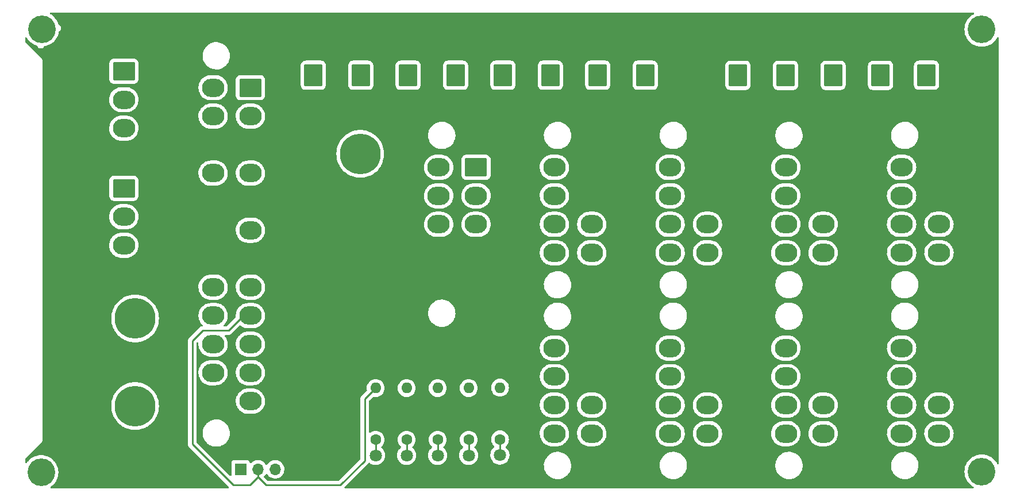
<source format=gbr>
%TF.GenerationSoftware,KiCad,Pcbnew,(6.0.9)*%
%TF.CreationDate,2023-04-01T15:55:58-08:00*%
%TF.ProjectId,ABSIS_ATX Power Supply Unit,41425349-535f-4415-9458-20506f776572,6*%
%TF.SameCoordinates,Original*%
%TF.FileFunction,Copper,L1,Top*%
%TF.FilePolarity,Positive*%
%FSLAX46Y46*%
G04 Gerber Fmt 4.6, Leading zero omitted, Abs format (unit mm)*
G04 Created by KiCad (PCBNEW (6.0.9)) date 2023-04-01 15:55:58*
%MOMM*%
%LPD*%
G01*
G04 APERTURE LIST*
G04 Aperture macros list*
%AMRoundRect*
0 Rectangle with rounded corners*
0 $1 Rounding radius*
0 $2 $3 $4 $5 $6 $7 $8 $9 X,Y pos of 4 corners*
0 Add a 4 corners polygon primitive as box body*
4,1,4,$2,$3,$4,$5,$6,$7,$8,$9,$2,$3,0*
0 Add four circle primitives for the rounded corners*
1,1,$1+$1,$2,$3*
1,1,$1+$1,$4,$5*
1,1,$1+$1,$6,$7*
1,1,$1+$1,$8,$9*
0 Add four rect primitives between the rounded corners*
20,1,$1+$1,$2,$3,$4,$5,0*
20,1,$1+$1,$4,$5,$6,$7,0*
20,1,$1+$1,$6,$7,$8,$9,0*
20,1,$1+$1,$8,$9,$2,$3,0*%
G04 Aperture macros list end*
%TA.AperFunction,ComponentPad*%
%ADD10RoundRect,0.250001X-1.399999X1.099999X-1.399999X-1.099999X1.399999X-1.099999X1.399999X1.099999X0*%
%TD*%
%TA.AperFunction,ComponentPad*%
%ADD11O,3.300000X2.700000*%
%TD*%
%TA.AperFunction,ComponentPad*%
%ADD12C,4.064000*%
%TD*%
%TA.AperFunction,ComponentPad*%
%ADD13RoundRect,1.500000X-1.500000X-1.500000X1.500000X-1.500000X1.500000X1.500000X-1.500000X1.500000X0*%
%TD*%
%TA.AperFunction,ComponentPad*%
%ADD14C,6.000000*%
%TD*%
%TA.AperFunction,ComponentPad*%
%ADD15RoundRect,0.250001X1.099999X1.399999X-1.099999X1.399999X-1.099999X-1.399999X1.099999X-1.399999X0*%
%TD*%
%TA.AperFunction,ComponentPad*%
%ADD16O,2.700000X3.300000*%
%TD*%
%TA.AperFunction,ComponentPad*%
%ADD17C,1.600000*%
%TD*%
%TA.AperFunction,ComponentPad*%
%ADD18O,1.600000X1.600000*%
%TD*%
%TA.AperFunction,ComponentPad*%
%ADD19R,1.800000X1.800000*%
%TD*%
%TA.AperFunction,ComponentPad*%
%ADD20C,1.800000*%
%TD*%
%TA.AperFunction,ComponentPad*%
%ADD21R,1.700000X1.700000*%
%TD*%
%TA.AperFunction,ComponentPad*%
%ADD22O,1.700000X1.700000*%
%TD*%
%TA.AperFunction,Conductor*%
%ADD23C,0.250000*%
%TD*%
G04 APERTURE END LIST*
D10*
%TO.P,J2,1*%
%TO.N,/+3.3V_SUPPLY*%
X69248800Y-64922400D03*
D11*
%TO.P,J2,2*%
X69248800Y-69122400D03*
%TO.P,J2,3*%
%TO.N,GND*%
X69248800Y-73322400D03*
%TO.P,J2,4*%
%TO.N,/+5V_SUPPLY*%
X69248800Y-77522400D03*
%TO.P,J2,5*%
%TO.N,GND*%
X69248800Y-81722400D03*
%TO.P,J2,6*%
%TO.N,/+5V_SUPPLY*%
X69248800Y-85922400D03*
%TO.P,J2,7*%
%TO.N,GND*%
X69248800Y-90122400D03*
%TO.P,J2,8*%
%TO.N,/PWR_OK*%
X69248800Y-94322400D03*
%TO.P,J2,9*%
%TO.N,/+5VSB_SUPPLY*%
X69248800Y-98522400D03*
%TO.P,J2,10*%
%TO.N,/+12V_SUPPLY*%
X69248800Y-102722400D03*
%TO.P,J2,11*%
X69248800Y-106922400D03*
%TO.P,J2,12*%
%TO.N,/+3.3V_SUPPLY*%
X69248800Y-111122400D03*
%TO.P,J2,13*%
X63748800Y-64922400D03*
%TO.P,J2,14*%
%TO.N,Net-(J2-Pad14)*%
X63748800Y-69122400D03*
%TO.P,J2,15*%
%TO.N,GND*%
X63748800Y-73322400D03*
%TO.P,J2,16*%
%TO.N,/PS_ON*%
X63748800Y-77522400D03*
%TO.P,J2,17*%
%TO.N,GND*%
X63748800Y-81722400D03*
%TO.P,J2,18*%
X63748800Y-85922400D03*
%TO.P,J2,19*%
X63748800Y-90122400D03*
%TO.P,J2,20*%
%TO.N,Net-(J2-Pad20)*%
X63748800Y-94322400D03*
%TO.P,J2,21*%
%TO.N,/+5V_SUPPLY*%
X63748800Y-98522400D03*
%TO.P,J2,22*%
X63748800Y-102722400D03*
%TO.P,J2,23*%
X63748800Y-106922400D03*
%TO.P,J2,24*%
%TO.N,GND*%
X63748800Y-111122400D03*
%TD*%
D10*
%TO.P,J6,1*%
%TO.N,GND*%
X153643700Y-76664600D03*
D11*
%TO.P,J6,2*%
X153643700Y-80864600D03*
%TO.P,J6,3*%
%TO.N,/+12V_SUPPLY*%
X153643700Y-85064600D03*
%TO.P,J6,4*%
X153643700Y-89264600D03*
%TO.P,J6,5*%
%TO.N,/+3.3V_SUPPLY*%
X148143700Y-76664600D03*
%TO.P,J6,6*%
%TO.N,/+5V_SUPPLY*%
X148143700Y-80864600D03*
%TO.P,J6,7*%
X148143700Y-85064600D03*
%TO.P,J6,8*%
%TO.N,/+12V_SUPPLY*%
X148143700Y-89264600D03*
%TD*%
D12*
%TO.P,H2,1*%
%TO.N,N/C*%
X177000000Y-121500000D03*
%TD*%
%TO.P,H1,1*%
%TO.N,N/C*%
X38506400Y-56286400D03*
%TD*%
%TO.P,H3,1*%
%TO.N,N/C*%
X38404800Y-121615200D03*
%TD*%
D10*
%TO.P,J7,1*%
%TO.N,GND*%
X170696400Y-76664600D03*
D11*
%TO.P,J7,2*%
X170696400Y-80864600D03*
%TO.P,J7,3*%
%TO.N,/+12V_SUPPLY*%
X170696400Y-85064600D03*
%TO.P,J7,4*%
X170696400Y-89264600D03*
%TO.P,J7,5*%
%TO.N,/+3.3V_SUPPLY*%
X165196400Y-76664600D03*
%TO.P,J7,6*%
%TO.N,/+5V_SUPPLY*%
X165196400Y-80864600D03*
%TO.P,J7,7*%
X165196400Y-85064600D03*
%TO.P,J7,8*%
%TO.N,/+12V_SUPPLY*%
X165196400Y-89264600D03*
%TD*%
D10*
%TO.P,J10,1*%
%TO.N,GND*%
X153643700Y-103301800D03*
D11*
%TO.P,J10,2*%
X153643700Y-107501800D03*
%TO.P,J10,3*%
%TO.N,/+12V_SUPPLY*%
X153643700Y-111701800D03*
%TO.P,J10,4*%
X153643700Y-115901800D03*
%TO.P,J10,5*%
%TO.N,/+3.3V_SUPPLY*%
X148143700Y-103301800D03*
%TO.P,J10,6*%
%TO.N,/+5V_SUPPLY*%
X148143700Y-107501800D03*
%TO.P,J10,7*%
X148143700Y-111701800D03*
%TO.P,J10,8*%
%TO.N,/+12V_SUPPLY*%
X148143700Y-115901800D03*
%TD*%
D10*
%TO.P,J8,1*%
%TO.N,GND*%
X119538300Y-103301800D03*
D11*
%TO.P,J8,2*%
X119538300Y-107501800D03*
%TO.P,J8,3*%
%TO.N,/+12V_SUPPLY*%
X119538300Y-111701800D03*
%TO.P,J8,4*%
X119538300Y-115901800D03*
%TO.P,J8,5*%
%TO.N,/+3.3V_SUPPLY*%
X114038300Y-103301800D03*
%TO.P,J8,6*%
%TO.N,/+5V_SUPPLY*%
X114038300Y-107501800D03*
%TO.P,J8,7*%
X114038300Y-111701800D03*
%TO.P,J8,8*%
%TO.N,/+12V_SUPPLY*%
X114038300Y-115901800D03*
%TD*%
D10*
%TO.P,J5,1*%
%TO.N,GND*%
X136591000Y-76664600D03*
D11*
%TO.P,J5,2*%
X136591000Y-80864600D03*
%TO.P,J5,3*%
%TO.N,/+12V_SUPPLY*%
X136591000Y-85064600D03*
%TO.P,J5,4*%
X136591000Y-89264600D03*
%TO.P,J5,5*%
%TO.N,/+3.3V_SUPPLY*%
X131091000Y-76664600D03*
%TO.P,J5,6*%
%TO.N,/+5V_SUPPLY*%
X131091000Y-80864600D03*
%TO.P,J5,7*%
X131091000Y-85064600D03*
%TO.P,J5,8*%
%TO.N,/+12V_SUPPLY*%
X131091000Y-89264600D03*
%TD*%
D10*
%TO.P,J9,1*%
%TO.N,GND*%
X136591000Y-103301800D03*
D11*
%TO.P,J9,2*%
X136591000Y-107501800D03*
%TO.P,J9,3*%
%TO.N,/+12V_SUPPLY*%
X136591000Y-111701800D03*
%TO.P,J9,4*%
X136591000Y-115901800D03*
%TO.P,J9,5*%
%TO.N,/+3.3V_SUPPLY*%
X131091000Y-103301800D03*
%TO.P,J9,6*%
%TO.N,/+5V_SUPPLY*%
X131091000Y-107501800D03*
%TO.P,J9,7*%
X131091000Y-111701800D03*
%TO.P,J9,8*%
%TO.N,/+12V_SUPPLY*%
X131091000Y-115901800D03*
%TD*%
D12*
%TO.P,H4,1*%
%TO.N,N/C*%
X177000000Y-56337200D03*
%TD*%
D13*
%TO.P,J28,1*%
%TO.N,GND*%
X78228400Y-74676800D03*
D14*
%TO.P,J28,2*%
%TO.N,/+5V_SUPPLY*%
X85428400Y-74676800D03*
%TD*%
D15*
%TO.P,J12,1*%
%TO.N,/+5V_SUPPLY*%
X78519800Y-63093600D03*
D16*
%TO.P,J12,2*%
%TO.N,GND*%
X78519800Y-57593600D03*
%TD*%
D15*
%TO.P,J13,1*%
%TO.N,/+5V_SUPPLY*%
X85504800Y-63093600D03*
D16*
%TO.P,J13,2*%
%TO.N,GND*%
X85504800Y-57593600D03*
%TD*%
D15*
%TO.P,J14,1*%
%TO.N,/+5V_SUPPLY*%
X92489800Y-63093600D03*
D16*
%TO.P,J14,2*%
%TO.N,GND*%
X92489800Y-57593600D03*
%TD*%
D15*
%TO.P,J15,1*%
%TO.N,/+5V_SUPPLY*%
X99474800Y-63093600D03*
D16*
%TO.P,J15,2*%
%TO.N,GND*%
X99474800Y-57593600D03*
%TD*%
D15*
%TO.P,J16,1*%
%TO.N,/+5V_SUPPLY*%
X106459800Y-63093600D03*
D16*
%TO.P,J16,2*%
%TO.N,GND*%
X106459800Y-57593600D03*
%TD*%
D15*
%TO.P,J17,1*%
%TO.N,/+5V_SUPPLY*%
X113444800Y-63093600D03*
D16*
%TO.P,J17,2*%
%TO.N,GND*%
X113444800Y-57593600D03*
%TD*%
D15*
%TO.P,J18,1*%
%TO.N,/+5V_SUPPLY*%
X120429800Y-63093600D03*
D16*
%TO.P,J18,2*%
%TO.N,GND*%
X120429800Y-57593600D03*
%TD*%
D15*
%TO.P,J19,1*%
%TO.N,/+5V_SUPPLY*%
X127414800Y-63093600D03*
D16*
%TO.P,J19,2*%
%TO.N,GND*%
X127414800Y-57593600D03*
%TD*%
D15*
%TO.P,J21,1*%
%TO.N,/+12V_SUPPLY*%
X162093058Y-63107200D03*
D16*
%TO.P,J21,2*%
%TO.N,GND*%
X162093058Y-57607200D03*
%TD*%
D15*
%TO.P,J22,1*%
%TO.N,/+12V_SUPPLY*%
X155089916Y-63107200D03*
D16*
%TO.P,J22,2*%
%TO.N,GND*%
X155089916Y-57607200D03*
%TD*%
D15*
%TO.P,J23,1*%
%TO.N,/+12V_SUPPLY*%
X148086774Y-63107200D03*
D16*
%TO.P,J23,2*%
%TO.N,GND*%
X148086774Y-57607200D03*
%TD*%
D15*
%TO.P,J24,1*%
%TO.N,/+12V_SUPPLY*%
X141083632Y-63107200D03*
D16*
%TO.P,J24,2*%
%TO.N,GND*%
X141083632Y-57607200D03*
%TD*%
D10*
%TO.P,J4,1*%
%TO.N,GND*%
X119538300Y-76664600D03*
D11*
%TO.P,J4,2*%
X119538300Y-80864600D03*
%TO.P,J4,3*%
%TO.N,/+12V_SUPPLY*%
X119538300Y-85064600D03*
%TO.P,J4,4*%
X119538300Y-89264600D03*
%TO.P,J4,5*%
%TO.N,/+3.3V_SUPPLY*%
X114038300Y-76664600D03*
%TO.P,J4,6*%
%TO.N,/+5V_SUPPLY*%
X114038300Y-80864600D03*
%TO.P,J4,7*%
X114038300Y-85064600D03*
%TO.P,J4,8*%
%TO.N,/+12V_SUPPLY*%
X114038300Y-89264600D03*
%TD*%
D10*
%TO.P,J11,1*%
%TO.N,GND*%
X170696400Y-103301800D03*
D11*
%TO.P,J11,2*%
X170696400Y-107501800D03*
%TO.P,J11,3*%
%TO.N,/+12V_SUPPLY*%
X170696400Y-111701800D03*
%TO.P,J11,4*%
X170696400Y-115901800D03*
%TO.P,J11,5*%
%TO.N,/+3.3V_SUPPLY*%
X165196400Y-103301800D03*
%TO.P,J11,6*%
%TO.N,/+5V_SUPPLY*%
X165196400Y-107501800D03*
%TO.P,J11,7*%
X165196400Y-111701800D03*
%TO.P,J11,8*%
%TO.N,/+12V_SUPPLY*%
X165196400Y-115901800D03*
%TD*%
D15*
%TO.P,J20,1*%
%TO.N,/+12V_SUPPLY*%
X168867600Y-63093600D03*
D16*
%TO.P,J20,2*%
%TO.N,GND*%
X168867600Y-57593600D03*
%TD*%
D13*
%TO.P,J29,1*%
%TO.N,GND*%
X45055200Y-98941900D03*
D14*
%TO.P,J29,2*%
%TO.N,/+12V_SUPPLY*%
X52255200Y-98941900D03*
%TD*%
D13*
%TO.P,J30,1*%
%TO.N,GND*%
X45055200Y-111842300D03*
D14*
%TO.P,J30,2*%
%TO.N,/+12V_SUPPLY*%
X52255200Y-111842300D03*
%TD*%
D10*
%TO.P,J25,1*%
%TO.N,/+12V_SUPPLY*%
X50604000Y-79747000D03*
D11*
%TO.P,J25,2*%
X50604000Y-83947000D03*
%TO.P,J25,3*%
X50604000Y-88147000D03*
%TO.P,J25,4*%
%TO.N,GND*%
X45104000Y-79747000D03*
%TO.P,J25,5*%
X45104000Y-83947000D03*
%TO.P,J25,6*%
X45104000Y-88147000D03*
%TD*%
D10*
%TO.P,J26,1*%
%TO.N,/+12V_SUPPLY*%
X50604000Y-62500000D03*
D11*
%TO.P,J26,2*%
X50604000Y-66700000D03*
%TO.P,J26,3*%
X50604000Y-70900000D03*
%TO.P,J26,4*%
%TO.N,GND*%
X45104000Y-62500000D03*
%TO.P,J26,5*%
X45104000Y-66700000D03*
%TO.P,J26,6*%
X45104000Y-70900000D03*
%TD*%
D10*
%TO.P,J3,1*%
%TO.N,/+5V_SUPPLY*%
X102485600Y-76664600D03*
D11*
%TO.P,J3,2*%
X102485600Y-80864600D03*
%TO.P,J3,3*%
X102485600Y-85064600D03*
%TO.P,J3,4*%
%TO.N,GND*%
X102485600Y-89264600D03*
%TO.P,J3,5*%
X102485600Y-93464600D03*
%TO.P,J3,6*%
%TO.N,/+5V_SUPPLY*%
X96985600Y-76664600D03*
%TO.P,J3,7*%
X96985600Y-80864600D03*
%TO.P,J3,8*%
%TO.N,/+12V_SUPPLY*%
X96985600Y-85064600D03*
%TO.P,J3,9*%
%TO.N,GND*%
X96985600Y-89264600D03*
%TO.P,J3,10*%
X96985600Y-93464600D03*
%TD*%
D17*
%TO.P,R1,1*%
%TO.N,Net-(D1-Pad2)*%
X87694000Y-116810100D03*
D18*
%TO.P,R1,2*%
%TO.N,/+5VSB_SUPPLY*%
X87694000Y-109190100D03*
%TD*%
D17*
%TO.P,R4,1*%
%TO.N,Net-(D4-Pad2)*%
X101410000Y-116810100D03*
D18*
%TO.P,R4,2*%
%TO.N,/+12V_SUPPLY*%
X101410000Y-109190100D03*
%TD*%
D17*
%TO.P,R5,1*%
%TO.N,Net-(D5-Pad2)*%
X106020000Y-116747600D03*
D18*
%TO.P,R5,2*%
%TO.N,/PWR_OK*%
X106020000Y-109127600D03*
%TD*%
D17*
%TO.P,R3,1*%
%TO.N,Net-(D3-Pad2)*%
X96838000Y-116810100D03*
D18*
%TO.P,R3,2*%
%TO.N,/+3.3V_SUPPLY*%
X96838000Y-109190100D03*
%TD*%
D17*
%TO.P,R2,1*%
%TO.N,Net-(D2-Pad2)*%
X92266000Y-116810100D03*
D18*
%TO.P,R2,2*%
%TO.N,/+5V_SUPPLY*%
X92266000Y-109190100D03*
%TD*%
D19*
%TO.P,D5,1*%
%TO.N,GND*%
X106010000Y-121597600D03*
D20*
%TO.P,D5,2*%
%TO.N,Net-(D5-Pad2)*%
X106010000Y-119057600D03*
%TD*%
D19*
%TO.P,D2,1*%
%TO.N,GND*%
X92266000Y-121645600D03*
D20*
%TO.P,D2,2*%
%TO.N,Net-(D2-Pad2)*%
X92266000Y-119105600D03*
%TD*%
D19*
%TO.P,D1,1*%
%TO.N,GND*%
X87694000Y-121645600D03*
D20*
%TO.P,D1,2*%
%TO.N,Net-(D1-Pad2)*%
X87694000Y-119105600D03*
%TD*%
D19*
%TO.P,D3,1*%
%TO.N,GND*%
X96838000Y-121645600D03*
D20*
%TO.P,D3,2*%
%TO.N,Net-(D3-Pad2)*%
X96838000Y-119105600D03*
%TD*%
D19*
%TO.P,D4,1*%
%TO.N,GND*%
X101410000Y-121645600D03*
D20*
%TO.P,D4,2*%
%TO.N,Net-(D4-Pad2)*%
X101410000Y-119105600D03*
%TD*%
D21*
%TO.P,J1,1*%
%TO.N,/PS_ON*%
X67801000Y-121158000D03*
D22*
%TO.P,J1,2*%
%TO.N,/+5VSB_SUPPLY*%
X70341000Y-121158000D03*
%TO.P,J1,3*%
%TO.N,/PWR_OK*%
X72881000Y-121158000D03*
%TO.P,J1,4*%
%TO.N,GND*%
X75421000Y-121158000D03*
%TD*%
D23*
%TO.N,/+5VSB_SUPPLY*%
X69248800Y-98522400D02*
X68211600Y-98522400D01*
X86089000Y-110795100D02*
X87694000Y-109190100D01*
X62213000Y-100711000D02*
X60689000Y-102235000D01*
X60689000Y-117474002D02*
X66690999Y-123476001D01*
X66690999Y-123476001D02*
X69165999Y-123476001D01*
X66023000Y-100711000D02*
X62213000Y-100711000D01*
X60689000Y-102235000D02*
X60689000Y-117474002D01*
X70341000Y-122301000D02*
X71516001Y-123476001D01*
X70341000Y-121158000D02*
X70341000Y-122301000D01*
X82500999Y-123476001D02*
X86089000Y-119888000D01*
X71516001Y-123476001D02*
X82500999Y-123476001D01*
X68211600Y-98522400D02*
X66023000Y-100711000D01*
X69165999Y-123476001D02*
X70341000Y-122301000D01*
X86089000Y-119888000D02*
X86089000Y-110795100D01*
%TO.N,Net-(D1-Pad2)*%
X87694000Y-116810100D02*
X87694000Y-119105600D01*
%TO.N,Net-(D2-Pad2)*%
X92266000Y-116810100D02*
X92266000Y-119105600D01*
%TO.N,Net-(D3-Pad2)*%
X96838000Y-116810100D02*
X96838000Y-119105600D01*
%TO.N,Net-(D4-Pad2)*%
X101410000Y-116810100D02*
X101410000Y-119105600D01*
%TO.N,Net-(D5-Pad2)*%
X106020000Y-116747600D02*
X106020000Y-119047600D01*
X106020000Y-119047600D02*
X106010000Y-119057600D01*
%TD*%
%TA.AperFunction,Conductor*%
%TO.N,GND*%
G36*
X175830870Y-53868502D02*
G01*
X175877363Y-53922158D01*
X175887467Y-53992432D01*
X175857973Y-54057012D01*
X175823451Y-54084914D01*
X175636041Y-54187944D01*
X175377423Y-54375841D01*
X175144394Y-54594670D01*
X174940629Y-54840979D01*
X174769341Y-55110885D01*
X174767657Y-55114464D01*
X174767653Y-55114471D01*
X174634922Y-55396540D01*
X174633233Y-55400130D01*
X174534449Y-55704154D01*
X174474549Y-56018161D01*
X174454477Y-56337200D01*
X174474549Y-56656239D01*
X174534449Y-56970246D01*
X174633233Y-57274270D01*
X174634920Y-57277856D01*
X174634922Y-57277860D01*
X174767653Y-57559929D01*
X174767656Y-57559935D01*
X174769341Y-57563515D01*
X174771465Y-57566861D01*
X174771465Y-57566862D01*
X174906264Y-57779270D01*
X174940629Y-57833421D01*
X174943154Y-57836473D01*
X175104615Y-58031645D01*
X175144394Y-58079730D01*
X175377423Y-58298559D01*
X175636041Y-58486456D01*
X175639510Y-58488363D01*
X175639513Y-58488365D01*
X175864210Y-58611893D01*
X175916169Y-58640458D01*
X176009608Y-58677453D01*
X176209707Y-58756678D01*
X176209710Y-58756679D01*
X176213390Y-58758136D01*
X176217224Y-58759120D01*
X176217232Y-58759123D01*
X176398043Y-58805547D01*
X176523017Y-58837635D01*
X176526945Y-58838131D01*
X176526949Y-58838132D01*
X176652642Y-58854010D01*
X176840165Y-58877700D01*
X177159835Y-58877700D01*
X177347358Y-58854010D01*
X177473051Y-58838132D01*
X177473055Y-58838131D01*
X177476983Y-58837635D01*
X177601957Y-58805547D01*
X177782768Y-58759123D01*
X177782776Y-58759120D01*
X177786610Y-58758136D01*
X177790290Y-58756679D01*
X177790293Y-58756678D01*
X177990392Y-58677453D01*
X178083831Y-58640458D01*
X178135791Y-58611893D01*
X178360487Y-58488365D01*
X178360490Y-58488363D01*
X178363959Y-58486456D01*
X178622577Y-58298559D01*
X178855606Y-58079730D01*
X178895386Y-58031645D01*
X179056846Y-57836473D01*
X179059371Y-57833421D01*
X179093737Y-57779270D01*
X179228535Y-57566862D01*
X179228535Y-57566861D01*
X179230659Y-57563515D01*
X179251493Y-57519241D01*
X179298595Y-57466122D01*
X179366940Y-57446899D01*
X179434828Y-57467678D01*
X179480704Y-57521862D01*
X179491500Y-57572891D01*
X179491500Y-120264309D01*
X179471498Y-120332430D01*
X179417842Y-120378923D01*
X179347568Y-120389027D01*
X179282988Y-120359533D01*
X179251492Y-120317958D01*
X179250850Y-120316593D01*
X179230659Y-120273685D01*
X179221889Y-120259866D01*
X179061498Y-120007130D01*
X179061495Y-120007126D01*
X179059371Y-120003779D01*
X178918518Y-119833517D01*
X178858131Y-119760522D01*
X178858130Y-119760521D01*
X178855606Y-119757470D01*
X178840024Y-119742837D01*
X178715477Y-119625880D01*
X178622577Y-119538641D01*
X178614852Y-119533028D01*
X178478362Y-119433863D01*
X178363959Y-119350744D01*
X178345118Y-119340386D01*
X178087293Y-119198645D01*
X178087290Y-119198643D01*
X178083831Y-119196742D01*
X177875525Y-119114268D01*
X177790293Y-119080522D01*
X177790290Y-119080521D01*
X177786610Y-119079064D01*
X177782776Y-119078080D01*
X177782768Y-119078077D01*
X177588606Y-119028225D01*
X177476983Y-118999565D01*
X177473055Y-118999069D01*
X177473051Y-118999068D01*
X177323170Y-118980134D01*
X177159835Y-118959500D01*
X176840165Y-118959500D01*
X176676830Y-118980134D01*
X176526949Y-118999068D01*
X176526945Y-118999069D01*
X176523017Y-118999565D01*
X176411394Y-119028225D01*
X176217232Y-119078077D01*
X176217224Y-119078080D01*
X176213390Y-119079064D01*
X176209710Y-119080521D01*
X176209707Y-119080522D01*
X176124475Y-119114268D01*
X175916169Y-119196742D01*
X175912710Y-119198643D01*
X175912707Y-119198645D01*
X175654882Y-119340386D01*
X175636041Y-119350744D01*
X175521638Y-119433863D01*
X175385149Y-119533028D01*
X175377423Y-119538641D01*
X175284523Y-119625880D01*
X175159977Y-119742837D01*
X175144394Y-119757470D01*
X175141870Y-119760521D01*
X175141869Y-119760522D01*
X175081482Y-119833517D01*
X174940629Y-120003779D01*
X174938505Y-120007126D01*
X174938502Y-120007130D01*
X174778111Y-120259866D01*
X174769341Y-120273685D01*
X174767657Y-120277264D01*
X174767653Y-120277271D01*
X174634922Y-120559340D01*
X174633233Y-120562930D01*
X174534449Y-120866954D01*
X174474549Y-121180961D01*
X174454477Y-121500000D01*
X174474549Y-121819039D01*
X174534449Y-122133046D01*
X174633233Y-122437070D01*
X174634920Y-122440656D01*
X174634922Y-122440660D01*
X174767653Y-122722729D01*
X174767656Y-122722735D01*
X174769341Y-122726315D01*
X174771465Y-122729661D01*
X174771465Y-122729662D01*
X174840174Y-122837929D01*
X174940629Y-122996221D01*
X175144394Y-123242530D01*
X175377423Y-123461359D01*
X175636041Y-123649256D01*
X175719335Y-123695047D01*
X175755783Y-123715085D01*
X175805842Y-123765431D01*
X175820735Y-123834848D01*
X175795734Y-123901297D01*
X175738777Y-123943681D01*
X175695082Y-123951500D01*
X83225594Y-123951500D01*
X83157473Y-123931498D01*
X83110980Y-123877842D01*
X83100876Y-123807568D01*
X83130370Y-123742988D01*
X83136499Y-123736405D01*
X86341371Y-120531533D01*
X112486122Y-120531533D01*
X112486275Y-120535921D01*
X112486275Y-120535927D01*
X112491116Y-120674540D01*
X112495925Y-120812258D01*
X112496687Y-120816581D01*
X112496688Y-120816588D01*
X112520464Y-120951424D01*
X112544702Y-121088887D01*
X112631503Y-121356035D01*
X112754640Y-121608502D01*
X112757095Y-121612141D01*
X112757098Y-121612147D01*
X112789248Y-121659811D01*
X112911715Y-121841376D01*
X113099671Y-122050122D01*
X113103033Y-122052943D01*
X113103034Y-122052944D01*
X113136015Y-122080618D01*
X113314850Y-122230679D01*
X113553064Y-122379531D01*
X113691433Y-122441137D01*
X113800918Y-122489883D01*
X113809675Y-122493782D01*
X114079690Y-122571207D01*
X114084040Y-122571818D01*
X114084043Y-122571819D01*
X114186990Y-122586287D01*
X114357852Y-122610300D01*
X114568446Y-122610300D01*
X114570632Y-122610147D01*
X114570636Y-122610147D01*
X114774127Y-122595918D01*
X114774132Y-122595917D01*
X114778512Y-122595611D01*
X115053270Y-122537209D01*
X115057399Y-122535706D01*
X115057403Y-122535705D01*
X115313081Y-122442646D01*
X115313085Y-122442644D01*
X115317226Y-122441137D01*
X115565242Y-122309264D01*
X115630446Y-122261891D01*
X115788929Y-122146747D01*
X115788932Y-122146744D01*
X115792492Y-122144158D01*
X115808039Y-122129145D01*
X115975955Y-121966990D01*
X115994552Y-121949031D01*
X116167488Y-121727682D01*
X116169684Y-121723878D01*
X116169689Y-121723871D01*
X116305735Y-121488231D01*
X116307936Y-121484419D01*
X116413162Y-121223976D01*
X116446844Y-121088887D01*
X116480053Y-120955693D01*
X116480054Y-120955688D01*
X116481117Y-120951424D01*
X116482806Y-120935361D01*
X116510019Y-120676436D01*
X116510019Y-120676433D01*
X116510478Y-120672067D01*
X116505571Y-120531533D01*
X129538822Y-120531533D01*
X129538975Y-120535921D01*
X129538975Y-120535927D01*
X129543816Y-120674540D01*
X129548625Y-120812258D01*
X129549387Y-120816581D01*
X129549388Y-120816588D01*
X129573164Y-120951424D01*
X129597402Y-121088887D01*
X129684203Y-121356035D01*
X129807340Y-121608502D01*
X129809795Y-121612141D01*
X129809798Y-121612147D01*
X129841948Y-121659811D01*
X129964415Y-121841376D01*
X130152371Y-122050122D01*
X130155733Y-122052943D01*
X130155734Y-122052944D01*
X130188715Y-122080618D01*
X130367550Y-122230679D01*
X130605764Y-122379531D01*
X130744133Y-122441137D01*
X130853618Y-122489883D01*
X130862375Y-122493782D01*
X131132390Y-122571207D01*
X131136740Y-122571818D01*
X131136743Y-122571819D01*
X131239690Y-122586287D01*
X131410552Y-122610300D01*
X131621146Y-122610300D01*
X131623332Y-122610147D01*
X131623336Y-122610147D01*
X131826827Y-122595918D01*
X131826832Y-122595917D01*
X131831212Y-122595611D01*
X132105970Y-122537209D01*
X132110099Y-122535706D01*
X132110103Y-122535705D01*
X132365781Y-122442646D01*
X132365785Y-122442644D01*
X132369926Y-122441137D01*
X132617942Y-122309264D01*
X132683146Y-122261891D01*
X132841629Y-122146747D01*
X132841632Y-122146744D01*
X132845192Y-122144158D01*
X132860739Y-122129145D01*
X133028655Y-121966990D01*
X133047252Y-121949031D01*
X133220188Y-121727682D01*
X133222384Y-121723878D01*
X133222389Y-121723871D01*
X133358435Y-121488231D01*
X133360636Y-121484419D01*
X133465862Y-121223976D01*
X133499544Y-121088887D01*
X133532753Y-120955693D01*
X133532754Y-120955688D01*
X133533817Y-120951424D01*
X133535506Y-120935361D01*
X133562719Y-120676436D01*
X133562719Y-120676433D01*
X133563178Y-120672067D01*
X133558271Y-120531533D01*
X146591522Y-120531533D01*
X146591675Y-120535921D01*
X146591675Y-120535927D01*
X146596516Y-120674540D01*
X146601325Y-120812258D01*
X146602087Y-120816581D01*
X146602088Y-120816588D01*
X146625864Y-120951424D01*
X146650102Y-121088887D01*
X146736903Y-121356035D01*
X146860040Y-121608502D01*
X146862495Y-121612141D01*
X146862498Y-121612147D01*
X146894648Y-121659811D01*
X147017115Y-121841376D01*
X147205071Y-122050122D01*
X147208433Y-122052943D01*
X147208434Y-122052944D01*
X147241415Y-122080618D01*
X147420250Y-122230679D01*
X147658464Y-122379531D01*
X147796833Y-122441137D01*
X147906318Y-122489883D01*
X147915075Y-122493782D01*
X148185090Y-122571207D01*
X148189440Y-122571818D01*
X148189443Y-122571819D01*
X148292390Y-122586287D01*
X148463252Y-122610300D01*
X148673846Y-122610300D01*
X148676032Y-122610147D01*
X148676036Y-122610147D01*
X148879527Y-122595918D01*
X148879532Y-122595917D01*
X148883912Y-122595611D01*
X149158670Y-122537209D01*
X149162799Y-122535706D01*
X149162803Y-122535705D01*
X149418481Y-122442646D01*
X149418485Y-122442644D01*
X149422626Y-122441137D01*
X149670642Y-122309264D01*
X149735846Y-122261891D01*
X149894329Y-122146747D01*
X149894332Y-122146744D01*
X149897892Y-122144158D01*
X149913439Y-122129145D01*
X150081355Y-121966990D01*
X150099952Y-121949031D01*
X150272888Y-121727682D01*
X150275084Y-121723878D01*
X150275089Y-121723871D01*
X150411135Y-121488231D01*
X150413336Y-121484419D01*
X150518562Y-121223976D01*
X150552244Y-121088887D01*
X150585453Y-120955693D01*
X150585454Y-120955688D01*
X150586517Y-120951424D01*
X150588206Y-120935361D01*
X150615419Y-120676436D01*
X150615419Y-120676433D01*
X150615878Y-120672067D01*
X150610971Y-120531533D01*
X163644222Y-120531533D01*
X163644375Y-120535921D01*
X163644375Y-120535927D01*
X163649216Y-120674540D01*
X163654025Y-120812258D01*
X163654787Y-120816581D01*
X163654788Y-120816588D01*
X163678564Y-120951424D01*
X163702802Y-121088887D01*
X163789603Y-121356035D01*
X163912740Y-121608502D01*
X163915195Y-121612141D01*
X163915198Y-121612147D01*
X163947348Y-121659811D01*
X164069815Y-121841376D01*
X164257771Y-122050122D01*
X164261133Y-122052943D01*
X164261134Y-122052944D01*
X164294115Y-122080618D01*
X164472950Y-122230679D01*
X164711164Y-122379531D01*
X164849533Y-122441137D01*
X164959018Y-122489883D01*
X164967775Y-122493782D01*
X165237790Y-122571207D01*
X165242140Y-122571818D01*
X165242143Y-122571819D01*
X165345090Y-122586287D01*
X165515952Y-122610300D01*
X165726546Y-122610300D01*
X165728732Y-122610147D01*
X165728736Y-122610147D01*
X165932227Y-122595918D01*
X165932232Y-122595917D01*
X165936612Y-122595611D01*
X166211370Y-122537209D01*
X166215499Y-122535706D01*
X166215503Y-122535705D01*
X166471181Y-122442646D01*
X166471185Y-122442644D01*
X166475326Y-122441137D01*
X166723342Y-122309264D01*
X166788546Y-122261891D01*
X166947029Y-122146747D01*
X166947032Y-122146744D01*
X166950592Y-122144158D01*
X166966139Y-122129145D01*
X167134055Y-121966990D01*
X167152652Y-121949031D01*
X167325588Y-121727682D01*
X167327784Y-121723878D01*
X167327789Y-121723871D01*
X167463835Y-121488231D01*
X167466036Y-121484419D01*
X167571262Y-121223976D01*
X167604944Y-121088887D01*
X167638153Y-120955693D01*
X167638154Y-120955688D01*
X167639217Y-120951424D01*
X167640906Y-120935361D01*
X167668119Y-120676436D01*
X167668119Y-120676433D01*
X167668578Y-120672067D01*
X167663219Y-120518590D01*
X167658929Y-120395739D01*
X167658928Y-120395733D01*
X167658775Y-120391342D01*
X167656776Y-120380000D01*
X167623323Y-120190285D01*
X167609998Y-120114713D01*
X167523197Y-119847565D01*
X167519099Y-119839161D01*
X167428711Y-119653841D01*
X167400060Y-119595098D01*
X167397605Y-119591459D01*
X167397602Y-119591453D01*
X167271346Y-119404271D01*
X167242985Y-119362224D01*
X167230930Y-119348835D01*
X167057966Y-119156740D01*
X167055029Y-119153478D01*
X166839850Y-118972921D01*
X166601636Y-118824069D01*
X166345025Y-118709818D01*
X166075010Y-118632393D01*
X166070660Y-118631782D01*
X166070657Y-118631781D01*
X165967710Y-118617313D01*
X165796848Y-118593300D01*
X165586254Y-118593300D01*
X165584068Y-118593453D01*
X165584064Y-118593453D01*
X165380573Y-118607682D01*
X165380568Y-118607683D01*
X165376188Y-118607989D01*
X165101430Y-118666391D01*
X165097301Y-118667894D01*
X165097297Y-118667895D01*
X164841619Y-118760954D01*
X164841615Y-118760956D01*
X164837474Y-118762463D01*
X164589458Y-118894336D01*
X164585899Y-118896922D01*
X164585897Y-118896923D01*
X164369360Y-119054246D01*
X164362208Y-119059442D01*
X164359044Y-119062498D01*
X164359041Y-119062500D01*
X164342911Y-119078077D01*
X164160148Y-119254569D01*
X164077318Y-119360587D01*
X163995005Y-119465944D01*
X163987212Y-119475918D01*
X163985016Y-119479722D01*
X163985011Y-119479729D01*
X163890853Y-119642817D01*
X163846764Y-119719181D01*
X163741538Y-119979624D01*
X163740473Y-119983897D01*
X163740472Y-119983899D01*
X163675231Y-120245568D01*
X163673583Y-120252176D01*
X163673124Y-120256544D01*
X163673123Y-120256549D01*
X163645769Y-120516816D01*
X163644222Y-120531533D01*
X150610971Y-120531533D01*
X150610519Y-120518590D01*
X150606229Y-120395739D01*
X150606228Y-120395733D01*
X150606075Y-120391342D01*
X150604076Y-120380000D01*
X150570623Y-120190285D01*
X150557298Y-120114713D01*
X150470497Y-119847565D01*
X150466399Y-119839161D01*
X150376011Y-119653841D01*
X150347360Y-119595098D01*
X150344905Y-119591459D01*
X150344902Y-119591453D01*
X150218646Y-119404271D01*
X150190285Y-119362224D01*
X150178230Y-119348835D01*
X150005266Y-119156740D01*
X150002329Y-119153478D01*
X149787150Y-118972921D01*
X149548936Y-118824069D01*
X149292325Y-118709818D01*
X149022310Y-118632393D01*
X149017960Y-118631782D01*
X149017957Y-118631781D01*
X148915010Y-118617313D01*
X148744148Y-118593300D01*
X148533554Y-118593300D01*
X148531368Y-118593453D01*
X148531364Y-118593453D01*
X148327873Y-118607682D01*
X148327868Y-118607683D01*
X148323488Y-118607989D01*
X148048730Y-118666391D01*
X148044601Y-118667894D01*
X148044597Y-118667895D01*
X147788919Y-118760954D01*
X147788915Y-118760956D01*
X147784774Y-118762463D01*
X147536758Y-118894336D01*
X147533199Y-118896922D01*
X147533197Y-118896923D01*
X147316660Y-119054246D01*
X147309508Y-119059442D01*
X147306344Y-119062498D01*
X147306341Y-119062500D01*
X147290211Y-119078077D01*
X147107448Y-119254569D01*
X147024618Y-119360587D01*
X146942305Y-119465944D01*
X146934512Y-119475918D01*
X146932316Y-119479722D01*
X146932311Y-119479729D01*
X146838153Y-119642817D01*
X146794064Y-119719181D01*
X146688838Y-119979624D01*
X146687773Y-119983897D01*
X146687772Y-119983899D01*
X146622531Y-120245568D01*
X146620883Y-120252176D01*
X146620424Y-120256544D01*
X146620423Y-120256549D01*
X146593069Y-120516816D01*
X146591522Y-120531533D01*
X133558271Y-120531533D01*
X133557819Y-120518590D01*
X133553529Y-120395739D01*
X133553528Y-120395733D01*
X133553375Y-120391342D01*
X133551376Y-120380000D01*
X133517923Y-120190285D01*
X133504598Y-120114713D01*
X133417797Y-119847565D01*
X133413699Y-119839161D01*
X133323311Y-119653841D01*
X133294660Y-119595098D01*
X133292205Y-119591459D01*
X133292202Y-119591453D01*
X133165946Y-119404271D01*
X133137585Y-119362224D01*
X133125530Y-119348835D01*
X132952566Y-119156740D01*
X132949629Y-119153478D01*
X132734450Y-118972921D01*
X132496236Y-118824069D01*
X132239625Y-118709818D01*
X131969610Y-118632393D01*
X131965260Y-118631782D01*
X131965257Y-118631781D01*
X131862310Y-118617313D01*
X131691448Y-118593300D01*
X131480854Y-118593300D01*
X131478668Y-118593453D01*
X131478664Y-118593453D01*
X131275173Y-118607682D01*
X131275168Y-118607683D01*
X131270788Y-118607989D01*
X130996030Y-118666391D01*
X130991901Y-118667894D01*
X130991897Y-118667895D01*
X130736219Y-118760954D01*
X130736215Y-118760956D01*
X130732074Y-118762463D01*
X130484058Y-118894336D01*
X130480499Y-118896922D01*
X130480497Y-118896923D01*
X130263960Y-119054246D01*
X130256808Y-119059442D01*
X130253644Y-119062498D01*
X130253641Y-119062500D01*
X130237511Y-119078077D01*
X130054748Y-119254569D01*
X129971918Y-119360587D01*
X129889605Y-119465944D01*
X129881812Y-119475918D01*
X129879616Y-119479722D01*
X129879611Y-119479729D01*
X129785453Y-119642817D01*
X129741364Y-119719181D01*
X129636138Y-119979624D01*
X129635073Y-119983897D01*
X129635072Y-119983899D01*
X129569831Y-120245568D01*
X129568183Y-120252176D01*
X129567724Y-120256544D01*
X129567723Y-120256549D01*
X129540369Y-120516816D01*
X129538822Y-120531533D01*
X116505571Y-120531533D01*
X116505119Y-120518590D01*
X116500829Y-120395739D01*
X116500828Y-120395733D01*
X116500675Y-120391342D01*
X116498676Y-120380000D01*
X116465223Y-120190285D01*
X116451898Y-120114713D01*
X116365097Y-119847565D01*
X116360999Y-119839161D01*
X116270611Y-119653841D01*
X116241960Y-119595098D01*
X116239505Y-119591459D01*
X116239502Y-119591453D01*
X116113246Y-119404271D01*
X116084885Y-119362224D01*
X116072830Y-119348835D01*
X115899866Y-119156740D01*
X115896929Y-119153478D01*
X115681750Y-118972921D01*
X115443536Y-118824069D01*
X115186925Y-118709818D01*
X114916910Y-118632393D01*
X114912560Y-118631782D01*
X114912557Y-118631781D01*
X114809610Y-118617313D01*
X114638748Y-118593300D01*
X114428154Y-118593300D01*
X114425968Y-118593453D01*
X114425964Y-118593453D01*
X114222473Y-118607682D01*
X114222468Y-118607683D01*
X114218088Y-118607989D01*
X113943330Y-118666391D01*
X113939201Y-118667894D01*
X113939197Y-118667895D01*
X113683519Y-118760954D01*
X113683515Y-118760956D01*
X113679374Y-118762463D01*
X113431358Y-118894336D01*
X113427799Y-118896922D01*
X113427797Y-118896923D01*
X113211260Y-119054246D01*
X113204108Y-119059442D01*
X113200944Y-119062498D01*
X113200941Y-119062500D01*
X113184811Y-119078077D01*
X113002048Y-119254569D01*
X112919218Y-119360587D01*
X112836905Y-119465944D01*
X112829112Y-119475918D01*
X112826916Y-119479722D01*
X112826911Y-119479729D01*
X112732753Y-119642817D01*
X112688664Y-119719181D01*
X112583438Y-119979624D01*
X112582373Y-119983897D01*
X112582372Y-119983899D01*
X112517131Y-120245568D01*
X112515483Y-120252176D01*
X112515024Y-120256544D01*
X112515023Y-120256549D01*
X112487669Y-120516816D01*
X112486122Y-120531533D01*
X86341371Y-120531533D01*
X86481247Y-120391657D01*
X86489537Y-120384113D01*
X86496018Y-120380000D01*
X86542659Y-120330332D01*
X86545413Y-120327491D01*
X86565135Y-120307769D01*
X86567612Y-120304576D01*
X86575317Y-120295555D01*
X86592492Y-120277265D01*
X86605586Y-120263321D01*
X86614848Y-120246473D01*
X86615346Y-120245568D01*
X86626197Y-120229047D01*
X86630920Y-120222958D01*
X86688472Y-120181391D01*
X86759364Y-120177536D01*
X86810966Y-120203236D01*
X86883349Y-120263330D01*
X87083322Y-120380184D01*
X87088147Y-120382026D01*
X87088148Y-120382027D01*
X87115498Y-120392471D01*
X87299694Y-120462809D01*
X87304760Y-120463840D01*
X87304761Y-120463840D01*
X87357846Y-120474640D01*
X87526656Y-120508985D01*
X87657324Y-120513776D01*
X87752949Y-120517283D01*
X87752953Y-120517283D01*
X87758113Y-120517472D01*
X87763233Y-120516816D01*
X87763235Y-120516816D01*
X87836270Y-120507460D01*
X87987847Y-120488042D01*
X87992795Y-120486557D01*
X87992802Y-120486556D01*
X88204747Y-120422969D01*
X88209690Y-120421486D01*
X88221215Y-120415840D01*
X88413049Y-120321862D01*
X88413052Y-120321860D01*
X88417684Y-120319591D01*
X88606243Y-120185094D01*
X88770303Y-120021605D01*
X88905458Y-119833517D01*
X88921134Y-119801800D01*
X89005784Y-119630522D01*
X89005785Y-119630520D01*
X89008078Y-119625880D01*
X89075408Y-119404271D01*
X89105640Y-119174641D01*
X89105722Y-119171291D01*
X89107245Y-119108965D01*
X89107245Y-119108961D01*
X89107327Y-119105600D01*
X89104488Y-119071069D01*
X90853095Y-119071069D01*
X90853392Y-119076222D01*
X90853392Y-119076225D01*
X90863499Y-119251513D01*
X90866427Y-119302297D01*
X90867564Y-119307343D01*
X90867565Y-119307349D01*
X90891812Y-119414941D01*
X90917346Y-119528242D01*
X90919288Y-119533024D01*
X90919289Y-119533028D01*
X90963346Y-119641527D01*
X91004484Y-119742837D01*
X91125501Y-119940319D01*
X91277147Y-120115384D01*
X91406723Y-120222960D01*
X91451177Y-120259866D01*
X91455349Y-120263330D01*
X91655322Y-120380184D01*
X91660147Y-120382026D01*
X91660148Y-120382027D01*
X91687498Y-120392471D01*
X91871694Y-120462809D01*
X91876760Y-120463840D01*
X91876761Y-120463840D01*
X91929846Y-120474640D01*
X92098656Y-120508985D01*
X92229324Y-120513776D01*
X92324949Y-120517283D01*
X92324953Y-120517283D01*
X92330113Y-120517472D01*
X92335233Y-120516816D01*
X92335235Y-120516816D01*
X92408270Y-120507460D01*
X92559847Y-120488042D01*
X92564795Y-120486557D01*
X92564802Y-120486556D01*
X92776747Y-120422969D01*
X92781690Y-120421486D01*
X92793215Y-120415840D01*
X92985049Y-120321862D01*
X92985052Y-120321860D01*
X92989684Y-120319591D01*
X93178243Y-120185094D01*
X93342303Y-120021605D01*
X93477458Y-119833517D01*
X93493134Y-119801800D01*
X93577784Y-119630522D01*
X93577785Y-119630520D01*
X93580078Y-119625880D01*
X93647408Y-119404271D01*
X93677640Y-119174641D01*
X93677722Y-119171291D01*
X93679245Y-119108965D01*
X93679245Y-119108961D01*
X93679327Y-119105600D01*
X93676488Y-119071069D01*
X95425095Y-119071069D01*
X95425392Y-119076222D01*
X95425392Y-119076225D01*
X95435499Y-119251513D01*
X95438427Y-119302297D01*
X95439564Y-119307343D01*
X95439565Y-119307349D01*
X95463812Y-119414941D01*
X95489346Y-119528242D01*
X95491288Y-119533024D01*
X95491289Y-119533028D01*
X95535346Y-119641527D01*
X95576484Y-119742837D01*
X95697501Y-119940319D01*
X95849147Y-120115384D01*
X95978723Y-120222960D01*
X96023177Y-120259866D01*
X96027349Y-120263330D01*
X96227322Y-120380184D01*
X96232147Y-120382026D01*
X96232148Y-120382027D01*
X96259498Y-120392471D01*
X96443694Y-120462809D01*
X96448760Y-120463840D01*
X96448761Y-120463840D01*
X96501846Y-120474640D01*
X96670656Y-120508985D01*
X96801324Y-120513776D01*
X96896949Y-120517283D01*
X96896953Y-120517283D01*
X96902113Y-120517472D01*
X96907233Y-120516816D01*
X96907235Y-120516816D01*
X96980270Y-120507460D01*
X97131847Y-120488042D01*
X97136795Y-120486557D01*
X97136802Y-120486556D01*
X97348747Y-120422969D01*
X97353690Y-120421486D01*
X97365215Y-120415840D01*
X97557049Y-120321862D01*
X97557052Y-120321860D01*
X97561684Y-120319591D01*
X97750243Y-120185094D01*
X97914303Y-120021605D01*
X98049458Y-119833517D01*
X98065134Y-119801800D01*
X98149784Y-119630522D01*
X98149785Y-119630520D01*
X98152078Y-119625880D01*
X98219408Y-119404271D01*
X98249640Y-119174641D01*
X98249722Y-119171291D01*
X98251245Y-119108965D01*
X98251245Y-119108961D01*
X98251327Y-119105600D01*
X98248488Y-119071069D01*
X99997095Y-119071069D01*
X99997392Y-119076222D01*
X99997392Y-119076225D01*
X100007499Y-119251513D01*
X100010427Y-119302297D01*
X100011564Y-119307343D01*
X100011565Y-119307349D01*
X100035812Y-119414941D01*
X100061346Y-119528242D01*
X100063288Y-119533024D01*
X100063289Y-119533028D01*
X100107346Y-119641527D01*
X100148484Y-119742837D01*
X100269501Y-119940319D01*
X100421147Y-120115384D01*
X100550723Y-120222960D01*
X100595177Y-120259866D01*
X100599349Y-120263330D01*
X100799322Y-120380184D01*
X100804147Y-120382026D01*
X100804148Y-120382027D01*
X100831498Y-120392471D01*
X101015694Y-120462809D01*
X101020760Y-120463840D01*
X101020761Y-120463840D01*
X101073846Y-120474640D01*
X101242656Y-120508985D01*
X101373324Y-120513776D01*
X101468949Y-120517283D01*
X101468953Y-120517283D01*
X101474113Y-120517472D01*
X101479233Y-120516816D01*
X101479235Y-120516816D01*
X101552270Y-120507460D01*
X101703847Y-120488042D01*
X101708795Y-120486557D01*
X101708802Y-120486556D01*
X101920747Y-120422969D01*
X101925690Y-120421486D01*
X101937215Y-120415840D01*
X102129049Y-120321862D01*
X102129052Y-120321860D01*
X102133684Y-120319591D01*
X102322243Y-120185094D01*
X102486303Y-120021605D01*
X102621458Y-119833517D01*
X102637134Y-119801800D01*
X102721784Y-119630522D01*
X102721785Y-119630520D01*
X102724078Y-119625880D01*
X102791408Y-119404271D01*
X102821640Y-119174641D01*
X102821722Y-119171291D01*
X102823245Y-119108965D01*
X102823245Y-119108961D01*
X102823327Y-119105600D01*
X102816541Y-119023069D01*
X104597095Y-119023069D01*
X104597392Y-119028222D01*
X104597392Y-119028225D01*
X104607218Y-119198645D01*
X104610427Y-119254297D01*
X104611564Y-119259343D01*
X104611565Y-119259349D01*
X104634749Y-119362224D01*
X104661346Y-119480242D01*
X104663288Y-119485024D01*
X104663289Y-119485028D01*
X104746540Y-119690050D01*
X104748484Y-119694837D01*
X104869501Y-119892319D01*
X105021147Y-120067384D01*
X105199349Y-120215330D01*
X105399322Y-120332184D01*
X105615694Y-120414809D01*
X105620760Y-120415840D01*
X105620761Y-120415840D01*
X105673846Y-120426640D01*
X105842656Y-120460985D01*
X105973324Y-120465776D01*
X106068949Y-120469283D01*
X106068953Y-120469283D01*
X106074113Y-120469472D01*
X106079233Y-120468816D01*
X106079235Y-120468816D01*
X106152270Y-120459460D01*
X106303847Y-120440042D01*
X106308795Y-120438557D01*
X106308802Y-120438556D01*
X106520747Y-120374969D01*
X106525690Y-120373486D01*
X106609496Y-120332430D01*
X106729049Y-120273862D01*
X106729052Y-120273860D01*
X106733684Y-120271591D01*
X106922243Y-120137094D01*
X107086303Y-119973605D01*
X107221458Y-119785517D01*
X107236662Y-119754755D01*
X107321784Y-119582522D01*
X107321785Y-119582520D01*
X107324078Y-119577880D01*
X107391408Y-119356271D01*
X107421640Y-119126641D01*
X107422998Y-119071069D01*
X107423245Y-119060965D01*
X107423245Y-119060961D01*
X107423327Y-119057600D01*
X107410117Y-118896923D01*
X107404773Y-118831918D01*
X107404772Y-118831912D01*
X107404349Y-118826767D01*
X107364443Y-118667895D01*
X107349184Y-118607144D01*
X107349183Y-118607140D01*
X107347925Y-118602133D01*
X107345866Y-118597397D01*
X107257630Y-118394468D01*
X107257628Y-118394465D01*
X107255570Y-118389731D01*
X107129764Y-118195265D01*
X106973887Y-118023958D01*
X106969836Y-118020759D01*
X106969832Y-118020755D01*
X106872647Y-117944004D01*
X106831584Y-117886087D01*
X106828352Y-117815164D01*
X106863712Y-117754210D01*
X106864300Y-117753798D01*
X107026198Y-117591900D01*
X107157523Y-117404349D01*
X107159846Y-117399367D01*
X107159849Y-117399362D01*
X107251961Y-117201825D01*
X107251961Y-117201824D01*
X107254284Y-117196843D01*
X107257139Y-117186190D01*
X107312119Y-116981002D01*
X107312119Y-116981000D01*
X107313543Y-116975687D01*
X107333498Y-116747600D01*
X107313543Y-116519513D01*
X107254284Y-116298357D01*
X107197365Y-116176293D01*
X107159849Y-116095838D01*
X107159846Y-116095833D01*
X107157523Y-116090851D01*
X107057941Y-115948633D01*
X107054751Y-115944077D01*
X111875309Y-115944077D01*
X111900925Y-116212569D01*
X111902010Y-116217003D01*
X111902011Y-116217009D01*
X111963945Y-116470112D01*
X111965031Y-116474550D01*
X112066285Y-116724533D01*
X112202565Y-116957282D01*
X112270610Y-117042368D01*
X112322986Y-117107860D01*
X112371016Y-117167919D01*
X112568109Y-117352034D01*
X112789716Y-117505768D01*
X112793799Y-117507799D01*
X112793802Y-117507801D01*
X112832951Y-117527277D01*
X113031194Y-117625901D01*
X113035528Y-117627322D01*
X113035531Y-117627323D01*
X113283153Y-117708498D01*
X113283159Y-117708499D01*
X113287486Y-117709918D01*
X113291977Y-117710698D01*
X113291978Y-117710698D01*
X113549440Y-117755401D01*
X113549448Y-117755402D01*
X113553221Y-117756057D01*
X113557058Y-117756248D01*
X113636878Y-117760222D01*
X113636886Y-117760222D01*
X113638449Y-117760300D01*
X114406812Y-117760300D01*
X114409080Y-117760135D01*
X114409092Y-117760135D01*
X114540184Y-117750623D01*
X114607304Y-117745753D01*
X114611759Y-117744769D01*
X114611762Y-117744769D01*
X114866212Y-117688591D01*
X114866216Y-117688590D01*
X114870672Y-117687606D01*
X115015333Y-117632799D01*
X115118618Y-117593668D01*
X115118621Y-117593667D01*
X115122888Y-117592050D01*
X115358668Y-117461086D01*
X115573073Y-117297457D01*
X115599209Y-117270722D01*
X115706154Y-117161322D01*
X115761612Y-117104592D01*
X115920334Y-116886530D01*
X115990548Y-116753075D01*
X116043790Y-116651879D01*
X116043793Y-116651873D01*
X116045915Y-116647839D01*
X116052437Y-116629372D01*
X116134202Y-116397833D01*
X116134202Y-116397832D01*
X116135725Y-116393520D01*
X116178540Y-116176293D01*
X116187000Y-116133372D01*
X116187001Y-116133366D01*
X116187881Y-116128900D01*
X116195776Y-115970311D01*
X116197082Y-115944077D01*
X117375309Y-115944077D01*
X117400925Y-116212569D01*
X117402010Y-116217003D01*
X117402011Y-116217009D01*
X117463945Y-116470112D01*
X117465031Y-116474550D01*
X117566285Y-116724533D01*
X117702565Y-116957282D01*
X117770610Y-117042368D01*
X117822986Y-117107860D01*
X117871016Y-117167919D01*
X118068109Y-117352034D01*
X118289716Y-117505768D01*
X118293799Y-117507799D01*
X118293802Y-117507801D01*
X118332951Y-117527277D01*
X118531194Y-117625901D01*
X118535528Y-117627322D01*
X118535531Y-117627323D01*
X118783153Y-117708498D01*
X118783159Y-117708499D01*
X118787486Y-117709918D01*
X118791977Y-117710698D01*
X118791978Y-117710698D01*
X119049440Y-117755401D01*
X119049448Y-117755402D01*
X119053221Y-117756057D01*
X119057058Y-117756248D01*
X119136878Y-117760222D01*
X119136886Y-117760222D01*
X119138449Y-117760300D01*
X119906812Y-117760300D01*
X119909080Y-117760135D01*
X119909092Y-117760135D01*
X120040184Y-117750623D01*
X120107304Y-117745753D01*
X120111759Y-117744769D01*
X120111762Y-117744769D01*
X120366212Y-117688591D01*
X120366216Y-117688590D01*
X120370672Y-117687606D01*
X120515333Y-117632799D01*
X120618618Y-117593668D01*
X120618621Y-117593667D01*
X120622888Y-117592050D01*
X120858668Y-117461086D01*
X121073073Y-117297457D01*
X121099209Y-117270722D01*
X121206154Y-117161322D01*
X121261612Y-117104592D01*
X121420334Y-116886530D01*
X121490548Y-116753075D01*
X121543790Y-116651879D01*
X121543793Y-116651873D01*
X121545915Y-116647839D01*
X121552437Y-116629372D01*
X121634202Y-116397833D01*
X121634202Y-116397832D01*
X121635725Y-116393520D01*
X121678540Y-116176293D01*
X121687000Y-116133372D01*
X121687001Y-116133366D01*
X121687881Y-116128900D01*
X121695776Y-115970311D01*
X121697082Y-115944077D01*
X128928009Y-115944077D01*
X128953625Y-116212569D01*
X128954710Y-116217003D01*
X128954711Y-116217009D01*
X129016645Y-116470112D01*
X129017731Y-116474550D01*
X129118985Y-116724533D01*
X129255265Y-116957282D01*
X129323310Y-117042368D01*
X129375686Y-117107860D01*
X129423716Y-117167919D01*
X129620809Y-117352034D01*
X129842416Y-117505768D01*
X129846499Y-117507799D01*
X129846502Y-117507801D01*
X129885651Y-117527277D01*
X130083894Y-117625901D01*
X130088228Y-117627322D01*
X130088231Y-117627323D01*
X130335853Y-117708498D01*
X130335859Y-117708499D01*
X130340186Y-117709918D01*
X130344677Y-117710698D01*
X130344678Y-117710698D01*
X130602140Y-117755401D01*
X130602148Y-117755402D01*
X130605921Y-117756057D01*
X130609758Y-117756248D01*
X130689578Y-117760222D01*
X130689586Y-117760222D01*
X130691149Y-117760300D01*
X131459512Y-117760300D01*
X131461780Y-117760135D01*
X131461792Y-117760135D01*
X131592884Y-117750623D01*
X131660004Y-117745753D01*
X131664459Y-117744769D01*
X131664462Y-117744769D01*
X131918912Y-117688591D01*
X131918916Y-117688590D01*
X131923372Y-117687606D01*
X132068033Y-117632799D01*
X132171318Y-117593668D01*
X132171321Y-117593667D01*
X132175588Y-117592050D01*
X132411368Y-117461086D01*
X132625773Y-117297457D01*
X132651909Y-117270722D01*
X132758854Y-117161322D01*
X132814312Y-117104592D01*
X132973034Y-116886530D01*
X133043248Y-116753075D01*
X133096490Y-116651879D01*
X133096493Y-116651873D01*
X133098615Y-116647839D01*
X133105137Y-116629372D01*
X133186902Y-116397833D01*
X133186902Y-116397832D01*
X133188425Y-116393520D01*
X133231240Y-116176293D01*
X133239700Y-116133372D01*
X133239701Y-116133366D01*
X133240581Y-116128900D01*
X133248476Y-115970311D01*
X133249782Y-115944077D01*
X134428009Y-115944077D01*
X134453625Y-116212569D01*
X134454710Y-116217003D01*
X134454711Y-116217009D01*
X134516645Y-116470112D01*
X134517731Y-116474550D01*
X134618985Y-116724533D01*
X134755265Y-116957282D01*
X134823310Y-117042368D01*
X134875686Y-117107860D01*
X134923716Y-117167919D01*
X135120809Y-117352034D01*
X135342416Y-117505768D01*
X135346499Y-117507799D01*
X135346502Y-117507801D01*
X135385651Y-117527277D01*
X135583894Y-117625901D01*
X135588228Y-117627322D01*
X135588231Y-117627323D01*
X135835853Y-117708498D01*
X135835859Y-117708499D01*
X135840186Y-117709918D01*
X135844677Y-117710698D01*
X135844678Y-117710698D01*
X136102140Y-117755401D01*
X136102148Y-117755402D01*
X136105921Y-117756057D01*
X136109758Y-117756248D01*
X136189578Y-117760222D01*
X136189586Y-117760222D01*
X136191149Y-117760300D01*
X136959512Y-117760300D01*
X136961780Y-117760135D01*
X136961792Y-117760135D01*
X137092884Y-117750623D01*
X137160004Y-117745753D01*
X137164459Y-117744769D01*
X137164462Y-117744769D01*
X137418912Y-117688591D01*
X137418916Y-117688590D01*
X137423372Y-117687606D01*
X137568033Y-117632799D01*
X137671318Y-117593668D01*
X137671321Y-117593667D01*
X137675588Y-117592050D01*
X137911368Y-117461086D01*
X138125773Y-117297457D01*
X138151909Y-117270722D01*
X138258854Y-117161322D01*
X138314312Y-117104592D01*
X138473034Y-116886530D01*
X138543248Y-116753075D01*
X138596490Y-116651879D01*
X138596493Y-116651873D01*
X138598615Y-116647839D01*
X138605137Y-116629372D01*
X138686902Y-116397833D01*
X138686902Y-116397832D01*
X138688425Y-116393520D01*
X138731240Y-116176293D01*
X138739700Y-116133372D01*
X138739701Y-116133366D01*
X138740581Y-116128900D01*
X138748476Y-115970311D01*
X138749782Y-115944077D01*
X145980709Y-115944077D01*
X146006325Y-116212569D01*
X146007410Y-116217003D01*
X146007411Y-116217009D01*
X146069345Y-116470112D01*
X146070431Y-116474550D01*
X146171685Y-116724533D01*
X146307965Y-116957282D01*
X146376010Y-117042368D01*
X146428386Y-117107860D01*
X146476416Y-117167919D01*
X146673509Y-117352034D01*
X146895116Y-117505768D01*
X146899199Y-117507799D01*
X146899202Y-117507801D01*
X146938351Y-117527277D01*
X147136594Y-117625901D01*
X147140928Y-117627322D01*
X147140931Y-117627323D01*
X147388553Y-117708498D01*
X147388559Y-117708499D01*
X147392886Y-117709918D01*
X147397377Y-117710698D01*
X147397378Y-117710698D01*
X147654840Y-117755401D01*
X147654848Y-117755402D01*
X147658621Y-117756057D01*
X147662458Y-117756248D01*
X147742278Y-117760222D01*
X147742286Y-117760222D01*
X147743849Y-117760300D01*
X148512212Y-117760300D01*
X148514480Y-117760135D01*
X148514492Y-117760135D01*
X148645584Y-117750623D01*
X148712704Y-117745753D01*
X148717159Y-117744769D01*
X148717162Y-117744769D01*
X148971612Y-117688591D01*
X148971616Y-117688590D01*
X148976072Y-117687606D01*
X149120733Y-117632799D01*
X149224018Y-117593668D01*
X149224021Y-117593667D01*
X149228288Y-117592050D01*
X149464068Y-117461086D01*
X149678473Y-117297457D01*
X149704609Y-117270722D01*
X149811554Y-117161322D01*
X149867012Y-117104592D01*
X150025734Y-116886530D01*
X150095948Y-116753075D01*
X150149190Y-116651879D01*
X150149193Y-116651873D01*
X150151315Y-116647839D01*
X150157837Y-116629372D01*
X150239602Y-116397833D01*
X150239602Y-116397832D01*
X150241125Y-116393520D01*
X150283940Y-116176293D01*
X150292400Y-116133372D01*
X150292401Y-116133366D01*
X150293281Y-116128900D01*
X150301176Y-115970311D01*
X150302482Y-115944077D01*
X151480709Y-115944077D01*
X151506325Y-116212569D01*
X151507410Y-116217003D01*
X151507411Y-116217009D01*
X151569345Y-116470112D01*
X151570431Y-116474550D01*
X151671685Y-116724533D01*
X151807965Y-116957282D01*
X151876010Y-117042368D01*
X151928386Y-117107860D01*
X151976416Y-117167919D01*
X152173509Y-117352034D01*
X152395116Y-117505768D01*
X152399199Y-117507799D01*
X152399202Y-117507801D01*
X152438351Y-117527277D01*
X152636594Y-117625901D01*
X152640928Y-117627322D01*
X152640931Y-117627323D01*
X152888553Y-117708498D01*
X152888559Y-117708499D01*
X152892886Y-117709918D01*
X152897377Y-117710698D01*
X152897378Y-117710698D01*
X153154840Y-117755401D01*
X153154848Y-117755402D01*
X153158621Y-117756057D01*
X153162458Y-117756248D01*
X153242278Y-117760222D01*
X153242286Y-117760222D01*
X153243849Y-117760300D01*
X154012212Y-117760300D01*
X154014480Y-117760135D01*
X154014492Y-117760135D01*
X154145584Y-117750623D01*
X154212704Y-117745753D01*
X154217159Y-117744769D01*
X154217162Y-117744769D01*
X154471612Y-117688591D01*
X154471616Y-117688590D01*
X154476072Y-117687606D01*
X154620733Y-117632799D01*
X154724018Y-117593668D01*
X154724021Y-117593667D01*
X154728288Y-117592050D01*
X154964068Y-117461086D01*
X155178473Y-117297457D01*
X155204609Y-117270722D01*
X155311554Y-117161322D01*
X155367012Y-117104592D01*
X155525734Y-116886530D01*
X155595948Y-116753075D01*
X155649190Y-116651879D01*
X155649193Y-116651873D01*
X155651315Y-116647839D01*
X155657837Y-116629372D01*
X155739602Y-116397833D01*
X155739602Y-116397832D01*
X155741125Y-116393520D01*
X155783940Y-116176293D01*
X155792400Y-116133372D01*
X155792401Y-116133366D01*
X155793281Y-116128900D01*
X155801176Y-115970311D01*
X155802482Y-115944077D01*
X163033409Y-115944077D01*
X163059025Y-116212569D01*
X163060110Y-116217003D01*
X163060111Y-116217009D01*
X163122045Y-116470112D01*
X163123131Y-116474550D01*
X163224385Y-116724533D01*
X163360665Y-116957282D01*
X163428710Y-117042368D01*
X163481086Y-117107860D01*
X163529116Y-117167919D01*
X163726209Y-117352034D01*
X163947816Y-117505768D01*
X163951899Y-117507799D01*
X163951902Y-117507801D01*
X163991051Y-117527277D01*
X164189294Y-117625901D01*
X164193628Y-117627322D01*
X164193631Y-117627323D01*
X164441253Y-117708498D01*
X164441259Y-117708499D01*
X164445586Y-117709918D01*
X164450077Y-117710698D01*
X164450078Y-117710698D01*
X164707540Y-117755401D01*
X164707548Y-117755402D01*
X164711321Y-117756057D01*
X164715158Y-117756248D01*
X164794978Y-117760222D01*
X164794986Y-117760222D01*
X164796549Y-117760300D01*
X165564912Y-117760300D01*
X165567180Y-117760135D01*
X165567192Y-117760135D01*
X165698284Y-117750623D01*
X165765404Y-117745753D01*
X165769859Y-117744769D01*
X165769862Y-117744769D01*
X166024312Y-117688591D01*
X166024316Y-117688590D01*
X166028772Y-117687606D01*
X166173433Y-117632799D01*
X166276718Y-117593668D01*
X166276721Y-117593667D01*
X166280988Y-117592050D01*
X166516768Y-117461086D01*
X166731173Y-117297457D01*
X166757309Y-117270722D01*
X166864254Y-117161322D01*
X166919712Y-117104592D01*
X167078434Y-116886530D01*
X167148648Y-116753075D01*
X167201890Y-116651879D01*
X167201893Y-116651873D01*
X167204015Y-116647839D01*
X167210537Y-116629372D01*
X167292302Y-116397833D01*
X167292302Y-116397832D01*
X167293825Y-116393520D01*
X167336640Y-116176293D01*
X167345100Y-116133372D01*
X167345101Y-116133366D01*
X167345981Y-116128900D01*
X167353876Y-115970311D01*
X167355182Y-115944077D01*
X168533409Y-115944077D01*
X168559025Y-116212569D01*
X168560110Y-116217003D01*
X168560111Y-116217009D01*
X168622045Y-116470112D01*
X168623131Y-116474550D01*
X168724385Y-116724533D01*
X168860665Y-116957282D01*
X168928710Y-117042368D01*
X168981086Y-117107860D01*
X169029116Y-117167919D01*
X169226209Y-117352034D01*
X169447816Y-117505768D01*
X169451899Y-117507799D01*
X169451902Y-117507801D01*
X169491051Y-117527277D01*
X169689294Y-117625901D01*
X169693628Y-117627322D01*
X169693631Y-117627323D01*
X169941253Y-117708498D01*
X169941259Y-117708499D01*
X169945586Y-117709918D01*
X169950077Y-117710698D01*
X169950078Y-117710698D01*
X170207540Y-117755401D01*
X170207548Y-117755402D01*
X170211321Y-117756057D01*
X170215158Y-117756248D01*
X170294978Y-117760222D01*
X170294986Y-117760222D01*
X170296549Y-117760300D01*
X171064912Y-117760300D01*
X171067180Y-117760135D01*
X171067192Y-117760135D01*
X171198284Y-117750623D01*
X171265404Y-117745753D01*
X171269859Y-117744769D01*
X171269862Y-117744769D01*
X171524312Y-117688591D01*
X171524316Y-117688590D01*
X171528772Y-117687606D01*
X171673433Y-117632799D01*
X171776718Y-117593668D01*
X171776721Y-117593667D01*
X171780988Y-117592050D01*
X172016768Y-117461086D01*
X172231173Y-117297457D01*
X172257309Y-117270722D01*
X172364254Y-117161322D01*
X172419712Y-117104592D01*
X172578434Y-116886530D01*
X172648648Y-116753075D01*
X172701890Y-116651879D01*
X172701893Y-116651873D01*
X172704015Y-116647839D01*
X172710537Y-116629372D01*
X172792302Y-116397833D01*
X172792302Y-116397832D01*
X172793825Y-116393520D01*
X172836640Y-116176293D01*
X172845100Y-116133372D01*
X172845101Y-116133366D01*
X172845981Y-116128900D01*
X172853876Y-115970311D01*
X172859164Y-115864092D01*
X172859164Y-115864086D01*
X172859391Y-115859523D01*
X172833775Y-115591031D01*
X172830621Y-115578139D01*
X172770755Y-115333488D01*
X172769669Y-115329050D01*
X172668415Y-115079067D01*
X172532135Y-114846318D01*
X172412337Y-114696518D01*
X172366536Y-114639247D01*
X172366535Y-114639245D01*
X172363684Y-114635681D01*
X172166591Y-114451566D01*
X171944984Y-114297832D01*
X171940901Y-114295801D01*
X171940898Y-114295799D01*
X171776006Y-114213767D01*
X171703506Y-114177699D01*
X171699172Y-114176278D01*
X171699169Y-114176277D01*
X171451547Y-114095102D01*
X171451541Y-114095101D01*
X171447214Y-114093682D01*
X171442722Y-114092902D01*
X171185260Y-114048199D01*
X171185252Y-114048198D01*
X171181479Y-114047543D01*
X171170217Y-114046982D01*
X171097822Y-114043378D01*
X171097814Y-114043378D01*
X171096251Y-114043300D01*
X170327888Y-114043300D01*
X170325620Y-114043465D01*
X170325608Y-114043465D01*
X170194516Y-114052977D01*
X170127396Y-114057847D01*
X170122941Y-114058831D01*
X170122938Y-114058831D01*
X169868488Y-114115009D01*
X169868484Y-114115010D01*
X169864028Y-114115994D01*
X169737920Y-114163772D01*
X169616082Y-114209932D01*
X169616079Y-114209933D01*
X169611812Y-114211550D01*
X169376032Y-114342514D01*
X169372400Y-114345286D01*
X169202213Y-114475169D01*
X169161627Y-114506143D01*
X168973088Y-114699008D01*
X168814366Y-114917070D01*
X168800271Y-114943861D01*
X168690910Y-115151721D01*
X168690907Y-115151727D01*
X168688785Y-115155761D01*
X168687265Y-115160066D01*
X168687263Y-115160070D01*
X168618270Y-115355442D01*
X168598975Y-115410080D01*
X168546819Y-115674700D01*
X168546592Y-115679253D01*
X168546592Y-115679256D01*
X168534055Y-115931102D01*
X168533409Y-115944077D01*
X167355182Y-115944077D01*
X167359164Y-115864092D01*
X167359164Y-115864086D01*
X167359391Y-115859523D01*
X167333775Y-115591031D01*
X167330621Y-115578139D01*
X167270755Y-115333488D01*
X167269669Y-115329050D01*
X167168415Y-115079067D01*
X167032135Y-114846318D01*
X166912337Y-114696518D01*
X166866536Y-114639247D01*
X166866535Y-114639245D01*
X166863684Y-114635681D01*
X166666591Y-114451566D01*
X166444984Y-114297832D01*
X166440901Y-114295801D01*
X166440898Y-114295799D01*
X166276006Y-114213767D01*
X166203506Y-114177699D01*
X166199172Y-114176278D01*
X166199169Y-114176277D01*
X165951547Y-114095102D01*
X165951541Y-114095101D01*
X165947214Y-114093682D01*
X165942722Y-114092902D01*
X165685260Y-114048199D01*
X165685252Y-114048198D01*
X165681479Y-114047543D01*
X165670217Y-114046982D01*
X165597822Y-114043378D01*
X165597814Y-114043378D01*
X165596251Y-114043300D01*
X164827888Y-114043300D01*
X164825620Y-114043465D01*
X164825608Y-114043465D01*
X164694516Y-114052977D01*
X164627396Y-114057847D01*
X164622941Y-114058831D01*
X164622938Y-114058831D01*
X164368488Y-114115009D01*
X164368484Y-114115010D01*
X164364028Y-114115994D01*
X164237920Y-114163772D01*
X164116082Y-114209932D01*
X164116079Y-114209933D01*
X164111812Y-114211550D01*
X163876032Y-114342514D01*
X163872400Y-114345286D01*
X163702213Y-114475169D01*
X163661627Y-114506143D01*
X163473088Y-114699008D01*
X163314366Y-114917070D01*
X163300271Y-114943861D01*
X163190910Y-115151721D01*
X163190907Y-115151727D01*
X163188785Y-115155761D01*
X163187265Y-115160066D01*
X163187263Y-115160070D01*
X163118270Y-115355442D01*
X163098975Y-115410080D01*
X163046819Y-115674700D01*
X163046592Y-115679253D01*
X163046592Y-115679256D01*
X163034055Y-115931102D01*
X163033409Y-115944077D01*
X155802482Y-115944077D01*
X155806464Y-115864092D01*
X155806464Y-115864086D01*
X155806691Y-115859523D01*
X155781075Y-115591031D01*
X155777921Y-115578139D01*
X155718055Y-115333488D01*
X155716969Y-115329050D01*
X155615715Y-115079067D01*
X155479435Y-114846318D01*
X155359637Y-114696518D01*
X155313836Y-114639247D01*
X155313835Y-114639245D01*
X155310984Y-114635681D01*
X155113891Y-114451566D01*
X154892284Y-114297832D01*
X154888201Y-114295801D01*
X154888198Y-114295799D01*
X154723306Y-114213767D01*
X154650806Y-114177699D01*
X154646472Y-114176278D01*
X154646469Y-114176277D01*
X154398847Y-114095102D01*
X154398841Y-114095101D01*
X154394514Y-114093682D01*
X154390022Y-114092902D01*
X154132560Y-114048199D01*
X154132552Y-114048198D01*
X154128779Y-114047543D01*
X154117517Y-114046982D01*
X154045122Y-114043378D01*
X154045114Y-114043378D01*
X154043551Y-114043300D01*
X153275188Y-114043300D01*
X153272920Y-114043465D01*
X153272908Y-114043465D01*
X153141816Y-114052977D01*
X153074696Y-114057847D01*
X153070241Y-114058831D01*
X153070238Y-114058831D01*
X152815788Y-114115009D01*
X152815784Y-114115010D01*
X152811328Y-114115994D01*
X152685220Y-114163772D01*
X152563382Y-114209932D01*
X152563379Y-114209933D01*
X152559112Y-114211550D01*
X152323332Y-114342514D01*
X152319700Y-114345286D01*
X152149513Y-114475169D01*
X152108927Y-114506143D01*
X151920388Y-114699008D01*
X151761666Y-114917070D01*
X151747571Y-114943861D01*
X151638210Y-115151721D01*
X151638207Y-115151727D01*
X151636085Y-115155761D01*
X151634565Y-115160066D01*
X151634563Y-115160070D01*
X151565570Y-115355442D01*
X151546275Y-115410080D01*
X151494119Y-115674700D01*
X151493892Y-115679253D01*
X151493892Y-115679256D01*
X151481355Y-115931102D01*
X151480709Y-115944077D01*
X150302482Y-115944077D01*
X150306464Y-115864092D01*
X150306464Y-115864086D01*
X150306691Y-115859523D01*
X150281075Y-115591031D01*
X150277921Y-115578139D01*
X150218055Y-115333488D01*
X150216969Y-115329050D01*
X150115715Y-115079067D01*
X149979435Y-114846318D01*
X149859637Y-114696518D01*
X149813836Y-114639247D01*
X149813835Y-114639245D01*
X149810984Y-114635681D01*
X149613891Y-114451566D01*
X149392284Y-114297832D01*
X149388201Y-114295801D01*
X149388198Y-114295799D01*
X149223306Y-114213767D01*
X149150806Y-114177699D01*
X149146472Y-114176278D01*
X149146469Y-114176277D01*
X148898847Y-114095102D01*
X148898841Y-114095101D01*
X148894514Y-114093682D01*
X148890022Y-114092902D01*
X148632560Y-114048199D01*
X148632552Y-114048198D01*
X148628779Y-114047543D01*
X148617517Y-114046982D01*
X148545122Y-114043378D01*
X148545114Y-114043378D01*
X148543551Y-114043300D01*
X147775188Y-114043300D01*
X147772920Y-114043465D01*
X147772908Y-114043465D01*
X147641816Y-114052977D01*
X147574696Y-114057847D01*
X147570241Y-114058831D01*
X147570238Y-114058831D01*
X147315788Y-114115009D01*
X147315784Y-114115010D01*
X147311328Y-114115994D01*
X147185220Y-114163772D01*
X147063382Y-114209932D01*
X147063379Y-114209933D01*
X147059112Y-114211550D01*
X146823332Y-114342514D01*
X146819700Y-114345286D01*
X146649513Y-114475169D01*
X146608927Y-114506143D01*
X146420388Y-114699008D01*
X146261666Y-114917070D01*
X146247571Y-114943861D01*
X146138210Y-115151721D01*
X146138207Y-115151727D01*
X146136085Y-115155761D01*
X146134565Y-115160066D01*
X146134563Y-115160070D01*
X146065570Y-115355442D01*
X146046275Y-115410080D01*
X145994119Y-115674700D01*
X145993892Y-115679253D01*
X145993892Y-115679256D01*
X145981355Y-115931102D01*
X145980709Y-115944077D01*
X138749782Y-115944077D01*
X138753764Y-115864092D01*
X138753764Y-115864086D01*
X138753991Y-115859523D01*
X138728375Y-115591031D01*
X138725221Y-115578139D01*
X138665355Y-115333488D01*
X138664269Y-115329050D01*
X138563015Y-115079067D01*
X138426735Y-114846318D01*
X138306937Y-114696518D01*
X138261136Y-114639247D01*
X138261135Y-114639245D01*
X138258284Y-114635681D01*
X138061191Y-114451566D01*
X137839584Y-114297832D01*
X137835501Y-114295801D01*
X137835498Y-114295799D01*
X137670606Y-114213767D01*
X137598106Y-114177699D01*
X137593772Y-114176278D01*
X137593769Y-114176277D01*
X137346147Y-114095102D01*
X137346141Y-114095101D01*
X137341814Y-114093682D01*
X137337322Y-114092902D01*
X137079860Y-114048199D01*
X137079852Y-114048198D01*
X137076079Y-114047543D01*
X137064817Y-114046982D01*
X136992422Y-114043378D01*
X136992414Y-114043378D01*
X136990851Y-114043300D01*
X136222488Y-114043300D01*
X136220220Y-114043465D01*
X136220208Y-114043465D01*
X136089116Y-114052977D01*
X136021996Y-114057847D01*
X136017541Y-114058831D01*
X136017538Y-114058831D01*
X135763088Y-114115009D01*
X135763084Y-114115010D01*
X135758628Y-114115994D01*
X135632520Y-114163772D01*
X135510682Y-114209932D01*
X135510679Y-114209933D01*
X135506412Y-114211550D01*
X135270632Y-114342514D01*
X135267000Y-114345286D01*
X135096813Y-114475169D01*
X135056227Y-114506143D01*
X134867688Y-114699008D01*
X134708966Y-114917070D01*
X134694871Y-114943861D01*
X134585510Y-115151721D01*
X134585507Y-115151727D01*
X134583385Y-115155761D01*
X134581865Y-115160066D01*
X134581863Y-115160070D01*
X134512870Y-115355442D01*
X134493575Y-115410080D01*
X134441419Y-115674700D01*
X134441192Y-115679253D01*
X134441192Y-115679256D01*
X134428655Y-115931102D01*
X134428009Y-115944077D01*
X133249782Y-115944077D01*
X133253764Y-115864092D01*
X133253764Y-115864086D01*
X133253991Y-115859523D01*
X133228375Y-115591031D01*
X133225221Y-115578139D01*
X133165355Y-115333488D01*
X133164269Y-115329050D01*
X133063015Y-115079067D01*
X132926735Y-114846318D01*
X132806937Y-114696518D01*
X132761136Y-114639247D01*
X132761135Y-114639245D01*
X132758284Y-114635681D01*
X132561191Y-114451566D01*
X132339584Y-114297832D01*
X132335501Y-114295801D01*
X132335498Y-114295799D01*
X132170606Y-114213767D01*
X132098106Y-114177699D01*
X132093772Y-114176278D01*
X132093769Y-114176277D01*
X131846147Y-114095102D01*
X131846141Y-114095101D01*
X131841814Y-114093682D01*
X131837322Y-114092902D01*
X131579860Y-114048199D01*
X131579852Y-114048198D01*
X131576079Y-114047543D01*
X131564817Y-114046982D01*
X131492422Y-114043378D01*
X131492414Y-114043378D01*
X131490851Y-114043300D01*
X130722488Y-114043300D01*
X130720220Y-114043465D01*
X130720208Y-114043465D01*
X130589116Y-114052977D01*
X130521996Y-114057847D01*
X130517541Y-114058831D01*
X130517538Y-114058831D01*
X130263088Y-114115009D01*
X130263084Y-114115010D01*
X130258628Y-114115994D01*
X130132520Y-114163772D01*
X130010682Y-114209932D01*
X130010679Y-114209933D01*
X130006412Y-114211550D01*
X129770632Y-114342514D01*
X129767000Y-114345286D01*
X129596813Y-114475169D01*
X129556227Y-114506143D01*
X129367688Y-114699008D01*
X129208966Y-114917070D01*
X129194871Y-114943861D01*
X129085510Y-115151721D01*
X129085507Y-115151727D01*
X129083385Y-115155761D01*
X129081865Y-115160066D01*
X129081863Y-115160070D01*
X129012870Y-115355442D01*
X128993575Y-115410080D01*
X128941419Y-115674700D01*
X128941192Y-115679253D01*
X128941192Y-115679256D01*
X128928655Y-115931102D01*
X128928009Y-115944077D01*
X121697082Y-115944077D01*
X121701064Y-115864092D01*
X121701064Y-115864086D01*
X121701291Y-115859523D01*
X121675675Y-115591031D01*
X121672521Y-115578139D01*
X121612655Y-115333488D01*
X121611569Y-115329050D01*
X121510315Y-115079067D01*
X121374035Y-114846318D01*
X121254237Y-114696518D01*
X121208436Y-114639247D01*
X121208435Y-114639245D01*
X121205584Y-114635681D01*
X121008491Y-114451566D01*
X120786884Y-114297832D01*
X120782801Y-114295801D01*
X120782798Y-114295799D01*
X120617906Y-114213767D01*
X120545406Y-114177699D01*
X120541072Y-114176278D01*
X120541069Y-114176277D01*
X120293447Y-114095102D01*
X120293441Y-114095101D01*
X120289114Y-114093682D01*
X120284622Y-114092902D01*
X120027160Y-114048199D01*
X120027152Y-114048198D01*
X120023379Y-114047543D01*
X120012117Y-114046982D01*
X119939722Y-114043378D01*
X119939714Y-114043378D01*
X119938151Y-114043300D01*
X119169788Y-114043300D01*
X119167520Y-114043465D01*
X119167508Y-114043465D01*
X119036416Y-114052977D01*
X118969296Y-114057847D01*
X118964841Y-114058831D01*
X118964838Y-114058831D01*
X118710388Y-114115009D01*
X118710384Y-114115010D01*
X118705928Y-114115994D01*
X118579820Y-114163772D01*
X118457982Y-114209932D01*
X118457979Y-114209933D01*
X118453712Y-114211550D01*
X118217932Y-114342514D01*
X118214300Y-114345286D01*
X118044113Y-114475169D01*
X118003527Y-114506143D01*
X117814988Y-114699008D01*
X117656266Y-114917070D01*
X117642171Y-114943861D01*
X117532810Y-115151721D01*
X117532807Y-115151727D01*
X117530685Y-115155761D01*
X117529165Y-115160066D01*
X117529163Y-115160070D01*
X117460170Y-115355442D01*
X117440875Y-115410080D01*
X117388719Y-115674700D01*
X117388492Y-115679253D01*
X117388492Y-115679256D01*
X117375955Y-115931102D01*
X117375309Y-115944077D01*
X116197082Y-115944077D01*
X116201064Y-115864092D01*
X116201064Y-115864086D01*
X116201291Y-115859523D01*
X116175675Y-115591031D01*
X116172521Y-115578139D01*
X116112655Y-115333488D01*
X116111569Y-115329050D01*
X116010315Y-115079067D01*
X115874035Y-114846318D01*
X115754237Y-114696518D01*
X115708436Y-114639247D01*
X115708435Y-114639245D01*
X115705584Y-114635681D01*
X115508491Y-114451566D01*
X115286884Y-114297832D01*
X115282801Y-114295801D01*
X115282798Y-114295799D01*
X115117906Y-114213767D01*
X115045406Y-114177699D01*
X115041072Y-114176278D01*
X115041069Y-114176277D01*
X114793447Y-114095102D01*
X114793441Y-114095101D01*
X114789114Y-114093682D01*
X114784622Y-114092902D01*
X114527160Y-114048199D01*
X114527152Y-114048198D01*
X114523379Y-114047543D01*
X114512117Y-114046982D01*
X114439722Y-114043378D01*
X114439714Y-114043378D01*
X114438151Y-114043300D01*
X113669788Y-114043300D01*
X113667520Y-114043465D01*
X113667508Y-114043465D01*
X113536416Y-114052977D01*
X113469296Y-114057847D01*
X113464841Y-114058831D01*
X113464838Y-114058831D01*
X113210388Y-114115009D01*
X113210384Y-114115010D01*
X113205928Y-114115994D01*
X113079820Y-114163772D01*
X112957982Y-114209932D01*
X112957979Y-114209933D01*
X112953712Y-114211550D01*
X112717932Y-114342514D01*
X112714300Y-114345286D01*
X112544113Y-114475169D01*
X112503527Y-114506143D01*
X112314988Y-114699008D01*
X112156266Y-114917070D01*
X112142171Y-114943861D01*
X112032810Y-115151721D01*
X112032807Y-115151727D01*
X112030685Y-115155761D01*
X112029165Y-115160066D01*
X112029163Y-115160070D01*
X111960170Y-115355442D01*
X111940875Y-115410080D01*
X111888719Y-115674700D01*
X111888492Y-115679253D01*
X111888492Y-115679256D01*
X111875955Y-115931102D01*
X111875309Y-115944077D01*
X107054751Y-115944077D01*
X107029357Y-115907811D01*
X107029355Y-115907808D01*
X107026198Y-115903300D01*
X106864300Y-115741402D01*
X106859792Y-115738245D01*
X106859789Y-115738243D01*
X106735084Y-115650924D01*
X106676749Y-115610077D01*
X106671767Y-115607754D01*
X106671762Y-115607751D01*
X106474225Y-115515639D01*
X106474224Y-115515639D01*
X106469243Y-115513316D01*
X106463935Y-115511894D01*
X106463933Y-115511893D01*
X106253402Y-115455481D01*
X106253400Y-115455481D01*
X106248087Y-115454057D01*
X106020000Y-115434102D01*
X105791913Y-115454057D01*
X105786600Y-115455481D01*
X105786598Y-115455481D01*
X105576067Y-115511893D01*
X105576065Y-115511894D01*
X105570757Y-115513316D01*
X105565776Y-115515639D01*
X105565775Y-115515639D01*
X105368238Y-115607751D01*
X105368233Y-115607754D01*
X105363251Y-115610077D01*
X105304916Y-115650924D01*
X105180211Y-115738243D01*
X105180208Y-115738245D01*
X105175700Y-115741402D01*
X105013802Y-115903300D01*
X105010645Y-115907808D01*
X105010643Y-115907811D01*
X104982059Y-115948633D01*
X104882477Y-116090851D01*
X104880154Y-116095833D01*
X104880151Y-116095838D01*
X104842635Y-116176293D01*
X104785716Y-116298357D01*
X104726457Y-116519513D01*
X104706502Y-116747600D01*
X104726457Y-116975687D01*
X104727881Y-116981000D01*
X104727881Y-116981002D01*
X104782862Y-117186190D01*
X104785716Y-117196843D01*
X104788039Y-117201824D01*
X104788039Y-117201825D01*
X104880151Y-117399362D01*
X104880154Y-117399367D01*
X104882477Y-117404349D01*
X105013802Y-117591900D01*
X105169439Y-117747537D01*
X105203465Y-117809849D01*
X105198400Y-117880664D01*
X105155998Y-117937391D01*
X105071655Y-118000717D01*
X104911639Y-118168164D01*
X104908725Y-118172436D01*
X104908724Y-118172437D01*
X104857445Y-118247609D01*
X104781119Y-118359499D01*
X104683602Y-118569581D01*
X104621707Y-118792769D01*
X104597095Y-119023069D01*
X102816541Y-119023069D01*
X102814609Y-118999565D01*
X102804773Y-118879918D01*
X102804772Y-118879912D01*
X102804349Y-118874767D01*
X102762917Y-118709818D01*
X102749184Y-118655144D01*
X102749183Y-118655140D01*
X102747925Y-118650133D01*
X102745866Y-118645397D01*
X102657630Y-118442468D01*
X102657628Y-118442465D01*
X102655570Y-118437731D01*
X102529764Y-118243265D01*
X102486088Y-118195265D01*
X102465316Y-118172437D01*
X102373887Y-118071958D01*
X102369836Y-118068759D01*
X102369832Y-118068755D01*
X102275400Y-117994178D01*
X102234337Y-117936261D01*
X102231105Y-117865338D01*
X102264397Y-117806201D01*
X102416198Y-117654400D01*
X102431324Y-117632799D01*
X102478116Y-117565972D01*
X102547523Y-117466849D01*
X102549846Y-117461867D01*
X102549849Y-117461862D01*
X102641961Y-117264325D01*
X102641961Y-117264324D01*
X102644284Y-117259343D01*
X102648878Y-117242200D01*
X102702119Y-117043502D01*
X102702119Y-117043500D01*
X102703543Y-117038187D01*
X102723498Y-116810100D01*
X102703543Y-116582013D01*
X102700980Y-116572446D01*
X102645707Y-116366167D01*
X102645706Y-116366165D01*
X102644284Y-116360857D01*
X102558221Y-116176293D01*
X102549849Y-116158338D01*
X102549846Y-116158333D01*
X102547523Y-116153351D01*
X102416198Y-115965800D01*
X102254300Y-115803902D01*
X102249792Y-115800745D01*
X102249789Y-115800743D01*
X102160529Y-115738243D01*
X102066749Y-115672577D01*
X102061767Y-115670254D01*
X102061762Y-115670251D01*
X101864225Y-115578139D01*
X101864224Y-115578139D01*
X101859243Y-115575816D01*
X101853935Y-115574394D01*
X101853933Y-115574393D01*
X101643402Y-115517981D01*
X101643400Y-115517981D01*
X101638087Y-115516557D01*
X101410000Y-115496602D01*
X101181913Y-115516557D01*
X101176600Y-115517981D01*
X101176598Y-115517981D01*
X100966067Y-115574393D01*
X100966065Y-115574394D01*
X100960757Y-115575816D01*
X100955776Y-115578139D01*
X100955775Y-115578139D01*
X100758238Y-115670251D01*
X100758233Y-115670254D01*
X100753251Y-115672577D01*
X100659471Y-115738243D01*
X100570211Y-115800743D01*
X100570208Y-115800745D01*
X100565700Y-115803902D01*
X100403802Y-115965800D01*
X100272477Y-116153351D01*
X100270154Y-116158333D01*
X100270151Y-116158338D01*
X100261779Y-116176293D01*
X100175716Y-116360857D01*
X100174294Y-116366165D01*
X100174293Y-116366167D01*
X100119020Y-116572446D01*
X100116457Y-116582013D01*
X100096502Y-116810100D01*
X100116457Y-117038187D01*
X100117881Y-117043500D01*
X100117881Y-117043502D01*
X100171123Y-117242200D01*
X100175716Y-117259343D01*
X100178039Y-117264324D01*
X100178039Y-117264325D01*
X100270151Y-117461862D01*
X100270154Y-117461867D01*
X100272477Y-117466849D01*
X100341884Y-117565972D01*
X100388677Y-117632799D01*
X100403802Y-117654400D01*
X100555445Y-117806043D01*
X100589471Y-117868355D01*
X100584406Y-117939170D01*
X100542003Y-117995898D01*
X100504631Y-118023958D01*
X100471655Y-118048717D01*
X100468083Y-118052455D01*
X100331611Y-118195265D01*
X100311639Y-118216164D01*
X100308725Y-118220436D01*
X100308724Y-118220437D01*
X100293152Y-118243265D01*
X100181119Y-118407499D01*
X100083602Y-118617581D01*
X100021707Y-118840769D01*
X99997095Y-119071069D01*
X98248488Y-119071069D01*
X98242609Y-118999565D01*
X98232773Y-118879918D01*
X98232772Y-118879912D01*
X98232349Y-118874767D01*
X98190917Y-118709818D01*
X98177184Y-118655144D01*
X98177183Y-118655140D01*
X98175925Y-118650133D01*
X98173866Y-118645397D01*
X98085630Y-118442468D01*
X98085628Y-118442465D01*
X98083570Y-118437731D01*
X97957764Y-118243265D01*
X97914088Y-118195265D01*
X97893316Y-118172437D01*
X97801887Y-118071958D01*
X97797836Y-118068759D01*
X97797832Y-118068755D01*
X97703400Y-117994178D01*
X97662337Y-117936261D01*
X97659105Y-117865338D01*
X97692397Y-117806201D01*
X97844198Y-117654400D01*
X97859324Y-117632799D01*
X97906116Y-117565972D01*
X97975523Y-117466849D01*
X97977846Y-117461867D01*
X97977849Y-117461862D01*
X98069961Y-117264325D01*
X98069961Y-117264324D01*
X98072284Y-117259343D01*
X98076878Y-117242200D01*
X98130119Y-117043502D01*
X98130119Y-117043500D01*
X98131543Y-117038187D01*
X98151498Y-116810100D01*
X98131543Y-116582013D01*
X98128980Y-116572446D01*
X98073707Y-116366167D01*
X98073706Y-116366165D01*
X98072284Y-116360857D01*
X97986221Y-116176293D01*
X97977849Y-116158338D01*
X97977846Y-116158333D01*
X97975523Y-116153351D01*
X97844198Y-115965800D01*
X97682300Y-115803902D01*
X97677792Y-115800745D01*
X97677789Y-115800743D01*
X97588529Y-115738243D01*
X97494749Y-115672577D01*
X97489767Y-115670254D01*
X97489762Y-115670251D01*
X97292225Y-115578139D01*
X97292224Y-115578139D01*
X97287243Y-115575816D01*
X97281935Y-115574394D01*
X97281933Y-115574393D01*
X97071402Y-115517981D01*
X97071400Y-115517981D01*
X97066087Y-115516557D01*
X96838000Y-115496602D01*
X96609913Y-115516557D01*
X96604600Y-115517981D01*
X96604598Y-115517981D01*
X96394067Y-115574393D01*
X96394065Y-115574394D01*
X96388757Y-115575816D01*
X96383776Y-115578139D01*
X96383775Y-115578139D01*
X96186238Y-115670251D01*
X96186233Y-115670254D01*
X96181251Y-115672577D01*
X96087471Y-115738243D01*
X95998211Y-115800743D01*
X95998208Y-115800745D01*
X95993700Y-115803902D01*
X95831802Y-115965800D01*
X95700477Y-116153351D01*
X95698154Y-116158333D01*
X95698151Y-116158338D01*
X95689779Y-116176293D01*
X95603716Y-116360857D01*
X95602294Y-116366165D01*
X95602293Y-116366167D01*
X95547020Y-116572446D01*
X95544457Y-116582013D01*
X95524502Y-116810100D01*
X95544457Y-117038187D01*
X95545881Y-117043500D01*
X95545881Y-117043502D01*
X95599123Y-117242200D01*
X95603716Y-117259343D01*
X95606039Y-117264324D01*
X95606039Y-117264325D01*
X95698151Y-117461862D01*
X95698154Y-117461867D01*
X95700477Y-117466849D01*
X95769884Y-117565972D01*
X95816677Y-117632799D01*
X95831802Y-117654400D01*
X95983445Y-117806043D01*
X96017471Y-117868355D01*
X96012406Y-117939170D01*
X95970003Y-117995898D01*
X95932631Y-118023958D01*
X95899655Y-118048717D01*
X95896083Y-118052455D01*
X95759611Y-118195265D01*
X95739639Y-118216164D01*
X95736725Y-118220436D01*
X95736724Y-118220437D01*
X95721152Y-118243265D01*
X95609119Y-118407499D01*
X95511602Y-118617581D01*
X95449707Y-118840769D01*
X95425095Y-119071069D01*
X93676488Y-119071069D01*
X93670609Y-118999565D01*
X93660773Y-118879918D01*
X93660772Y-118879912D01*
X93660349Y-118874767D01*
X93618917Y-118709818D01*
X93605184Y-118655144D01*
X93605183Y-118655140D01*
X93603925Y-118650133D01*
X93601866Y-118645397D01*
X93513630Y-118442468D01*
X93513628Y-118442465D01*
X93511570Y-118437731D01*
X93385764Y-118243265D01*
X93342088Y-118195265D01*
X93321316Y-118172437D01*
X93229887Y-118071958D01*
X93225836Y-118068759D01*
X93225832Y-118068755D01*
X93131400Y-117994178D01*
X93090337Y-117936261D01*
X93087105Y-117865338D01*
X93120397Y-117806201D01*
X93272198Y-117654400D01*
X93287324Y-117632799D01*
X93334116Y-117565972D01*
X93403523Y-117466849D01*
X93405846Y-117461867D01*
X93405849Y-117461862D01*
X93497961Y-117264325D01*
X93497961Y-117264324D01*
X93500284Y-117259343D01*
X93504878Y-117242200D01*
X93558119Y-117043502D01*
X93558119Y-117043500D01*
X93559543Y-117038187D01*
X93579498Y-116810100D01*
X93559543Y-116582013D01*
X93556980Y-116572446D01*
X93501707Y-116366167D01*
X93501706Y-116366165D01*
X93500284Y-116360857D01*
X93414221Y-116176293D01*
X93405849Y-116158338D01*
X93405846Y-116158333D01*
X93403523Y-116153351D01*
X93272198Y-115965800D01*
X93110300Y-115803902D01*
X93105792Y-115800745D01*
X93105789Y-115800743D01*
X93016529Y-115738243D01*
X92922749Y-115672577D01*
X92917767Y-115670254D01*
X92917762Y-115670251D01*
X92720225Y-115578139D01*
X92720224Y-115578139D01*
X92715243Y-115575816D01*
X92709935Y-115574394D01*
X92709933Y-115574393D01*
X92499402Y-115517981D01*
X92499400Y-115517981D01*
X92494087Y-115516557D01*
X92266000Y-115496602D01*
X92037913Y-115516557D01*
X92032600Y-115517981D01*
X92032598Y-115517981D01*
X91822067Y-115574393D01*
X91822065Y-115574394D01*
X91816757Y-115575816D01*
X91811776Y-115578139D01*
X91811775Y-115578139D01*
X91614238Y-115670251D01*
X91614233Y-115670254D01*
X91609251Y-115672577D01*
X91515471Y-115738243D01*
X91426211Y-115800743D01*
X91426208Y-115800745D01*
X91421700Y-115803902D01*
X91259802Y-115965800D01*
X91128477Y-116153351D01*
X91126154Y-116158333D01*
X91126151Y-116158338D01*
X91117779Y-116176293D01*
X91031716Y-116360857D01*
X91030294Y-116366165D01*
X91030293Y-116366167D01*
X90975020Y-116572446D01*
X90972457Y-116582013D01*
X90952502Y-116810100D01*
X90972457Y-117038187D01*
X90973881Y-117043500D01*
X90973881Y-117043502D01*
X91027123Y-117242200D01*
X91031716Y-117259343D01*
X91034039Y-117264324D01*
X91034039Y-117264325D01*
X91126151Y-117461862D01*
X91126154Y-117461867D01*
X91128477Y-117466849D01*
X91197884Y-117565972D01*
X91244677Y-117632799D01*
X91259802Y-117654400D01*
X91411445Y-117806043D01*
X91445471Y-117868355D01*
X91440406Y-117939170D01*
X91398003Y-117995898D01*
X91360631Y-118023958D01*
X91327655Y-118048717D01*
X91324083Y-118052455D01*
X91187611Y-118195265D01*
X91167639Y-118216164D01*
X91164725Y-118220436D01*
X91164724Y-118220437D01*
X91149152Y-118243265D01*
X91037119Y-118407499D01*
X90939602Y-118617581D01*
X90877707Y-118840769D01*
X90853095Y-119071069D01*
X89104488Y-119071069D01*
X89098609Y-118999565D01*
X89088773Y-118879918D01*
X89088772Y-118879912D01*
X89088349Y-118874767D01*
X89046917Y-118709818D01*
X89033184Y-118655144D01*
X89033183Y-118655140D01*
X89031925Y-118650133D01*
X89029866Y-118645397D01*
X88941630Y-118442468D01*
X88941628Y-118442465D01*
X88939570Y-118437731D01*
X88813764Y-118243265D01*
X88770088Y-118195265D01*
X88749316Y-118172437D01*
X88657887Y-118071958D01*
X88653836Y-118068759D01*
X88653832Y-118068755D01*
X88559400Y-117994178D01*
X88518337Y-117936261D01*
X88515105Y-117865338D01*
X88548397Y-117806201D01*
X88700198Y-117654400D01*
X88715324Y-117632799D01*
X88762116Y-117565972D01*
X88831523Y-117466849D01*
X88833846Y-117461867D01*
X88833849Y-117461862D01*
X88925961Y-117264325D01*
X88925961Y-117264324D01*
X88928284Y-117259343D01*
X88932878Y-117242200D01*
X88986119Y-117043502D01*
X88986119Y-117043500D01*
X88987543Y-117038187D01*
X89007498Y-116810100D01*
X88987543Y-116582013D01*
X88984980Y-116572446D01*
X88929707Y-116366167D01*
X88929706Y-116366165D01*
X88928284Y-116360857D01*
X88842221Y-116176293D01*
X88833849Y-116158338D01*
X88833846Y-116158333D01*
X88831523Y-116153351D01*
X88700198Y-115965800D01*
X88538300Y-115803902D01*
X88533792Y-115800745D01*
X88533789Y-115800743D01*
X88444529Y-115738243D01*
X88350749Y-115672577D01*
X88345767Y-115670254D01*
X88345762Y-115670251D01*
X88148225Y-115578139D01*
X88148224Y-115578139D01*
X88143243Y-115575816D01*
X88137935Y-115574394D01*
X88137933Y-115574393D01*
X87927402Y-115517981D01*
X87927400Y-115517981D01*
X87922087Y-115516557D01*
X87694000Y-115496602D01*
X87465913Y-115516557D01*
X87460600Y-115517981D01*
X87460598Y-115517981D01*
X87250067Y-115574393D01*
X87250065Y-115574394D01*
X87244757Y-115575816D01*
X87239776Y-115578139D01*
X87239775Y-115578139D01*
X87042238Y-115670251D01*
X87042233Y-115670254D01*
X87037251Y-115672577D01*
X87032744Y-115675733D01*
X87032742Y-115675734D01*
X86920771Y-115754137D01*
X86853497Y-115776825D01*
X86784636Y-115759540D01*
X86736052Y-115707770D01*
X86722500Y-115650924D01*
X86722500Y-111744077D01*
X111875309Y-111744077D01*
X111900925Y-112012569D01*
X111902010Y-112017003D01*
X111902011Y-112017009D01*
X111948318Y-112206251D01*
X111965031Y-112274550D01*
X112066285Y-112524533D01*
X112202565Y-112757282D01*
X112275053Y-112847923D01*
X112322986Y-112907860D01*
X112371016Y-112967919D01*
X112568109Y-113152034D01*
X112789716Y-113305768D01*
X112793799Y-113307799D01*
X112793802Y-113307801D01*
X112909313Y-113365266D01*
X113031194Y-113425901D01*
X113035528Y-113427322D01*
X113035531Y-113427323D01*
X113283153Y-113508498D01*
X113283159Y-113508499D01*
X113287486Y-113509918D01*
X113291977Y-113510698D01*
X113291978Y-113510698D01*
X113549440Y-113555401D01*
X113549448Y-113555402D01*
X113553221Y-113556057D01*
X113557058Y-113556248D01*
X113636878Y-113560222D01*
X113636886Y-113560222D01*
X113638449Y-113560300D01*
X114406812Y-113560300D01*
X114409080Y-113560135D01*
X114409092Y-113560135D01*
X114540184Y-113550623D01*
X114607304Y-113545753D01*
X114611759Y-113544769D01*
X114611762Y-113544769D01*
X114866212Y-113488591D01*
X114866216Y-113488590D01*
X114870672Y-113487606D01*
X114996780Y-113439828D01*
X115118618Y-113393668D01*
X115118621Y-113393667D01*
X115122888Y-113392050D01*
X115358668Y-113261086D01*
X115573073Y-113097457D01*
X115761612Y-112904592D01*
X115920334Y-112686530D01*
X116003490Y-112528476D01*
X116043790Y-112451879D01*
X116043793Y-112451873D01*
X116045915Y-112447839D01*
X116088073Y-112328460D01*
X116134202Y-112197833D01*
X116134202Y-112197832D01*
X116135725Y-112193520D01*
X116172287Y-112008017D01*
X116187000Y-111933372D01*
X116187001Y-111933366D01*
X116187881Y-111928900D01*
X116190891Y-111868439D01*
X116197082Y-111744077D01*
X117375309Y-111744077D01*
X117400925Y-112012569D01*
X117402010Y-112017003D01*
X117402011Y-112017009D01*
X117448318Y-112206251D01*
X117465031Y-112274550D01*
X117566285Y-112524533D01*
X117702565Y-112757282D01*
X117775053Y-112847923D01*
X117822986Y-112907860D01*
X117871016Y-112967919D01*
X118068109Y-113152034D01*
X118289716Y-113305768D01*
X118293799Y-113307799D01*
X118293802Y-113307801D01*
X118409313Y-113365266D01*
X118531194Y-113425901D01*
X118535528Y-113427322D01*
X118535531Y-113427323D01*
X118783153Y-113508498D01*
X118783159Y-113508499D01*
X118787486Y-113509918D01*
X118791977Y-113510698D01*
X118791978Y-113510698D01*
X119049440Y-113555401D01*
X119049448Y-113555402D01*
X119053221Y-113556057D01*
X119057058Y-113556248D01*
X119136878Y-113560222D01*
X119136886Y-113560222D01*
X119138449Y-113560300D01*
X119906812Y-113560300D01*
X119909080Y-113560135D01*
X119909092Y-113560135D01*
X120040184Y-113550623D01*
X120107304Y-113545753D01*
X120111759Y-113544769D01*
X120111762Y-113544769D01*
X120366212Y-113488591D01*
X120366216Y-113488590D01*
X120370672Y-113487606D01*
X120496780Y-113439828D01*
X120618618Y-113393668D01*
X120618621Y-113393667D01*
X120622888Y-113392050D01*
X120858668Y-113261086D01*
X121073073Y-113097457D01*
X121261612Y-112904592D01*
X121420334Y-112686530D01*
X121503490Y-112528476D01*
X121543790Y-112451879D01*
X121543793Y-112451873D01*
X121545915Y-112447839D01*
X121588073Y-112328460D01*
X121634202Y-112197833D01*
X121634202Y-112197832D01*
X121635725Y-112193520D01*
X121672287Y-112008017D01*
X121687000Y-111933372D01*
X121687001Y-111933366D01*
X121687881Y-111928900D01*
X121690891Y-111868439D01*
X121697082Y-111744077D01*
X128928009Y-111744077D01*
X128953625Y-112012569D01*
X128954710Y-112017003D01*
X128954711Y-112017009D01*
X129001018Y-112206251D01*
X129017731Y-112274550D01*
X129118985Y-112524533D01*
X129255265Y-112757282D01*
X129327753Y-112847923D01*
X129375686Y-112907860D01*
X129423716Y-112967919D01*
X129620809Y-113152034D01*
X129842416Y-113305768D01*
X129846499Y-113307799D01*
X129846502Y-113307801D01*
X129962013Y-113365266D01*
X130083894Y-113425901D01*
X130088228Y-113427322D01*
X130088231Y-113427323D01*
X130335853Y-113508498D01*
X130335859Y-113508499D01*
X130340186Y-113509918D01*
X130344677Y-113510698D01*
X130344678Y-113510698D01*
X130602140Y-113555401D01*
X130602148Y-113555402D01*
X130605921Y-113556057D01*
X130609758Y-113556248D01*
X130689578Y-113560222D01*
X130689586Y-113560222D01*
X130691149Y-113560300D01*
X131459512Y-113560300D01*
X131461780Y-113560135D01*
X131461792Y-113560135D01*
X131592884Y-113550623D01*
X131660004Y-113545753D01*
X131664459Y-113544769D01*
X131664462Y-113544769D01*
X131918912Y-113488591D01*
X131918916Y-113488590D01*
X131923372Y-113487606D01*
X132049480Y-113439828D01*
X132171318Y-113393668D01*
X132171321Y-113393667D01*
X132175588Y-113392050D01*
X132411368Y-113261086D01*
X132625773Y-113097457D01*
X132814312Y-112904592D01*
X132973034Y-112686530D01*
X133056190Y-112528476D01*
X133096490Y-112451879D01*
X133096493Y-112451873D01*
X133098615Y-112447839D01*
X133140773Y-112328460D01*
X133186902Y-112197833D01*
X133186902Y-112197832D01*
X133188425Y-112193520D01*
X133224987Y-112008017D01*
X133239700Y-111933372D01*
X133239701Y-111933366D01*
X133240581Y-111928900D01*
X133243591Y-111868439D01*
X133249782Y-111744077D01*
X134428009Y-111744077D01*
X134453625Y-112012569D01*
X134454710Y-112017003D01*
X134454711Y-112017009D01*
X134501018Y-112206251D01*
X134517731Y-112274550D01*
X134618985Y-112524533D01*
X134755265Y-112757282D01*
X134827753Y-112847923D01*
X134875686Y-112907860D01*
X134923716Y-112967919D01*
X135120809Y-113152034D01*
X135342416Y-113305768D01*
X135346499Y-113307799D01*
X135346502Y-113307801D01*
X135462013Y-113365266D01*
X135583894Y-113425901D01*
X135588228Y-113427322D01*
X135588231Y-113427323D01*
X135835853Y-113508498D01*
X135835859Y-113508499D01*
X135840186Y-113509918D01*
X135844677Y-113510698D01*
X135844678Y-113510698D01*
X136102140Y-113555401D01*
X136102148Y-113555402D01*
X136105921Y-113556057D01*
X136109758Y-113556248D01*
X136189578Y-113560222D01*
X136189586Y-113560222D01*
X136191149Y-113560300D01*
X136959512Y-113560300D01*
X136961780Y-113560135D01*
X136961792Y-113560135D01*
X137092884Y-113550623D01*
X137160004Y-113545753D01*
X137164459Y-113544769D01*
X137164462Y-113544769D01*
X137418912Y-113488591D01*
X137418916Y-113488590D01*
X137423372Y-113487606D01*
X137549480Y-113439828D01*
X137671318Y-113393668D01*
X137671321Y-113393667D01*
X137675588Y-113392050D01*
X137911368Y-113261086D01*
X138125773Y-113097457D01*
X138314312Y-112904592D01*
X138473034Y-112686530D01*
X138556190Y-112528476D01*
X138596490Y-112451879D01*
X138596493Y-112451873D01*
X138598615Y-112447839D01*
X138640773Y-112328460D01*
X138686902Y-112197833D01*
X138686902Y-112197832D01*
X138688425Y-112193520D01*
X138724987Y-112008017D01*
X138739700Y-111933372D01*
X138739701Y-111933366D01*
X138740581Y-111928900D01*
X138743591Y-111868439D01*
X138749782Y-111744077D01*
X145980709Y-111744077D01*
X146006325Y-112012569D01*
X146007410Y-112017003D01*
X146007411Y-112017009D01*
X146053718Y-112206251D01*
X146070431Y-112274550D01*
X146171685Y-112524533D01*
X146307965Y-112757282D01*
X146380453Y-112847923D01*
X146428386Y-112907860D01*
X146476416Y-112967919D01*
X146673509Y-113152034D01*
X146895116Y-113305768D01*
X146899199Y-113307799D01*
X146899202Y-113307801D01*
X147014713Y-113365266D01*
X147136594Y-113425901D01*
X147140928Y-113427322D01*
X147140931Y-113427323D01*
X147388553Y-113508498D01*
X147388559Y-113508499D01*
X147392886Y-113509918D01*
X147397377Y-113510698D01*
X147397378Y-113510698D01*
X147654840Y-113555401D01*
X147654848Y-113555402D01*
X147658621Y-113556057D01*
X147662458Y-113556248D01*
X147742278Y-113560222D01*
X147742286Y-113560222D01*
X147743849Y-113560300D01*
X148512212Y-113560300D01*
X148514480Y-113560135D01*
X148514492Y-113560135D01*
X148645584Y-113550623D01*
X148712704Y-113545753D01*
X148717159Y-113544769D01*
X148717162Y-113544769D01*
X148971612Y-113488591D01*
X148971616Y-113488590D01*
X148976072Y-113487606D01*
X149102180Y-113439828D01*
X149224018Y-113393668D01*
X149224021Y-113393667D01*
X149228288Y-113392050D01*
X149464068Y-113261086D01*
X149678473Y-113097457D01*
X149867012Y-112904592D01*
X150025734Y-112686530D01*
X150108890Y-112528476D01*
X150149190Y-112451879D01*
X150149193Y-112451873D01*
X150151315Y-112447839D01*
X150193473Y-112328460D01*
X150239602Y-112197833D01*
X150239602Y-112197832D01*
X150241125Y-112193520D01*
X150277687Y-112008017D01*
X150292400Y-111933372D01*
X150292401Y-111933366D01*
X150293281Y-111928900D01*
X150296291Y-111868439D01*
X150302482Y-111744077D01*
X151480709Y-111744077D01*
X151506325Y-112012569D01*
X151507410Y-112017003D01*
X151507411Y-112017009D01*
X151553718Y-112206251D01*
X151570431Y-112274550D01*
X151671685Y-112524533D01*
X151807965Y-112757282D01*
X151880453Y-112847923D01*
X151928386Y-112907860D01*
X151976416Y-112967919D01*
X152173509Y-113152034D01*
X152395116Y-113305768D01*
X152399199Y-113307799D01*
X152399202Y-113307801D01*
X152514713Y-113365266D01*
X152636594Y-113425901D01*
X152640928Y-113427322D01*
X152640931Y-113427323D01*
X152888553Y-113508498D01*
X152888559Y-113508499D01*
X152892886Y-113509918D01*
X152897377Y-113510698D01*
X152897378Y-113510698D01*
X153154840Y-113555401D01*
X153154848Y-113555402D01*
X153158621Y-113556057D01*
X153162458Y-113556248D01*
X153242278Y-113560222D01*
X153242286Y-113560222D01*
X153243849Y-113560300D01*
X154012212Y-113560300D01*
X154014480Y-113560135D01*
X154014492Y-113560135D01*
X154145584Y-113550623D01*
X154212704Y-113545753D01*
X154217159Y-113544769D01*
X154217162Y-113544769D01*
X154471612Y-113488591D01*
X154471616Y-113488590D01*
X154476072Y-113487606D01*
X154602180Y-113439828D01*
X154724018Y-113393668D01*
X154724021Y-113393667D01*
X154728288Y-113392050D01*
X154964068Y-113261086D01*
X155178473Y-113097457D01*
X155367012Y-112904592D01*
X155525734Y-112686530D01*
X155608890Y-112528476D01*
X155649190Y-112451879D01*
X155649193Y-112451873D01*
X155651315Y-112447839D01*
X155693473Y-112328460D01*
X155739602Y-112197833D01*
X155739602Y-112197832D01*
X155741125Y-112193520D01*
X155777687Y-112008017D01*
X155792400Y-111933372D01*
X155792401Y-111933366D01*
X155793281Y-111928900D01*
X155796291Y-111868439D01*
X155802482Y-111744077D01*
X163033409Y-111744077D01*
X163059025Y-112012569D01*
X163060110Y-112017003D01*
X163060111Y-112017009D01*
X163106418Y-112206251D01*
X163123131Y-112274550D01*
X163224385Y-112524533D01*
X163360665Y-112757282D01*
X163433153Y-112847923D01*
X163481086Y-112907860D01*
X163529116Y-112967919D01*
X163726209Y-113152034D01*
X163947816Y-113305768D01*
X163951899Y-113307799D01*
X163951902Y-113307801D01*
X164067413Y-113365266D01*
X164189294Y-113425901D01*
X164193628Y-113427322D01*
X164193631Y-113427323D01*
X164441253Y-113508498D01*
X164441259Y-113508499D01*
X164445586Y-113509918D01*
X164450077Y-113510698D01*
X164450078Y-113510698D01*
X164707540Y-113555401D01*
X164707548Y-113555402D01*
X164711321Y-113556057D01*
X164715158Y-113556248D01*
X164794978Y-113560222D01*
X164794986Y-113560222D01*
X164796549Y-113560300D01*
X165564912Y-113560300D01*
X165567180Y-113560135D01*
X165567192Y-113560135D01*
X165698284Y-113550623D01*
X165765404Y-113545753D01*
X165769859Y-113544769D01*
X165769862Y-113544769D01*
X166024312Y-113488591D01*
X166024316Y-113488590D01*
X166028772Y-113487606D01*
X166154880Y-113439828D01*
X166276718Y-113393668D01*
X166276721Y-113393667D01*
X166280988Y-113392050D01*
X166516768Y-113261086D01*
X166731173Y-113097457D01*
X166919712Y-112904592D01*
X167078434Y-112686530D01*
X167161590Y-112528476D01*
X167201890Y-112451879D01*
X167201893Y-112451873D01*
X167204015Y-112447839D01*
X167246173Y-112328460D01*
X167292302Y-112197833D01*
X167292302Y-112197832D01*
X167293825Y-112193520D01*
X167330387Y-112008017D01*
X167345100Y-111933372D01*
X167345101Y-111933366D01*
X167345981Y-111928900D01*
X167348991Y-111868439D01*
X167355182Y-111744077D01*
X168533409Y-111744077D01*
X168559025Y-112012569D01*
X168560110Y-112017003D01*
X168560111Y-112017009D01*
X168606418Y-112206251D01*
X168623131Y-112274550D01*
X168724385Y-112524533D01*
X168860665Y-112757282D01*
X168933153Y-112847923D01*
X168981086Y-112907860D01*
X169029116Y-112967919D01*
X169226209Y-113152034D01*
X169447816Y-113305768D01*
X169451899Y-113307799D01*
X169451902Y-113307801D01*
X169567413Y-113365266D01*
X169689294Y-113425901D01*
X169693628Y-113427322D01*
X169693631Y-113427323D01*
X169941253Y-113508498D01*
X169941259Y-113508499D01*
X169945586Y-113509918D01*
X169950077Y-113510698D01*
X169950078Y-113510698D01*
X170207540Y-113555401D01*
X170207548Y-113555402D01*
X170211321Y-113556057D01*
X170215158Y-113556248D01*
X170294978Y-113560222D01*
X170294986Y-113560222D01*
X170296549Y-113560300D01*
X171064912Y-113560300D01*
X171067180Y-113560135D01*
X171067192Y-113560135D01*
X171198284Y-113550623D01*
X171265404Y-113545753D01*
X171269859Y-113544769D01*
X171269862Y-113544769D01*
X171524312Y-113488591D01*
X171524316Y-113488590D01*
X171528772Y-113487606D01*
X171654880Y-113439828D01*
X171776718Y-113393668D01*
X171776721Y-113393667D01*
X171780988Y-113392050D01*
X172016768Y-113261086D01*
X172231173Y-113097457D01*
X172419712Y-112904592D01*
X172578434Y-112686530D01*
X172661590Y-112528476D01*
X172701890Y-112451879D01*
X172701893Y-112451873D01*
X172704015Y-112447839D01*
X172746173Y-112328460D01*
X172792302Y-112197833D01*
X172792302Y-112197832D01*
X172793825Y-112193520D01*
X172830387Y-112008017D01*
X172845100Y-111933372D01*
X172845101Y-111933366D01*
X172845981Y-111928900D01*
X172848991Y-111868439D01*
X172859164Y-111664092D01*
X172859164Y-111664086D01*
X172859391Y-111659523D01*
X172833775Y-111391031D01*
X172823613Y-111349500D01*
X172770755Y-111133488D01*
X172769669Y-111129050D01*
X172668415Y-110879067D01*
X172543946Y-110666489D01*
X172534445Y-110650263D01*
X172534444Y-110650262D01*
X172532135Y-110646318D01*
X172414328Y-110499008D01*
X172366536Y-110439247D01*
X172366535Y-110439245D01*
X172363684Y-110435681D01*
X172166591Y-110251566D01*
X171944984Y-110097832D01*
X171940901Y-110095801D01*
X171940898Y-110095799D01*
X171817480Y-110034400D01*
X171703506Y-109977699D01*
X171699172Y-109976278D01*
X171699169Y-109976277D01*
X171451547Y-109895102D01*
X171451541Y-109895101D01*
X171447214Y-109893682D01*
X171442722Y-109892902D01*
X171185260Y-109848199D01*
X171185252Y-109848198D01*
X171181479Y-109847543D01*
X171167539Y-109846849D01*
X171097822Y-109843378D01*
X171097814Y-109843378D01*
X171096251Y-109843300D01*
X170327888Y-109843300D01*
X170325620Y-109843465D01*
X170325608Y-109843465D01*
X170194516Y-109852977D01*
X170127396Y-109857847D01*
X170122941Y-109858831D01*
X170122938Y-109858831D01*
X169868488Y-109915009D01*
X169868484Y-109915010D01*
X169864028Y-109915994D01*
X169844747Y-109923299D01*
X169616082Y-110009932D01*
X169616079Y-110009933D01*
X169611812Y-110011550D01*
X169460135Y-110095799D01*
X169386037Y-110136957D01*
X169376032Y-110142514D01*
X169305558Y-110196298D01*
X169170113Y-110299667D01*
X169161627Y-110306143D01*
X168973088Y-110499008D01*
X168814366Y-110717070D01*
X168794392Y-110755035D01*
X168690910Y-110951721D01*
X168690907Y-110951727D01*
X168688785Y-110955761D01*
X168687265Y-110960066D01*
X168687263Y-110960070D01*
X168613400Y-111169233D01*
X168598975Y-111210080D01*
X168598092Y-111214562D01*
X168554130Y-111437609D01*
X168546819Y-111474700D01*
X168546592Y-111479253D01*
X168546592Y-111479256D01*
X168535845Y-111695150D01*
X168533409Y-111744077D01*
X167355182Y-111744077D01*
X167359164Y-111664092D01*
X167359164Y-111664086D01*
X167359391Y-111659523D01*
X167333775Y-111391031D01*
X167323613Y-111349500D01*
X167270755Y-111133488D01*
X167269669Y-111129050D01*
X167168415Y-110879067D01*
X167043946Y-110666489D01*
X167034445Y-110650263D01*
X167034444Y-110650262D01*
X167032135Y-110646318D01*
X166914328Y-110499008D01*
X166866536Y-110439247D01*
X166866535Y-110439245D01*
X166863684Y-110435681D01*
X166666591Y-110251566D01*
X166444984Y-110097832D01*
X166440901Y-110095801D01*
X166440898Y-110095799D01*
X166317480Y-110034400D01*
X166203506Y-109977699D01*
X166199172Y-109976278D01*
X166199169Y-109976277D01*
X165951547Y-109895102D01*
X165951541Y-109895101D01*
X165947214Y-109893682D01*
X165942722Y-109892902D01*
X165685260Y-109848199D01*
X165685252Y-109848198D01*
X165681479Y-109847543D01*
X165667539Y-109846849D01*
X165597822Y-109843378D01*
X165597814Y-109843378D01*
X165596251Y-109843300D01*
X164827888Y-109843300D01*
X164825620Y-109843465D01*
X164825608Y-109843465D01*
X164694516Y-109852977D01*
X164627396Y-109857847D01*
X164622941Y-109858831D01*
X164622938Y-109858831D01*
X164368488Y-109915009D01*
X164368484Y-109915010D01*
X164364028Y-109915994D01*
X164344747Y-109923299D01*
X164116082Y-110009932D01*
X164116079Y-110009933D01*
X164111812Y-110011550D01*
X163960135Y-110095799D01*
X163886037Y-110136957D01*
X163876032Y-110142514D01*
X163805558Y-110196298D01*
X163670113Y-110299667D01*
X163661627Y-110306143D01*
X163473088Y-110499008D01*
X163314366Y-110717070D01*
X163294392Y-110755035D01*
X163190910Y-110951721D01*
X163190907Y-110951727D01*
X163188785Y-110955761D01*
X163187265Y-110960066D01*
X163187263Y-110960070D01*
X163113400Y-111169233D01*
X163098975Y-111210080D01*
X163098092Y-111214562D01*
X163054130Y-111437609D01*
X163046819Y-111474700D01*
X163046592Y-111479253D01*
X163046592Y-111479256D01*
X163035845Y-111695150D01*
X163033409Y-111744077D01*
X155802482Y-111744077D01*
X155806464Y-111664092D01*
X155806464Y-111664086D01*
X155806691Y-111659523D01*
X155781075Y-111391031D01*
X155770913Y-111349500D01*
X155718055Y-111133488D01*
X155716969Y-111129050D01*
X155615715Y-110879067D01*
X155491246Y-110666489D01*
X155481745Y-110650263D01*
X155481744Y-110650262D01*
X155479435Y-110646318D01*
X155361628Y-110499008D01*
X155313836Y-110439247D01*
X155313835Y-110439245D01*
X155310984Y-110435681D01*
X155113891Y-110251566D01*
X154892284Y-110097832D01*
X154888201Y-110095801D01*
X154888198Y-110095799D01*
X154764780Y-110034400D01*
X154650806Y-109977699D01*
X154646472Y-109976278D01*
X154646469Y-109976277D01*
X154398847Y-109895102D01*
X154398841Y-109895101D01*
X154394514Y-109893682D01*
X154390022Y-109892902D01*
X154132560Y-109848199D01*
X154132552Y-109848198D01*
X154128779Y-109847543D01*
X154114839Y-109846849D01*
X154045122Y-109843378D01*
X154045114Y-109843378D01*
X154043551Y-109843300D01*
X153275188Y-109843300D01*
X153272920Y-109843465D01*
X153272908Y-109843465D01*
X153141816Y-109852977D01*
X153074696Y-109857847D01*
X153070241Y-109858831D01*
X153070238Y-109858831D01*
X152815788Y-109915009D01*
X152815784Y-109915010D01*
X152811328Y-109915994D01*
X152792047Y-109923299D01*
X152563382Y-110009932D01*
X152563379Y-110009933D01*
X152559112Y-110011550D01*
X152407435Y-110095799D01*
X152333337Y-110136957D01*
X152323332Y-110142514D01*
X152252858Y-110196298D01*
X152117413Y-110299667D01*
X152108927Y-110306143D01*
X151920388Y-110499008D01*
X151761666Y-110717070D01*
X151741692Y-110755035D01*
X151638210Y-110951721D01*
X151638207Y-110951727D01*
X151636085Y-110955761D01*
X151634565Y-110960066D01*
X151634563Y-110960070D01*
X151560700Y-111169233D01*
X151546275Y-111210080D01*
X151545392Y-111214562D01*
X151501430Y-111437609D01*
X151494119Y-111474700D01*
X151493892Y-111479253D01*
X151493892Y-111479256D01*
X151483145Y-111695150D01*
X151480709Y-111744077D01*
X150302482Y-111744077D01*
X150306464Y-111664092D01*
X150306464Y-111664086D01*
X150306691Y-111659523D01*
X150281075Y-111391031D01*
X150270913Y-111349500D01*
X150218055Y-111133488D01*
X150216969Y-111129050D01*
X150115715Y-110879067D01*
X149991246Y-110666489D01*
X149981745Y-110650263D01*
X149981744Y-110650262D01*
X149979435Y-110646318D01*
X149861628Y-110499008D01*
X149813836Y-110439247D01*
X149813835Y-110439245D01*
X149810984Y-110435681D01*
X149613891Y-110251566D01*
X149392284Y-110097832D01*
X149388201Y-110095801D01*
X149388198Y-110095799D01*
X149264780Y-110034400D01*
X149150806Y-109977699D01*
X149146472Y-109976278D01*
X149146469Y-109976277D01*
X148898847Y-109895102D01*
X148898841Y-109895101D01*
X148894514Y-109893682D01*
X148890022Y-109892902D01*
X148632560Y-109848199D01*
X148632552Y-109848198D01*
X148628779Y-109847543D01*
X148614839Y-109846849D01*
X148545122Y-109843378D01*
X148545114Y-109843378D01*
X148543551Y-109843300D01*
X147775188Y-109843300D01*
X147772920Y-109843465D01*
X147772908Y-109843465D01*
X147641816Y-109852977D01*
X147574696Y-109857847D01*
X147570241Y-109858831D01*
X147570238Y-109858831D01*
X147315788Y-109915009D01*
X147315784Y-109915010D01*
X147311328Y-109915994D01*
X147292047Y-109923299D01*
X147063382Y-110009932D01*
X147063379Y-110009933D01*
X147059112Y-110011550D01*
X146907435Y-110095799D01*
X146833337Y-110136957D01*
X146823332Y-110142514D01*
X146752858Y-110196298D01*
X146617413Y-110299667D01*
X146608927Y-110306143D01*
X146420388Y-110499008D01*
X146261666Y-110717070D01*
X146241692Y-110755035D01*
X146138210Y-110951721D01*
X146138207Y-110951727D01*
X146136085Y-110955761D01*
X146134565Y-110960066D01*
X146134563Y-110960070D01*
X146060700Y-111169233D01*
X146046275Y-111210080D01*
X146045392Y-111214562D01*
X146001430Y-111437609D01*
X145994119Y-111474700D01*
X145993892Y-111479253D01*
X145993892Y-111479256D01*
X145983145Y-111695150D01*
X145980709Y-111744077D01*
X138749782Y-111744077D01*
X138753764Y-111664092D01*
X138753764Y-111664086D01*
X138753991Y-111659523D01*
X138728375Y-111391031D01*
X138718213Y-111349500D01*
X138665355Y-111133488D01*
X138664269Y-111129050D01*
X138563015Y-110879067D01*
X138438546Y-110666489D01*
X138429045Y-110650263D01*
X138429044Y-110650262D01*
X138426735Y-110646318D01*
X138308928Y-110499008D01*
X138261136Y-110439247D01*
X138261135Y-110439245D01*
X138258284Y-110435681D01*
X138061191Y-110251566D01*
X137839584Y-110097832D01*
X137835501Y-110095801D01*
X137835498Y-110095799D01*
X137712080Y-110034400D01*
X137598106Y-109977699D01*
X137593772Y-109976278D01*
X137593769Y-109976277D01*
X137346147Y-109895102D01*
X137346141Y-109895101D01*
X137341814Y-109893682D01*
X137337322Y-109892902D01*
X137079860Y-109848199D01*
X137079852Y-109848198D01*
X137076079Y-109847543D01*
X137062139Y-109846849D01*
X136992422Y-109843378D01*
X136992414Y-109843378D01*
X136990851Y-109843300D01*
X136222488Y-109843300D01*
X136220220Y-109843465D01*
X136220208Y-109843465D01*
X136089116Y-109852977D01*
X136021996Y-109857847D01*
X136017541Y-109858831D01*
X136017538Y-109858831D01*
X135763088Y-109915009D01*
X135763084Y-109915010D01*
X135758628Y-109915994D01*
X135739347Y-109923299D01*
X135510682Y-110009932D01*
X135510679Y-110009933D01*
X135506412Y-110011550D01*
X135354735Y-110095799D01*
X135280637Y-110136957D01*
X135270632Y-110142514D01*
X135200158Y-110196298D01*
X135064713Y-110299667D01*
X135056227Y-110306143D01*
X134867688Y-110499008D01*
X134708966Y-110717070D01*
X134688992Y-110755035D01*
X134585510Y-110951721D01*
X134585507Y-110951727D01*
X134583385Y-110955761D01*
X134581865Y-110960066D01*
X134581863Y-110960070D01*
X134508000Y-111169233D01*
X134493575Y-111210080D01*
X134492692Y-111214562D01*
X134448730Y-111437609D01*
X134441419Y-111474700D01*
X134441192Y-111479253D01*
X134441192Y-111479256D01*
X134430445Y-111695150D01*
X134428009Y-111744077D01*
X133249782Y-111744077D01*
X133253764Y-111664092D01*
X133253764Y-111664086D01*
X133253991Y-111659523D01*
X133228375Y-111391031D01*
X133218213Y-111349500D01*
X133165355Y-111133488D01*
X133164269Y-111129050D01*
X133063015Y-110879067D01*
X132938546Y-110666489D01*
X132929045Y-110650263D01*
X132929044Y-110650262D01*
X132926735Y-110646318D01*
X132808928Y-110499008D01*
X132761136Y-110439247D01*
X132761135Y-110439245D01*
X132758284Y-110435681D01*
X132561191Y-110251566D01*
X132339584Y-110097832D01*
X132335501Y-110095801D01*
X132335498Y-110095799D01*
X132212080Y-110034400D01*
X132098106Y-109977699D01*
X132093772Y-109976278D01*
X132093769Y-109976277D01*
X131846147Y-109895102D01*
X131846141Y-109895101D01*
X131841814Y-109893682D01*
X131837322Y-109892902D01*
X131579860Y-109848199D01*
X131579852Y-109848198D01*
X131576079Y-109847543D01*
X131562139Y-109846849D01*
X131492422Y-109843378D01*
X131492414Y-109843378D01*
X131490851Y-109843300D01*
X130722488Y-109843300D01*
X130720220Y-109843465D01*
X130720208Y-109843465D01*
X130589116Y-109852977D01*
X130521996Y-109857847D01*
X130517541Y-109858831D01*
X130517538Y-109858831D01*
X130263088Y-109915009D01*
X130263084Y-109915010D01*
X130258628Y-109915994D01*
X130239347Y-109923299D01*
X130010682Y-110009932D01*
X130010679Y-110009933D01*
X130006412Y-110011550D01*
X129854735Y-110095799D01*
X129780637Y-110136957D01*
X129770632Y-110142514D01*
X129700158Y-110196298D01*
X129564713Y-110299667D01*
X129556227Y-110306143D01*
X129367688Y-110499008D01*
X129208966Y-110717070D01*
X129188992Y-110755035D01*
X129085510Y-110951721D01*
X129085507Y-110951727D01*
X129083385Y-110955761D01*
X129081865Y-110960066D01*
X129081863Y-110960070D01*
X129008000Y-111169233D01*
X128993575Y-111210080D01*
X128992692Y-111214562D01*
X128948730Y-111437609D01*
X128941419Y-111474700D01*
X128941192Y-111479253D01*
X128941192Y-111479256D01*
X128930445Y-111695150D01*
X128928009Y-111744077D01*
X121697082Y-111744077D01*
X121701064Y-111664092D01*
X121701064Y-111664086D01*
X121701291Y-111659523D01*
X121675675Y-111391031D01*
X121665513Y-111349500D01*
X121612655Y-111133488D01*
X121611569Y-111129050D01*
X121510315Y-110879067D01*
X121385846Y-110666489D01*
X121376345Y-110650263D01*
X121376344Y-110650262D01*
X121374035Y-110646318D01*
X121256228Y-110499008D01*
X121208436Y-110439247D01*
X121208435Y-110439245D01*
X121205584Y-110435681D01*
X121008491Y-110251566D01*
X120786884Y-110097832D01*
X120782801Y-110095801D01*
X120782798Y-110095799D01*
X120659380Y-110034400D01*
X120545406Y-109977699D01*
X120541072Y-109976278D01*
X120541069Y-109976277D01*
X120293447Y-109895102D01*
X120293441Y-109895101D01*
X120289114Y-109893682D01*
X120284622Y-109892902D01*
X120027160Y-109848199D01*
X120027152Y-109848198D01*
X120023379Y-109847543D01*
X120009439Y-109846849D01*
X119939722Y-109843378D01*
X119939714Y-109843378D01*
X119938151Y-109843300D01*
X119169788Y-109843300D01*
X119167520Y-109843465D01*
X119167508Y-109843465D01*
X119036416Y-109852977D01*
X118969296Y-109857847D01*
X118964841Y-109858831D01*
X118964838Y-109858831D01*
X118710388Y-109915009D01*
X118710384Y-109915010D01*
X118705928Y-109915994D01*
X118686647Y-109923299D01*
X118457982Y-110009932D01*
X118457979Y-110009933D01*
X118453712Y-110011550D01*
X118302035Y-110095799D01*
X118227937Y-110136957D01*
X118217932Y-110142514D01*
X118147458Y-110196298D01*
X118012013Y-110299667D01*
X118003527Y-110306143D01*
X117814988Y-110499008D01*
X117656266Y-110717070D01*
X117636292Y-110755035D01*
X117532810Y-110951721D01*
X117532807Y-110951727D01*
X117530685Y-110955761D01*
X117529165Y-110960066D01*
X117529163Y-110960070D01*
X117455300Y-111169233D01*
X117440875Y-111210080D01*
X117439992Y-111214562D01*
X117396030Y-111437609D01*
X117388719Y-111474700D01*
X117388492Y-111479253D01*
X117388492Y-111479256D01*
X117377745Y-111695150D01*
X117375309Y-111744077D01*
X116197082Y-111744077D01*
X116201064Y-111664092D01*
X116201064Y-111664086D01*
X116201291Y-111659523D01*
X116175675Y-111391031D01*
X116165513Y-111349500D01*
X116112655Y-111133488D01*
X116111569Y-111129050D01*
X116010315Y-110879067D01*
X115885846Y-110666489D01*
X115876345Y-110650263D01*
X115876344Y-110650262D01*
X115874035Y-110646318D01*
X115756228Y-110499008D01*
X115708436Y-110439247D01*
X115708435Y-110439245D01*
X115705584Y-110435681D01*
X115508491Y-110251566D01*
X115286884Y-110097832D01*
X115282801Y-110095801D01*
X115282798Y-110095799D01*
X115159380Y-110034400D01*
X115045406Y-109977699D01*
X115041072Y-109976278D01*
X115041069Y-109976277D01*
X114793447Y-109895102D01*
X114793441Y-109895101D01*
X114789114Y-109893682D01*
X114784622Y-109892902D01*
X114527160Y-109848199D01*
X114527152Y-109848198D01*
X114523379Y-109847543D01*
X114509439Y-109846849D01*
X114439722Y-109843378D01*
X114439714Y-109843378D01*
X114438151Y-109843300D01*
X113669788Y-109843300D01*
X113667520Y-109843465D01*
X113667508Y-109843465D01*
X113536416Y-109852977D01*
X113469296Y-109857847D01*
X113464841Y-109858831D01*
X113464838Y-109858831D01*
X113210388Y-109915009D01*
X113210384Y-109915010D01*
X113205928Y-109915994D01*
X113186647Y-109923299D01*
X112957982Y-110009932D01*
X112957979Y-110009933D01*
X112953712Y-110011550D01*
X112802035Y-110095799D01*
X112727937Y-110136957D01*
X112717932Y-110142514D01*
X112647458Y-110196298D01*
X112512013Y-110299667D01*
X112503527Y-110306143D01*
X112314988Y-110499008D01*
X112156266Y-110717070D01*
X112136292Y-110755035D01*
X112032810Y-110951721D01*
X112032807Y-110951727D01*
X112030685Y-110955761D01*
X112029165Y-110960066D01*
X112029163Y-110960070D01*
X111955300Y-111169233D01*
X111940875Y-111210080D01*
X111939992Y-111214562D01*
X111896030Y-111437609D01*
X111888719Y-111474700D01*
X111888492Y-111479253D01*
X111888492Y-111479256D01*
X111877745Y-111695150D01*
X111875309Y-111744077D01*
X86722500Y-111744077D01*
X86722500Y-111109694D01*
X86742502Y-111041573D01*
X86759405Y-111020599D01*
X87280752Y-110499252D01*
X87343064Y-110465226D01*
X87402459Y-110466641D01*
X87460591Y-110482218D01*
X87460602Y-110482220D01*
X87465913Y-110483643D01*
X87694000Y-110503598D01*
X87922087Y-110483643D01*
X87927400Y-110482219D01*
X87927402Y-110482219D01*
X88137933Y-110425807D01*
X88137935Y-110425806D01*
X88143243Y-110424384D01*
X88149166Y-110421622D01*
X88345762Y-110329949D01*
X88345767Y-110329946D01*
X88350749Y-110327623D01*
X88463088Y-110248962D01*
X88533789Y-110199457D01*
X88533792Y-110199455D01*
X88538300Y-110196298D01*
X88700198Y-110034400D01*
X88714646Y-110013767D01*
X88799276Y-109892902D01*
X88831523Y-109846849D01*
X88833846Y-109841867D01*
X88833849Y-109841862D01*
X88925961Y-109644325D01*
X88925961Y-109644324D01*
X88928284Y-109639343D01*
X88987543Y-109418187D01*
X89007498Y-109190100D01*
X90952502Y-109190100D01*
X90972457Y-109418187D01*
X91031716Y-109639343D01*
X91034039Y-109644324D01*
X91034039Y-109644325D01*
X91126151Y-109841862D01*
X91126154Y-109841867D01*
X91128477Y-109846849D01*
X91160724Y-109892902D01*
X91245355Y-110013767D01*
X91259802Y-110034400D01*
X91421700Y-110196298D01*
X91426208Y-110199455D01*
X91426211Y-110199457D01*
X91496912Y-110248962D01*
X91609251Y-110327623D01*
X91614233Y-110329946D01*
X91614238Y-110329949D01*
X91810834Y-110421622D01*
X91816757Y-110424384D01*
X91822065Y-110425806D01*
X91822067Y-110425807D01*
X92032598Y-110482219D01*
X92032600Y-110482219D01*
X92037913Y-110483643D01*
X92266000Y-110503598D01*
X92494087Y-110483643D01*
X92499400Y-110482219D01*
X92499402Y-110482219D01*
X92709933Y-110425807D01*
X92709935Y-110425806D01*
X92715243Y-110424384D01*
X92721166Y-110421622D01*
X92917762Y-110329949D01*
X92917767Y-110329946D01*
X92922749Y-110327623D01*
X93035088Y-110248962D01*
X93105789Y-110199457D01*
X93105792Y-110199455D01*
X93110300Y-110196298D01*
X93272198Y-110034400D01*
X93286646Y-110013767D01*
X93371276Y-109892902D01*
X93403523Y-109846849D01*
X93405846Y-109841867D01*
X93405849Y-109841862D01*
X93497961Y-109644325D01*
X93497961Y-109644324D01*
X93500284Y-109639343D01*
X93559543Y-109418187D01*
X93579498Y-109190100D01*
X95524502Y-109190100D01*
X95544457Y-109418187D01*
X95603716Y-109639343D01*
X95606039Y-109644324D01*
X95606039Y-109644325D01*
X95698151Y-109841862D01*
X95698154Y-109841867D01*
X95700477Y-109846849D01*
X95732724Y-109892902D01*
X95817355Y-110013767D01*
X95831802Y-110034400D01*
X95993700Y-110196298D01*
X95998208Y-110199455D01*
X95998211Y-110199457D01*
X96068912Y-110248962D01*
X96181251Y-110327623D01*
X96186233Y-110329946D01*
X96186238Y-110329949D01*
X96382834Y-110421622D01*
X96388757Y-110424384D01*
X96394065Y-110425806D01*
X96394067Y-110425807D01*
X96604598Y-110482219D01*
X96604600Y-110482219D01*
X96609913Y-110483643D01*
X96838000Y-110503598D01*
X97066087Y-110483643D01*
X97071400Y-110482219D01*
X97071402Y-110482219D01*
X97281933Y-110425807D01*
X97281935Y-110425806D01*
X97287243Y-110424384D01*
X97293166Y-110421622D01*
X97489762Y-110329949D01*
X97489767Y-110329946D01*
X97494749Y-110327623D01*
X97607088Y-110248962D01*
X97677789Y-110199457D01*
X97677792Y-110199455D01*
X97682300Y-110196298D01*
X97844198Y-110034400D01*
X97858646Y-110013767D01*
X97943276Y-109892902D01*
X97975523Y-109846849D01*
X97977846Y-109841867D01*
X97977849Y-109841862D01*
X98069961Y-109644325D01*
X98069961Y-109644324D01*
X98072284Y-109639343D01*
X98131543Y-109418187D01*
X98151498Y-109190100D01*
X100096502Y-109190100D01*
X100116457Y-109418187D01*
X100175716Y-109639343D01*
X100178039Y-109644324D01*
X100178039Y-109644325D01*
X100270151Y-109841862D01*
X100270154Y-109841867D01*
X100272477Y-109846849D01*
X100304724Y-109892902D01*
X100389355Y-110013767D01*
X100403802Y-110034400D01*
X100565700Y-110196298D01*
X100570208Y-110199455D01*
X100570211Y-110199457D01*
X100640912Y-110248962D01*
X100753251Y-110327623D01*
X100758233Y-110329946D01*
X100758238Y-110329949D01*
X100954834Y-110421622D01*
X100960757Y-110424384D01*
X100966065Y-110425806D01*
X100966067Y-110425807D01*
X101176598Y-110482219D01*
X101176600Y-110482219D01*
X101181913Y-110483643D01*
X101410000Y-110503598D01*
X101638087Y-110483643D01*
X101643400Y-110482219D01*
X101643402Y-110482219D01*
X101853933Y-110425807D01*
X101853935Y-110425806D01*
X101859243Y-110424384D01*
X101865166Y-110421622D01*
X102061762Y-110329949D01*
X102061767Y-110329946D01*
X102066749Y-110327623D01*
X102179088Y-110248962D01*
X102249789Y-110199457D01*
X102249792Y-110199455D01*
X102254300Y-110196298D01*
X102416198Y-110034400D01*
X102430646Y-110013767D01*
X102515276Y-109892902D01*
X102547523Y-109846849D01*
X102549846Y-109841867D01*
X102549849Y-109841862D01*
X102641961Y-109644325D01*
X102641961Y-109644324D01*
X102644284Y-109639343D01*
X102703543Y-109418187D01*
X102723498Y-109190100D01*
X102718030Y-109127600D01*
X104706502Y-109127600D01*
X104726457Y-109355687D01*
X104727881Y-109361000D01*
X104727881Y-109361002D01*
X104779035Y-109551908D01*
X104785716Y-109576843D01*
X104788039Y-109581824D01*
X104788039Y-109581825D01*
X104880151Y-109779362D01*
X104880154Y-109779367D01*
X104882477Y-109784349D01*
X105013802Y-109971900D01*
X105175700Y-110133798D01*
X105180208Y-110136955D01*
X105180211Y-110136957D01*
X105258389Y-110191698D01*
X105363251Y-110265123D01*
X105368233Y-110267446D01*
X105368238Y-110267449D01*
X105551171Y-110352751D01*
X105570757Y-110361884D01*
X105576065Y-110363306D01*
X105576067Y-110363307D01*
X105786598Y-110419719D01*
X105786600Y-110419719D01*
X105791913Y-110421143D01*
X106020000Y-110441098D01*
X106248087Y-110421143D01*
X106253400Y-110419719D01*
X106253402Y-110419719D01*
X106463933Y-110363307D01*
X106463935Y-110363306D01*
X106469243Y-110361884D01*
X106488829Y-110352751D01*
X106671762Y-110267449D01*
X106671767Y-110267446D01*
X106676749Y-110265123D01*
X106781611Y-110191698D01*
X106859789Y-110136957D01*
X106859792Y-110136955D01*
X106864300Y-110133798D01*
X107026198Y-109971900D01*
X107157523Y-109784349D01*
X107159846Y-109779367D01*
X107159849Y-109779362D01*
X107251961Y-109581825D01*
X107251961Y-109581824D01*
X107254284Y-109576843D01*
X107260966Y-109551908D01*
X107312119Y-109361002D01*
X107312119Y-109361000D01*
X107313543Y-109355687D01*
X107333498Y-109127600D01*
X107313543Y-108899513D01*
X107312119Y-108894198D01*
X107255707Y-108683667D01*
X107255706Y-108683665D01*
X107254284Y-108678357D01*
X107251961Y-108673375D01*
X107159849Y-108475838D01*
X107159846Y-108475833D01*
X107157523Y-108470851D01*
X107026198Y-108283300D01*
X106864300Y-108121402D01*
X106859792Y-108118245D01*
X106859789Y-108118243D01*
X106762686Y-108050251D01*
X106676749Y-107990077D01*
X106671767Y-107987754D01*
X106671762Y-107987751D01*
X106474225Y-107895639D01*
X106474224Y-107895639D01*
X106469243Y-107893316D01*
X106463935Y-107891894D01*
X106463933Y-107891893D01*
X106253402Y-107835481D01*
X106253400Y-107835481D01*
X106248087Y-107834057D01*
X106020000Y-107814102D01*
X105791913Y-107834057D01*
X105786600Y-107835481D01*
X105786598Y-107835481D01*
X105576067Y-107891893D01*
X105576065Y-107891894D01*
X105570757Y-107893316D01*
X105565776Y-107895639D01*
X105565775Y-107895639D01*
X105368238Y-107987751D01*
X105368233Y-107987754D01*
X105363251Y-107990077D01*
X105277314Y-108050251D01*
X105180211Y-108118243D01*
X105180208Y-108118245D01*
X105175700Y-108121402D01*
X105013802Y-108283300D01*
X104882477Y-108470851D01*
X104880154Y-108475833D01*
X104880151Y-108475838D01*
X104788039Y-108673375D01*
X104785716Y-108678357D01*
X104784294Y-108683665D01*
X104784293Y-108683667D01*
X104727881Y-108894198D01*
X104726457Y-108899513D01*
X104706502Y-109127600D01*
X102718030Y-109127600D01*
X102703543Y-108962013D01*
X102700032Y-108948910D01*
X102645707Y-108746167D01*
X102645706Y-108746165D01*
X102644284Y-108740857D01*
X102629059Y-108708206D01*
X102549849Y-108538338D01*
X102549846Y-108538333D01*
X102547523Y-108533351D01*
X102436811Y-108375238D01*
X102419357Y-108350311D01*
X102419355Y-108350308D01*
X102416198Y-108345800D01*
X102254300Y-108183902D01*
X102249792Y-108180745D01*
X102249789Y-108180743D01*
X102104172Y-108078781D01*
X102066749Y-108052577D01*
X102061767Y-108050254D01*
X102061762Y-108050251D01*
X101864225Y-107958139D01*
X101864224Y-107958139D01*
X101859243Y-107955816D01*
X101853935Y-107954394D01*
X101853933Y-107954393D01*
X101643402Y-107897981D01*
X101643400Y-107897981D01*
X101638087Y-107896557D01*
X101410000Y-107876602D01*
X101181913Y-107896557D01*
X101176600Y-107897981D01*
X101176598Y-107897981D01*
X100966067Y-107954393D01*
X100966065Y-107954394D01*
X100960757Y-107955816D01*
X100955776Y-107958139D01*
X100955775Y-107958139D01*
X100758238Y-108050251D01*
X100758233Y-108050254D01*
X100753251Y-108052577D01*
X100715828Y-108078781D01*
X100570211Y-108180743D01*
X100570208Y-108180745D01*
X100565700Y-108183902D01*
X100403802Y-108345800D01*
X100400645Y-108350308D01*
X100400643Y-108350311D01*
X100383189Y-108375238D01*
X100272477Y-108533351D01*
X100270154Y-108538333D01*
X100270151Y-108538338D01*
X100190941Y-108708206D01*
X100175716Y-108740857D01*
X100174294Y-108746165D01*
X100174293Y-108746167D01*
X100119968Y-108948910D01*
X100116457Y-108962013D01*
X100096502Y-109190100D01*
X98151498Y-109190100D01*
X98131543Y-108962013D01*
X98128032Y-108948910D01*
X98073707Y-108746167D01*
X98073706Y-108746165D01*
X98072284Y-108740857D01*
X98057059Y-108708206D01*
X97977849Y-108538338D01*
X97977846Y-108538333D01*
X97975523Y-108533351D01*
X97864811Y-108375238D01*
X97847357Y-108350311D01*
X97847355Y-108350308D01*
X97844198Y-108345800D01*
X97682300Y-108183902D01*
X97677792Y-108180745D01*
X97677789Y-108180743D01*
X97532172Y-108078781D01*
X97494749Y-108052577D01*
X97489767Y-108050254D01*
X97489762Y-108050251D01*
X97292225Y-107958139D01*
X97292224Y-107958139D01*
X97287243Y-107955816D01*
X97281935Y-107954394D01*
X97281933Y-107954393D01*
X97071402Y-107897981D01*
X97071400Y-107897981D01*
X97066087Y-107896557D01*
X96838000Y-107876602D01*
X96609913Y-107896557D01*
X96604600Y-107897981D01*
X96604598Y-107897981D01*
X96394067Y-107954393D01*
X96394065Y-107954394D01*
X96388757Y-107955816D01*
X96383776Y-107958139D01*
X96383775Y-107958139D01*
X96186238Y-108050251D01*
X96186233Y-108050254D01*
X96181251Y-108052577D01*
X96143828Y-108078781D01*
X95998211Y-108180743D01*
X95998208Y-108180745D01*
X95993700Y-108183902D01*
X95831802Y-108345800D01*
X95828645Y-108350308D01*
X95828643Y-108350311D01*
X95811189Y-108375238D01*
X95700477Y-108533351D01*
X95698154Y-108538333D01*
X95698151Y-108538338D01*
X95618941Y-108708206D01*
X95603716Y-108740857D01*
X95602294Y-108746165D01*
X95602293Y-108746167D01*
X95547968Y-108948910D01*
X95544457Y-108962013D01*
X95524502Y-109190100D01*
X93579498Y-109190100D01*
X93559543Y-108962013D01*
X93556032Y-108948910D01*
X93501707Y-108746167D01*
X93501706Y-108746165D01*
X93500284Y-108740857D01*
X93485059Y-108708206D01*
X93405849Y-108538338D01*
X93405846Y-108538333D01*
X93403523Y-108533351D01*
X93292811Y-108375238D01*
X93275357Y-108350311D01*
X93275355Y-108350308D01*
X93272198Y-108345800D01*
X93110300Y-108183902D01*
X93105792Y-108180745D01*
X93105789Y-108180743D01*
X92960172Y-108078781D01*
X92922749Y-108052577D01*
X92917767Y-108050254D01*
X92917762Y-108050251D01*
X92720225Y-107958139D01*
X92720224Y-107958139D01*
X92715243Y-107955816D01*
X92709935Y-107954394D01*
X92709933Y-107954393D01*
X92499402Y-107897981D01*
X92499400Y-107897981D01*
X92494087Y-107896557D01*
X92266000Y-107876602D01*
X92037913Y-107896557D01*
X92032600Y-107897981D01*
X92032598Y-107897981D01*
X91822067Y-107954393D01*
X91822065Y-107954394D01*
X91816757Y-107955816D01*
X91811776Y-107958139D01*
X91811775Y-107958139D01*
X91614238Y-108050251D01*
X91614233Y-108050254D01*
X91609251Y-108052577D01*
X91571828Y-108078781D01*
X91426211Y-108180743D01*
X91426208Y-108180745D01*
X91421700Y-108183902D01*
X91259802Y-108345800D01*
X91256645Y-108350308D01*
X91256643Y-108350311D01*
X91239189Y-108375238D01*
X91128477Y-108533351D01*
X91126154Y-108538333D01*
X91126151Y-108538338D01*
X91046941Y-108708206D01*
X91031716Y-108740857D01*
X91030294Y-108746165D01*
X91030293Y-108746167D01*
X90975968Y-108948910D01*
X90972457Y-108962013D01*
X90952502Y-109190100D01*
X89007498Y-109190100D01*
X88987543Y-108962013D01*
X88984032Y-108948910D01*
X88929707Y-108746167D01*
X88929706Y-108746165D01*
X88928284Y-108740857D01*
X88913059Y-108708206D01*
X88833849Y-108538338D01*
X88833846Y-108538333D01*
X88831523Y-108533351D01*
X88720811Y-108375238D01*
X88703357Y-108350311D01*
X88703355Y-108350308D01*
X88700198Y-108345800D01*
X88538300Y-108183902D01*
X88533792Y-108180745D01*
X88533789Y-108180743D01*
X88388172Y-108078781D01*
X88350749Y-108052577D01*
X88345767Y-108050254D01*
X88345762Y-108050251D01*
X88148225Y-107958139D01*
X88148224Y-107958139D01*
X88143243Y-107955816D01*
X88137935Y-107954394D01*
X88137933Y-107954393D01*
X87927402Y-107897981D01*
X87927400Y-107897981D01*
X87922087Y-107896557D01*
X87694000Y-107876602D01*
X87465913Y-107896557D01*
X87460600Y-107897981D01*
X87460598Y-107897981D01*
X87250067Y-107954393D01*
X87250065Y-107954394D01*
X87244757Y-107955816D01*
X87239776Y-107958139D01*
X87239775Y-107958139D01*
X87042238Y-108050251D01*
X87042233Y-108050254D01*
X87037251Y-108052577D01*
X86999828Y-108078781D01*
X86854211Y-108180743D01*
X86854208Y-108180745D01*
X86849700Y-108183902D01*
X86687802Y-108345800D01*
X86684645Y-108350308D01*
X86684643Y-108350311D01*
X86667189Y-108375238D01*
X86556477Y-108533351D01*
X86554154Y-108538333D01*
X86554151Y-108538338D01*
X86474941Y-108708206D01*
X86459716Y-108740857D01*
X86458294Y-108746165D01*
X86458293Y-108746167D01*
X86403968Y-108948910D01*
X86400457Y-108962013D01*
X86380502Y-109190100D01*
X86400457Y-109418187D01*
X86401879Y-109423492D01*
X86401881Y-109423506D01*
X86417459Y-109481639D01*
X86415771Y-109552616D01*
X86384848Y-109603348D01*
X85696742Y-110291453D01*
X85688463Y-110298987D01*
X85681982Y-110303100D01*
X85635357Y-110352751D01*
X85632602Y-110355593D01*
X85612865Y-110375330D01*
X85610385Y-110378527D01*
X85602682Y-110387547D01*
X85572414Y-110419779D01*
X85568595Y-110426725D01*
X85568593Y-110426728D01*
X85562652Y-110437534D01*
X85551801Y-110454053D01*
X85539386Y-110470059D01*
X85536241Y-110477328D01*
X85536238Y-110477332D01*
X85521826Y-110510637D01*
X85516609Y-110521287D01*
X85495305Y-110560040D01*
X85493334Y-110567715D01*
X85493334Y-110567716D01*
X85490267Y-110579662D01*
X85483863Y-110598366D01*
X85475819Y-110616955D01*
X85474580Y-110624778D01*
X85474577Y-110624788D01*
X85468901Y-110660624D01*
X85466495Y-110672244D01*
X85455500Y-110715070D01*
X85455500Y-110735324D01*
X85453949Y-110755034D01*
X85450780Y-110775043D01*
X85451526Y-110782935D01*
X85454941Y-110819061D01*
X85455500Y-110830919D01*
X85455500Y-119573406D01*
X85435498Y-119641527D01*
X85418595Y-119662501D01*
X82275499Y-122805596D01*
X82213187Y-122839622D01*
X82186404Y-122842501D01*
X71830596Y-122842501D01*
X71762475Y-122822499D01*
X71741501Y-122805596D01*
X71267146Y-122331241D01*
X71233120Y-122268929D01*
X71238185Y-122198114D01*
X71267301Y-122152895D01*
X71375435Y-122045137D01*
X71379096Y-122041489D01*
X71443338Y-121952087D01*
X71509453Y-121860077D01*
X71510776Y-121861028D01*
X71557645Y-121817857D01*
X71627580Y-121805625D01*
X71693026Y-121833144D01*
X71720875Y-121864994D01*
X71780987Y-121963088D01*
X71927250Y-122131938D01*
X72099126Y-122274632D01*
X72292000Y-122387338D01*
X72500692Y-122467030D01*
X72505760Y-122468061D01*
X72505763Y-122468062D01*
X72613017Y-122489883D01*
X72719597Y-122511567D01*
X72724772Y-122511757D01*
X72724774Y-122511757D01*
X72937673Y-122519564D01*
X72937677Y-122519564D01*
X72942837Y-122519753D01*
X72947957Y-122519097D01*
X72947959Y-122519097D01*
X73159288Y-122492025D01*
X73159289Y-122492025D01*
X73164416Y-122491368D01*
X73169366Y-122489883D01*
X73373429Y-122428661D01*
X73373434Y-122428659D01*
X73378384Y-122427174D01*
X73578994Y-122328896D01*
X73760860Y-122199173D01*
X73827219Y-122133046D01*
X73915435Y-122045137D01*
X73919096Y-122041489D01*
X73983338Y-121952087D01*
X74046435Y-121864277D01*
X74049453Y-121860077D01*
X74057079Y-121844648D01*
X74146136Y-121664453D01*
X74146137Y-121664451D01*
X74148430Y-121659811D01*
X74195782Y-121503958D01*
X74211865Y-121451023D01*
X74211865Y-121451021D01*
X74213370Y-121446069D01*
X74242529Y-121224590D01*
X74242611Y-121221240D01*
X74244074Y-121161365D01*
X74244074Y-121161361D01*
X74244156Y-121158000D01*
X74225852Y-120935361D01*
X74171431Y-120718702D01*
X74082354Y-120513840D01*
X74023567Y-120422969D01*
X73963822Y-120330617D01*
X73963820Y-120330614D01*
X73961014Y-120326277D01*
X73810670Y-120161051D01*
X73806619Y-120157852D01*
X73806615Y-120157848D01*
X73639414Y-120025800D01*
X73639410Y-120025798D01*
X73635359Y-120022598D01*
X73625958Y-120017408D01*
X73583136Y-119993769D01*
X73439789Y-119914638D01*
X73434920Y-119912914D01*
X73434916Y-119912912D01*
X73234087Y-119841795D01*
X73234083Y-119841794D01*
X73229212Y-119840069D01*
X73224119Y-119839162D01*
X73224116Y-119839161D01*
X73014373Y-119801800D01*
X73014367Y-119801799D01*
X73009284Y-119800894D01*
X72935452Y-119799992D01*
X72791081Y-119798228D01*
X72791079Y-119798228D01*
X72785911Y-119798165D01*
X72565091Y-119831955D01*
X72352756Y-119901357D01*
X72322443Y-119917137D01*
X72194195Y-119983899D01*
X72154607Y-120004507D01*
X72150474Y-120007610D01*
X72150471Y-120007612D01*
X71980100Y-120135530D01*
X71975965Y-120138635D01*
X71972393Y-120142373D01*
X71826009Y-120295555D01*
X71821629Y-120300138D01*
X71714201Y-120457621D01*
X71659293Y-120502621D01*
X71588768Y-120510792D01*
X71525021Y-120479538D01*
X71504324Y-120455054D01*
X71423822Y-120330617D01*
X71423820Y-120330614D01*
X71421014Y-120326277D01*
X71270670Y-120161051D01*
X71266619Y-120157852D01*
X71266615Y-120157848D01*
X71099414Y-120025800D01*
X71099410Y-120025798D01*
X71095359Y-120022598D01*
X71085958Y-120017408D01*
X71043136Y-119993769D01*
X70899789Y-119914638D01*
X70894920Y-119912914D01*
X70894916Y-119912912D01*
X70694087Y-119841795D01*
X70694083Y-119841794D01*
X70689212Y-119840069D01*
X70684119Y-119839162D01*
X70684116Y-119839161D01*
X70474373Y-119801800D01*
X70474367Y-119801799D01*
X70469284Y-119800894D01*
X70395452Y-119799992D01*
X70251081Y-119798228D01*
X70251079Y-119798228D01*
X70245911Y-119798165D01*
X70025091Y-119831955D01*
X69812756Y-119901357D01*
X69782443Y-119917137D01*
X69654195Y-119983899D01*
X69614607Y-120004507D01*
X69610474Y-120007610D01*
X69610471Y-120007612D01*
X69440100Y-120135530D01*
X69435965Y-120138635D01*
X69360180Y-120217940D01*
X69355283Y-120223064D01*
X69293759Y-120258494D01*
X69222846Y-120255037D01*
X69165060Y-120213791D01*
X69146207Y-120180243D01*
X69104767Y-120069703D01*
X69101615Y-120061295D01*
X69014261Y-119944739D01*
X68897705Y-119857385D01*
X68761316Y-119806255D01*
X68699134Y-119799500D01*
X66902866Y-119799500D01*
X66840684Y-119806255D01*
X66704295Y-119857385D01*
X66587739Y-119944739D01*
X66500385Y-120061295D01*
X66449255Y-120197684D01*
X66442500Y-120259866D01*
X66442500Y-122027407D01*
X66422498Y-122095528D01*
X66368842Y-122142021D01*
X66298568Y-122152125D01*
X66233988Y-122122631D01*
X66227405Y-122116502D01*
X61359405Y-117248502D01*
X61325379Y-117186190D01*
X61322500Y-117159407D01*
X61322500Y-115752133D01*
X62196622Y-115752133D01*
X62196775Y-115756521D01*
X62196775Y-115756527D01*
X62204241Y-115970311D01*
X62206425Y-116032858D01*
X62207187Y-116037181D01*
X62207188Y-116037188D01*
X62230964Y-116172024D01*
X62255202Y-116309487D01*
X62342003Y-116576635D01*
X62343931Y-116580588D01*
X62343933Y-116580593D01*
X62374630Y-116643530D01*
X62465140Y-116829102D01*
X62467595Y-116832741D01*
X62467598Y-116832747D01*
X62540690Y-116941110D01*
X62622215Y-117061976D01*
X62810171Y-117270722D01*
X63025350Y-117451279D01*
X63263564Y-117600131D01*
X63397284Y-117659667D01*
X63511901Y-117710698D01*
X63520175Y-117714382D01*
X63790190Y-117791807D01*
X63794540Y-117792418D01*
X63794543Y-117792419D01*
X63891485Y-117806043D01*
X64068352Y-117830900D01*
X64278946Y-117830900D01*
X64281132Y-117830747D01*
X64281136Y-117830747D01*
X64484627Y-117816518D01*
X64484632Y-117816517D01*
X64489012Y-117816211D01*
X64763770Y-117757809D01*
X64767899Y-117756306D01*
X64767903Y-117756305D01*
X65023581Y-117663246D01*
X65023585Y-117663244D01*
X65027726Y-117661737D01*
X65275742Y-117529864D01*
X65292267Y-117517858D01*
X65499429Y-117367347D01*
X65499432Y-117367344D01*
X65502992Y-117364758D01*
X65705052Y-117169631D01*
X65868170Y-116960849D01*
X65875281Y-116951747D01*
X65875282Y-116951746D01*
X65877988Y-116948282D01*
X65880184Y-116944478D01*
X65880189Y-116944471D01*
X66016235Y-116708831D01*
X66018436Y-116705019D01*
X66123662Y-116444576D01*
X66124728Y-116440301D01*
X66190553Y-116176293D01*
X66190554Y-116176288D01*
X66191617Y-116172024D01*
X66193056Y-116158338D01*
X66220519Y-115897036D01*
X66220519Y-115897033D01*
X66220978Y-115892667D01*
X66220825Y-115888273D01*
X66211329Y-115616339D01*
X66211328Y-115616333D01*
X66211175Y-115611942D01*
X66208291Y-115595583D01*
X66163160Y-115339636D01*
X66162398Y-115335313D01*
X66075597Y-115068165D01*
X66068229Y-115053057D01*
X65985345Y-114883122D01*
X65952460Y-114815698D01*
X65950005Y-114812059D01*
X65950002Y-114812053D01*
X65862648Y-114682546D01*
X65795385Y-114582824D01*
X65607429Y-114374078D01*
X65392250Y-114193521D01*
X65154036Y-114044669D01*
X64897425Y-113930418D01*
X64627410Y-113852993D01*
X64623060Y-113852382D01*
X64623057Y-113852381D01*
X64520110Y-113837913D01*
X64349248Y-113813900D01*
X64138654Y-113813900D01*
X64136468Y-113814053D01*
X64136464Y-113814053D01*
X63932973Y-113828282D01*
X63932968Y-113828283D01*
X63928588Y-113828589D01*
X63653830Y-113886991D01*
X63649701Y-113888494D01*
X63649697Y-113888495D01*
X63394019Y-113981554D01*
X63394015Y-113981556D01*
X63389874Y-113983063D01*
X63141858Y-114114936D01*
X63138299Y-114117522D01*
X63138297Y-114117523D01*
X63008880Y-114211550D01*
X62914608Y-114280042D01*
X62911444Y-114283098D01*
X62911441Y-114283100D01*
X62852213Y-114340296D01*
X62712548Y-114475169D01*
X62539612Y-114696518D01*
X62537416Y-114700322D01*
X62537411Y-114700329D01*
X62455184Y-114842751D01*
X62399164Y-114939781D01*
X62293938Y-115200224D01*
X62292873Y-115204497D01*
X62292872Y-115204499D01*
X62230770Y-115453578D01*
X62225983Y-115472776D01*
X62225524Y-115477144D01*
X62225523Y-115477149D01*
X62198082Y-115738243D01*
X62196622Y-115752133D01*
X61322500Y-115752133D01*
X61322500Y-111164677D01*
X67085809Y-111164677D01*
X67111425Y-111433169D01*
X67112510Y-111437603D01*
X67112511Y-111437609D01*
X67165698Y-111654967D01*
X67175531Y-111695150D01*
X67276785Y-111945133D01*
X67413065Y-112177882D01*
X67440981Y-112212789D01*
X67533486Y-112328460D01*
X67581516Y-112388519D01*
X67778609Y-112572634D01*
X68000216Y-112726368D01*
X68004299Y-112728399D01*
X68004302Y-112728401D01*
X68054426Y-112753337D01*
X68241694Y-112846501D01*
X68246028Y-112847922D01*
X68246031Y-112847923D01*
X68493653Y-112929098D01*
X68493659Y-112929099D01*
X68497986Y-112930518D01*
X68502477Y-112931298D01*
X68502478Y-112931298D01*
X68759940Y-112976001D01*
X68759948Y-112976002D01*
X68763721Y-112976657D01*
X68767558Y-112976848D01*
X68847378Y-112980822D01*
X68847386Y-112980822D01*
X68848949Y-112980900D01*
X69617312Y-112980900D01*
X69619580Y-112980735D01*
X69619592Y-112980735D01*
X69753206Y-112971040D01*
X69817804Y-112966353D01*
X69822259Y-112965369D01*
X69822262Y-112965369D01*
X70076712Y-112909191D01*
X70076716Y-112909190D01*
X70081172Y-112908206D01*
X70207280Y-112860428D01*
X70329118Y-112814268D01*
X70329121Y-112814267D01*
X70333388Y-112812650D01*
X70569168Y-112681686D01*
X70769921Y-112528476D01*
X70779941Y-112520829D01*
X70779942Y-112520828D01*
X70783573Y-112518057D01*
X70972112Y-112325192D01*
X71130834Y-112107130D01*
X71213990Y-111949076D01*
X71254290Y-111872479D01*
X71254293Y-111872473D01*
X71256415Y-111868439D01*
X71266812Y-111838999D01*
X71344702Y-111618433D01*
X71344702Y-111618432D01*
X71346225Y-111614120D01*
X71389298Y-111395583D01*
X71397500Y-111353972D01*
X71397501Y-111353966D01*
X71398381Y-111349500D01*
X71398608Y-111344944D01*
X71411564Y-111084692D01*
X71411564Y-111084686D01*
X71411791Y-111080123D01*
X71386175Y-110811631D01*
X71379154Y-110782935D01*
X71323155Y-110554088D01*
X71322069Y-110549650D01*
X71220815Y-110299667D01*
X71084535Y-110066918D01*
X70965132Y-109917612D01*
X70918936Y-109859847D01*
X70918935Y-109859845D01*
X70916084Y-109856281D01*
X70718991Y-109672166D01*
X70497384Y-109518432D01*
X70493301Y-109516401D01*
X70493298Y-109516399D01*
X70328406Y-109434367D01*
X70255906Y-109398299D01*
X70251572Y-109396878D01*
X70251569Y-109396877D01*
X70003947Y-109315702D01*
X70003941Y-109315701D01*
X69999614Y-109314282D01*
X69995122Y-109313502D01*
X69737660Y-109268799D01*
X69737652Y-109268798D01*
X69733879Y-109268143D01*
X69722617Y-109267582D01*
X69650222Y-109263978D01*
X69650214Y-109263978D01*
X69648651Y-109263900D01*
X68880288Y-109263900D01*
X68878020Y-109264065D01*
X68878008Y-109264065D01*
X68746916Y-109273577D01*
X68679796Y-109278447D01*
X68675341Y-109279431D01*
X68675338Y-109279431D01*
X68420888Y-109335609D01*
X68420884Y-109335610D01*
X68416428Y-109336594D01*
X68364552Y-109356248D01*
X68168482Y-109430532D01*
X68168479Y-109430533D01*
X68164212Y-109432150D01*
X67928432Y-109563114D01*
X67714027Y-109726743D01*
X67710834Y-109730009D01*
X67710832Y-109730011D01*
X67657713Y-109784349D01*
X67525488Y-109919608D01*
X67366766Y-110137670D01*
X67314279Y-110237431D01*
X67243310Y-110372321D01*
X67243307Y-110372327D01*
X67241185Y-110376361D01*
X67239665Y-110380666D01*
X67239663Y-110380670D01*
X67176321Y-110560040D01*
X67151375Y-110630680D01*
X67145473Y-110660624D01*
X67101585Y-110883297D01*
X67099219Y-110895300D01*
X67098992Y-110899853D01*
X67098992Y-110899856D01*
X67087362Y-111133488D01*
X67085809Y-111164677D01*
X61322500Y-111164677D01*
X61322500Y-106964677D01*
X61585809Y-106964677D01*
X61611425Y-107233169D01*
X61612510Y-107237603D01*
X61612511Y-107237609D01*
X61665698Y-107454967D01*
X61675531Y-107495150D01*
X61776785Y-107745133D01*
X61913065Y-107977882D01*
X61970940Y-108050251D01*
X62077824Y-108183902D01*
X62081516Y-108188519D01*
X62278609Y-108372634D01*
X62500216Y-108526368D01*
X62504299Y-108528399D01*
X62504302Y-108528401D01*
X62554426Y-108553337D01*
X62741694Y-108646501D01*
X62746028Y-108647922D01*
X62746031Y-108647923D01*
X62993653Y-108729098D01*
X62993659Y-108729099D01*
X62997986Y-108730518D01*
X63002477Y-108731298D01*
X63002478Y-108731298D01*
X63259940Y-108776001D01*
X63259948Y-108776002D01*
X63263721Y-108776657D01*
X63267558Y-108776848D01*
X63347378Y-108780822D01*
X63347386Y-108780822D01*
X63348949Y-108780900D01*
X64117312Y-108780900D01*
X64119580Y-108780735D01*
X64119592Y-108780735D01*
X64253206Y-108771040D01*
X64317804Y-108766353D01*
X64322259Y-108765369D01*
X64322262Y-108765369D01*
X64576712Y-108709191D01*
X64576716Y-108709190D01*
X64581172Y-108708206D01*
X64707280Y-108660428D01*
X64829118Y-108614268D01*
X64829121Y-108614267D01*
X64833388Y-108612650D01*
X65069168Y-108481686D01*
X65269921Y-108328476D01*
X65279941Y-108320829D01*
X65279942Y-108320828D01*
X65283573Y-108318057D01*
X65317551Y-108283300D01*
X65468917Y-108128460D01*
X65472112Y-108125192D01*
X65630834Y-107907130D01*
X65713990Y-107749076D01*
X65754290Y-107672479D01*
X65754293Y-107672473D01*
X65756415Y-107668439D01*
X65819178Y-107490712D01*
X65844702Y-107418433D01*
X65844702Y-107418432D01*
X65846225Y-107414120D01*
X65889298Y-107195583D01*
X65897500Y-107153972D01*
X65897501Y-107153966D01*
X65898381Y-107149500D01*
X65898608Y-107144944D01*
X65907582Y-106964677D01*
X67085809Y-106964677D01*
X67111425Y-107233169D01*
X67112510Y-107237603D01*
X67112511Y-107237609D01*
X67165698Y-107454967D01*
X67175531Y-107495150D01*
X67276785Y-107745133D01*
X67413065Y-107977882D01*
X67470940Y-108050251D01*
X67577824Y-108183902D01*
X67581516Y-108188519D01*
X67778609Y-108372634D01*
X68000216Y-108526368D01*
X68004299Y-108528399D01*
X68004302Y-108528401D01*
X68054426Y-108553337D01*
X68241694Y-108646501D01*
X68246028Y-108647922D01*
X68246031Y-108647923D01*
X68493653Y-108729098D01*
X68493659Y-108729099D01*
X68497986Y-108730518D01*
X68502477Y-108731298D01*
X68502478Y-108731298D01*
X68759940Y-108776001D01*
X68759948Y-108776002D01*
X68763721Y-108776657D01*
X68767558Y-108776848D01*
X68847378Y-108780822D01*
X68847386Y-108780822D01*
X68848949Y-108780900D01*
X69617312Y-108780900D01*
X69619580Y-108780735D01*
X69619592Y-108780735D01*
X69753206Y-108771040D01*
X69817804Y-108766353D01*
X69822259Y-108765369D01*
X69822262Y-108765369D01*
X70076712Y-108709191D01*
X70076716Y-108709190D01*
X70081172Y-108708206D01*
X70207280Y-108660428D01*
X70329118Y-108614268D01*
X70329121Y-108614267D01*
X70333388Y-108612650D01*
X70569168Y-108481686D01*
X70769921Y-108328476D01*
X70779941Y-108320829D01*
X70779942Y-108320828D01*
X70783573Y-108318057D01*
X70817551Y-108283300D01*
X70968917Y-108128460D01*
X70972112Y-108125192D01*
X71130834Y-107907130D01*
X71213990Y-107749076D01*
X71254290Y-107672479D01*
X71254293Y-107672473D01*
X71256415Y-107668439D01*
X71300333Y-107544077D01*
X111875309Y-107544077D01*
X111900925Y-107812569D01*
X111902010Y-107817003D01*
X111902011Y-107817009D01*
X111959085Y-108050251D01*
X111965031Y-108074550D01*
X112066285Y-108324533D01*
X112202565Y-108557282D01*
X112275053Y-108647923D01*
X112322986Y-108707860D01*
X112371016Y-108767919D01*
X112568109Y-108952034D01*
X112789716Y-109105768D01*
X112793799Y-109107799D01*
X112793802Y-109107801D01*
X112822595Y-109122125D01*
X113031194Y-109225901D01*
X113035528Y-109227322D01*
X113035531Y-109227323D01*
X113283153Y-109308498D01*
X113283159Y-109308499D01*
X113287486Y-109309918D01*
X113291977Y-109310698D01*
X113291978Y-109310698D01*
X113549440Y-109355401D01*
X113549448Y-109355402D01*
X113553221Y-109356057D01*
X113557058Y-109356248D01*
X113636878Y-109360222D01*
X113636886Y-109360222D01*
X113638449Y-109360300D01*
X114406812Y-109360300D01*
X114409080Y-109360135D01*
X114409092Y-109360135D01*
X114545917Y-109350207D01*
X114607304Y-109345753D01*
X114611759Y-109344769D01*
X114611762Y-109344769D01*
X114866212Y-109288591D01*
X114866216Y-109288590D01*
X114870672Y-109287606D01*
X115024534Y-109229313D01*
X115118618Y-109193668D01*
X115118621Y-109193667D01*
X115122888Y-109192050D01*
X115358668Y-109061086D01*
X115505654Y-108948910D01*
X115569441Y-108900229D01*
X115569442Y-108900228D01*
X115573073Y-108897457D01*
X115761612Y-108704592D01*
X115920334Y-108486530D01*
X115992826Y-108348745D01*
X116043790Y-108251879D01*
X116043793Y-108251873D01*
X116045915Y-108247839D01*
X116067118Y-108187799D01*
X116134202Y-107997833D01*
X116134202Y-107997832D01*
X116135725Y-107993520D01*
X116170515Y-107817009D01*
X116187000Y-107733372D01*
X116187001Y-107733366D01*
X116187881Y-107728900D01*
X116190891Y-107668439D01*
X116197082Y-107544077D01*
X128928009Y-107544077D01*
X128953625Y-107812569D01*
X128954710Y-107817003D01*
X128954711Y-107817009D01*
X129011785Y-108050251D01*
X129017731Y-108074550D01*
X129118985Y-108324533D01*
X129255265Y-108557282D01*
X129327753Y-108647923D01*
X129375686Y-108707860D01*
X129423716Y-108767919D01*
X129620809Y-108952034D01*
X129842416Y-109105768D01*
X129846499Y-109107799D01*
X129846502Y-109107801D01*
X129875295Y-109122125D01*
X130083894Y-109225901D01*
X130088228Y-109227322D01*
X130088231Y-109227323D01*
X130335853Y-109308498D01*
X130335859Y-109308499D01*
X130340186Y-109309918D01*
X130344677Y-109310698D01*
X130344678Y-109310698D01*
X130602140Y-109355401D01*
X130602148Y-109355402D01*
X130605921Y-109356057D01*
X130609758Y-109356248D01*
X130689578Y-109360222D01*
X130689586Y-109360222D01*
X130691149Y-109360300D01*
X131459512Y-109360300D01*
X131461780Y-109360135D01*
X131461792Y-109360135D01*
X131598617Y-109350207D01*
X131660004Y-109345753D01*
X131664459Y-109344769D01*
X131664462Y-109344769D01*
X131918912Y-109288591D01*
X131918916Y-109288590D01*
X131923372Y-109287606D01*
X132077234Y-109229313D01*
X132171318Y-109193668D01*
X132171321Y-109193667D01*
X132175588Y-109192050D01*
X132411368Y-109061086D01*
X132558354Y-108948910D01*
X132622141Y-108900229D01*
X132622142Y-108900228D01*
X132625773Y-108897457D01*
X132814312Y-108704592D01*
X132973034Y-108486530D01*
X133045526Y-108348745D01*
X133096490Y-108251879D01*
X133096493Y-108251873D01*
X133098615Y-108247839D01*
X133119818Y-108187799D01*
X133186902Y-107997833D01*
X133186902Y-107997832D01*
X133188425Y-107993520D01*
X133223215Y-107817009D01*
X133239700Y-107733372D01*
X133239701Y-107733366D01*
X133240581Y-107728900D01*
X133243591Y-107668439D01*
X133249782Y-107544077D01*
X145980709Y-107544077D01*
X146006325Y-107812569D01*
X146007410Y-107817003D01*
X146007411Y-107817009D01*
X146064485Y-108050251D01*
X146070431Y-108074550D01*
X146171685Y-108324533D01*
X146307965Y-108557282D01*
X146380453Y-108647923D01*
X146428386Y-108707860D01*
X146476416Y-108767919D01*
X146673509Y-108952034D01*
X146895116Y-109105768D01*
X146899199Y-109107799D01*
X146899202Y-109107801D01*
X146927995Y-109122125D01*
X147136594Y-109225901D01*
X147140928Y-109227322D01*
X147140931Y-109227323D01*
X147388553Y-109308498D01*
X147388559Y-109308499D01*
X147392886Y-109309918D01*
X147397377Y-109310698D01*
X147397378Y-109310698D01*
X147654840Y-109355401D01*
X147654848Y-109355402D01*
X147658621Y-109356057D01*
X147662458Y-109356248D01*
X147742278Y-109360222D01*
X147742286Y-109360222D01*
X147743849Y-109360300D01*
X148512212Y-109360300D01*
X148514480Y-109360135D01*
X148514492Y-109360135D01*
X148651317Y-109350207D01*
X148712704Y-109345753D01*
X148717159Y-109344769D01*
X148717162Y-109344769D01*
X148971612Y-109288591D01*
X148971616Y-109288590D01*
X148976072Y-109287606D01*
X149129934Y-109229313D01*
X149224018Y-109193668D01*
X149224021Y-109193667D01*
X149228288Y-109192050D01*
X149464068Y-109061086D01*
X149611054Y-108948910D01*
X149674841Y-108900229D01*
X149674842Y-108900228D01*
X149678473Y-108897457D01*
X149867012Y-108704592D01*
X150025734Y-108486530D01*
X150098226Y-108348745D01*
X150149190Y-108251879D01*
X150149193Y-108251873D01*
X150151315Y-108247839D01*
X150172518Y-108187799D01*
X150239602Y-107997833D01*
X150239602Y-107997832D01*
X150241125Y-107993520D01*
X150275915Y-107817009D01*
X150292400Y-107733372D01*
X150292401Y-107733366D01*
X150293281Y-107728900D01*
X150296291Y-107668439D01*
X150302482Y-107544077D01*
X163033409Y-107544077D01*
X163059025Y-107812569D01*
X163060110Y-107817003D01*
X163060111Y-107817009D01*
X163117185Y-108050251D01*
X163123131Y-108074550D01*
X163224385Y-108324533D01*
X163360665Y-108557282D01*
X163433153Y-108647923D01*
X163481086Y-108707860D01*
X163529116Y-108767919D01*
X163726209Y-108952034D01*
X163947816Y-109105768D01*
X163951899Y-109107799D01*
X163951902Y-109107801D01*
X163980695Y-109122125D01*
X164189294Y-109225901D01*
X164193628Y-109227322D01*
X164193631Y-109227323D01*
X164441253Y-109308498D01*
X164441259Y-109308499D01*
X164445586Y-109309918D01*
X164450077Y-109310698D01*
X164450078Y-109310698D01*
X164707540Y-109355401D01*
X164707548Y-109355402D01*
X164711321Y-109356057D01*
X164715158Y-109356248D01*
X164794978Y-109360222D01*
X164794986Y-109360222D01*
X164796549Y-109360300D01*
X165564912Y-109360300D01*
X165567180Y-109360135D01*
X165567192Y-109360135D01*
X165704017Y-109350207D01*
X165765404Y-109345753D01*
X165769859Y-109344769D01*
X165769862Y-109344769D01*
X166024312Y-109288591D01*
X166024316Y-109288590D01*
X166028772Y-109287606D01*
X166182634Y-109229313D01*
X166276718Y-109193668D01*
X166276721Y-109193667D01*
X166280988Y-109192050D01*
X166516768Y-109061086D01*
X166663754Y-108948910D01*
X166727541Y-108900229D01*
X166727542Y-108900228D01*
X166731173Y-108897457D01*
X166919712Y-108704592D01*
X167078434Y-108486530D01*
X167150926Y-108348745D01*
X167201890Y-108251879D01*
X167201893Y-108251873D01*
X167204015Y-108247839D01*
X167225218Y-108187799D01*
X167292302Y-107997833D01*
X167292302Y-107997832D01*
X167293825Y-107993520D01*
X167328615Y-107817009D01*
X167345100Y-107733372D01*
X167345101Y-107733366D01*
X167345981Y-107728900D01*
X167348991Y-107668439D01*
X167359164Y-107464092D01*
X167359164Y-107464086D01*
X167359391Y-107459523D01*
X167333775Y-107191031D01*
X167323613Y-107149500D01*
X167270755Y-106933488D01*
X167269669Y-106929050D01*
X167168415Y-106679067D01*
X167032135Y-106446318D01*
X166914328Y-106299008D01*
X166866536Y-106239247D01*
X166866535Y-106239245D01*
X166863684Y-106235681D01*
X166666591Y-106051566D01*
X166444984Y-105897832D01*
X166440901Y-105895801D01*
X166440898Y-105895799D01*
X166276006Y-105813767D01*
X166203506Y-105777699D01*
X166199172Y-105776278D01*
X166199169Y-105776277D01*
X165951547Y-105695102D01*
X165951541Y-105695101D01*
X165947214Y-105693682D01*
X165942722Y-105692902D01*
X165685260Y-105648199D01*
X165685252Y-105648198D01*
X165681479Y-105647543D01*
X165670217Y-105646982D01*
X165597822Y-105643378D01*
X165597814Y-105643378D01*
X165596251Y-105643300D01*
X164827888Y-105643300D01*
X164825620Y-105643465D01*
X164825608Y-105643465D01*
X164694516Y-105652977D01*
X164627396Y-105657847D01*
X164622941Y-105658831D01*
X164622938Y-105658831D01*
X164368488Y-105715009D01*
X164368484Y-105715010D01*
X164364028Y-105715994D01*
X164344747Y-105723299D01*
X164116082Y-105809932D01*
X164116079Y-105809933D01*
X164111812Y-105811550D01*
X163876032Y-105942514D01*
X163872400Y-105945286D01*
X163670113Y-106099667D01*
X163661627Y-106106143D01*
X163473088Y-106299008D01*
X163314366Y-106517070D01*
X163312244Y-106521104D01*
X163190910Y-106751721D01*
X163190907Y-106751727D01*
X163188785Y-106755761D01*
X163187265Y-106760066D01*
X163187263Y-106760070D01*
X163113400Y-106969233D01*
X163098975Y-107010080D01*
X163098092Y-107014562D01*
X163054130Y-107237609D01*
X163046819Y-107274700D01*
X163046592Y-107279253D01*
X163046592Y-107279256D01*
X163035845Y-107495150D01*
X163033409Y-107544077D01*
X150302482Y-107544077D01*
X150306464Y-107464092D01*
X150306464Y-107464086D01*
X150306691Y-107459523D01*
X150281075Y-107191031D01*
X150270913Y-107149500D01*
X150218055Y-106933488D01*
X150216969Y-106929050D01*
X150115715Y-106679067D01*
X149979435Y-106446318D01*
X149861628Y-106299008D01*
X149813836Y-106239247D01*
X149813835Y-106239245D01*
X149810984Y-106235681D01*
X149613891Y-106051566D01*
X149392284Y-105897832D01*
X149388201Y-105895801D01*
X149388198Y-105895799D01*
X149223306Y-105813767D01*
X149150806Y-105777699D01*
X149146472Y-105776278D01*
X149146469Y-105776277D01*
X148898847Y-105695102D01*
X148898841Y-105695101D01*
X148894514Y-105693682D01*
X148890022Y-105692902D01*
X148632560Y-105648199D01*
X148632552Y-105648198D01*
X148628779Y-105647543D01*
X148617517Y-105646982D01*
X148545122Y-105643378D01*
X148545114Y-105643378D01*
X148543551Y-105643300D01*
X147775188Y-105643300D01*
X147772920Y-105643465D01*
X147772908Y-105643465D01*
X147641816Y-105652977D01*
X147574696Y-105657847D01*
X147570241Y-105658831D01*
X147570238Y-105658831D01*
X147315788Y-105715009D01*
X147315784Y-105715010D01*
X147311328Y-105715994D01*
X147292047Y-105723299D01*
X147063382Y-105809932D01*
X147063379Y-105809933D01*
X147059112Y-105811550D01*
X146823332Y-105942514D01*
X146819700Y-105945286D01*
X146617413Y-106099667D01*
X146608927Y-106106143D01*
X146420388Y-106299008D01*
X146261666Y-106517070D01*
X146259544Y-106521104D01*
X146138210Y-106751721D01*
X146138207Y-106751727D01*
X146136085Y-106755761D01*
X146134565Y-106760066D01*
X146134563Y-106760070D01*
X146060700Y-106969233D01*
X146046275Y-107010080D01*
X146045392Y-107014562D01*
X146001430Y-107237609D01*
X145994119Y-107274700D01*
X145993892Y-107279253D01*
X145993892Y-107279256D01*
X145983145Y-107495150D01*
X145980709Y-107544077D01*
X133249782Y-107544077D01*
X133253764Y-107464092D01*
X133253764Y-107464086D01*
X133253991Y-107459523D01*
X133228375Y-107191031D01*
X133218213Y-107149500D01*
X133165355Y-106933488D01*
X133164269Y-106929050D01*
X133063015Y-106679067D01*
X132926735Y-106446318D01*
X132808928Y-106299008D01*
X132761136Y-106239247D01*
X132761135Y-106239245D01*
X132758284Y-106235681D01*
X132561191Y-106051566D01*
X132339584Y-105897832D01*
X132335501Y-105895801D01*
X132335498Y-105895799D01*
X132170606Y-105813767D01*
X132098106Y-105777699D01*
X132093772Y-105776278D01*
X132093769Y-105776277D01*
X131846147Y-105695102D01*
X131846141Y-105695101D01*
X131841814Y-105693682D01*
X131837322Y-105692902D01*
X131579860Y-105648199D01*
X131579852Y-105648198D01*
X131576079Y-105647543D01*
X131564817Y-105646982D01*
X131492422Y-105643378D01*
X131492414Y-105643378D01*
X131490851Y-105643300D01*
X130722488Y-105643300D01*
X130720220Y-105643465D01*
X130720208Y-105643465D01*
X130589116Y-105652977D01*
X130521996Y-105657847D01*
X130517541Y-105658831D01*
X130517538Y-105658831D01*
X130263088Y-105715009D01*
X130263084Y-105715010D01*
X130258628Y-105715994D01*
X130239347Y-105723299D01*
X130010682Y-105809932D01*
X130010679Y-105809933D01*
X130006412Y-105811550D01*
X129770632Y-105942514D01*
X129767000Y-105945286D01*
X129564713Y-106099667D01*
X129556227Y-106106143D01*
X129367688Y-106299008D01*
X129208966Y-106517070D01*
X129206844Y-106521104D01*
X129085510Y-106751721D01*
X129085507Y-106751727D01*
X129083385Y-106755761D01*
X129081865Y-106760066D01*
X129081863Y-106760070D01*
X129008000Y-106969233D01*
X128993575Y-107010080D01*
X128992692Y-107014562D01*
X128948730Y-107237609D01*
X128941419Y-107274700D01*
X128941192Y-107279253D01*
X128941192Y-107279256D01*
X128930445Y-107495150D01*
X128928009Y-107544077D01*
X116197082Y-107544077D01*
X116201064Y-107464092D01*
X116201064Y-107464086D01*
X116201291Y-107459523D01*
X116175675Y-107191031D01*
X116165513Y-107149500D01*
X116112655Y-106933488D01*
X116111569Y-106929050D01*
X116010315Y-106679067D01*
X115874035Y-106446318D01*
X115756228Y-106299008D01*
X115708436Y-106239247D01*
X115708435Y-106239245D01*
X115705584Y-106235681D01*
X115508491Y-106051566D01*
X115286884Y-105897832D01*
X115282801Y-105895801D01*
X115282798Y-105895799D01*
X115117906Y-105813767D01*
X115045406Y-105777699D01*
X115041072Y-105776278D01*
X115041069Y-105776277D01*
X114793447Y-105695102D01*
X114793441Y-105695101D01*
X114789114Y-105693682D01*
X114784622Y-105692902D01*
X114527160Y-105648199D01*
X114527152Y-105648198D01*
X114523379Y-105647543D01*
X114512117Y-105646982D01*
X114439722Y-105643378D01*
X114439714Y-105643378D01*
X114438151Y-105643300D01*
X113669788Y-105643300D01*
X113667520Y-105643465D01*
X113667508Y-105643465D01*
X113536416Y-105652977D01*
X113469296Y-105657847D01*
X113464841Y-105658831D01*
X113464838Y-105658831D01*
X113210388Y-105715009D01*
X113210384Y-105715010D01*
X113205928Y-105715994D01*
X113186647Y-105723299D01*
X112957982Y-105809932D01*
X112957979Y-105809933D01*
X112953712Y-105811550D01*
X112717932Y-105942514D01*
X112714300Y-105945286D01*
X112512013Y-106099667D01*
X112503527Y-106106143D01*
X112314988Y-106299008D01*
X112156266Y-106517070D01*
X112154144Y-106521104D01*
X112032810Y-106751721D01*
X112032807Y-106751727D01*
X112030685Y-106755761D01*
X112029165Y-106760066D01*
X112029163Y-106760070D01*
X111955300Y-106969233D01*
X111940875Y-107010080D01*
X111939992Y-107014562D01*
X111896030Y-107237609D01*
X111888719Y-107274700D01*
X111888492Y-107279253D01*
X111888492Y-107279256D01*
X111877745Y-107495150D01*
X111875309Y-107544077D01*
X71300333Y-107544077D01*
X71319178Y-107490712D01*
X71344702Y-107418433D01*
X71344702Y-107418432D01*
X71346225Y-107414120D01*
X71389298Y-107195583D01*
X71397500Y-107153972D01*
X71397501Y-107153966D01*
X71398381Y-107149500D01*
X71398608Y-107144944D01*
X71411564Y-106884692D01*
X71411564Y-106884686D01*
X71411791Y-106880123D01*
X71386175Y-106611631D01*
X71364024Y-106521104D01*
X71323155Y-106354088D01*
X71322069Y-106349650D01*
X71220815Y-106099667D01*
X71084535Y-105866918D01*
X70965132Y-105717612D01*
X70918936Y-105659847D01*
X70918935Y-105659845D01*
X70916084Y-105656281D01*
X70718991Y-105472166D01*
X70497384Y-105318432D01*
X70493301Y-105316401D01*
X70493298Y-105316399D01*
X70328406Y-105234367D01*
X70255906Y-105198299D01*
X70251572Y-105196878D01*
X70251569Y-105196877D01*
X70003947Y-105115702D01*
X70003941Y-105115701D01*
X69999614Y-105114282D01*
X69995122Y-105113502D01*
X69737660Y-105068799D01*
X69737652Y-105068798D01*
X69733879Y-105068143D01*
X69722617Y-105067582D01*
X69650222Y-105063978D01*
X69650214Y-105063978D01*
X69648651Y-105063900D01*
X68880288Y-105063900D01*
X68878020Y-105064065D01*
X68878008Y-105064065D01*
X68746916Y-105073577D01*
X68679796Y-105078447D01*
X68675341Y-105079431D01*
X68675338Y-105079431D01*
X68420888Y-105135609D01*
X68420884Y-105135610D01*
X68416428Y-105136594D01*
X68364552Y-105156248D01*
X68168482Y-105230532D01*
X68168479Y-105230533D01*
X68164212Y-105232150D01*
X67928432Y-105363114D01*
X67714027Y-105526743D01*
X67525488Y-105719608D01*
X67366766Y-105937670D01*
X67362759Y-105945286D01*
X67243310Y-106172321D01*
X67243307Y-106172327D01*
X67241185Y-106176361D01*
X67239665Y-106180666D01*
X67239663Y-106180670D01*
X67152898Y-106426367D01*
X67151375Y-106430680D01*
X67135074Y-106513386D01*
X67101585Y-106683297D01*
X67099219Y-106695300D01*
X67098992Y-106699853D01*
X67098992Y-106699856D01*
X67087362Y-106933488D01*
X67085809Y-106964677D01*
X65907582Y-106964677D01*
X65911564Y-106884692D01*
X65911564Y-106884686D01*
X65911791Y-106880123D01*
X65886175Y-106611631D01*
X65864024Y-106521104D01*
X65823155Y-106354088D01*
X65822069Y-106349650D01*
X65720815Y-106099667D01*
X65584535Y-105866918D01*
X65465132Y-105717612D01*
X65418936Y-105659847D01*
X65418935Y-105659845D01*
X65416084Y-105656281D01*
X65218991Y-105472166D01*
X64997384Y-105318432D01*
X64993301Y-105316401D01*
X64993298Y-105316399D01*
X64828406Y-105234367D01*
X64755906Y-105198299D01*
X64751572Y-105196878D01*
X64751569Y-105196877D01*
X64503947Y-105115702D01*
X64503941Y-105115701D01*
X64499614Y-105114282D01*
X64495122Y-105113502D01*
X64237660Y-105068799D01*
X64237652Y-105068798D01*
X64233879Y-105068143D01*
X64222617Y-105067582D01*
X64150222Y-105063978D01*
X64150214Y-105063978D01*
X64148651Y-105063900D01*
X63380288Y-105063900D01*
X63378020Y-105064065D01*
X63378008Y-105064065D01*
X63246916Y-105073577D01*
X63179796Y-105078447D01*
X63175341Y-105079431D01*
X63175338Y-105079431D01*
X62920888Y-105135609D01*
X62920884Y-105135610D01*
X62916428Y-105136594D01*
X62864552Y-105156248D01*
X62668482Y-105230532D01*
X62668479Y-105230533D01*
X62664212Y-105232150D01*
X62428432Y-105363114D01*
X62214027Y-105526743D01*
X62025488Y-105719608D01*
X61866766Y-105937670D01*
X61862759Y-105945286D01*
X61743310Y-106172321D01*
X61743307Y-106172327D01*
X61741185Y-106176361D01*
X61739665Y-106180666D01*
X61739663Y-106180670D01*
X61652898Y-106426367D01*
X61651375Y-106430680D01*
X61635074Y-106513386D01*
X61601585Y-106683297D01*
X61599219Y-106695300D01*
X61598992Y-106699853D01*
X61598992Y-106699856D01*
X61587362Y-106933488D01*
X61585809Y-106964677D01*
X61322500Y-106964677D01*
X61322500Y-102549594D01*
X61342502Y-102481473D01*
X61359405Y-102460499D01*
X61382411Y-102437493D01*
X61444723Y-102403467D01*
X61515538Y-102408532D01*
X61572374Y-102451079D01*
X61597185Y-102517599D01*
X61597350Y-102532846D01*
X61595995Y-102560070D01*
X61587362Y-102733488D01*
X61585809Y-102764677D01*
X61611425Y-103033169D01*
X61612510Y-103037603D01*
X61612511Y-103037609D01*
X61665698Y-103254967D01*
X61675531Y-103295150D01*
X61776785Y-103545133D01*
X61913065Y-103777882D01*
X61986823Y-103870112D01*
X62033486Y-103928460D01*
X62081516Y-103988519D01*
X62278609Y-104172634D01*
X62500216Y-104326368D01*
X62504299Y-104328399D01*
X62504302Y-104328401D01*
X62554426Y-104353337D01*
X62741694Y-104446501D01*
X62746028Y-104447922D01*
X62746031Y-104447923D01*
X62993653Y-104529098D01*
X62993659Y-104529099D01*
X62997986Y-104530518D01*
X63002477Y-104531298D01*
X63002478Y-104531298D01*
X63259940Y-104576001D01*
X63259948Y-104576002D01*
X63263721Y-104576657D01*
X63267558Y-104576848D01*
X63347378Y-104580822D01*
X63347386Y-104580822D01*
X63348949Y-104580900D01*
X64117312Y-104580900D01*
X64119580Y-104580735D01*
X64119592Y-104580735D01*
X64253206Y-104571040D01*
X64317804Y-104566353D01*
X64322259Y-104565369D01*
X64322262Y-104565369D01*
X64576712Y-104509191D01*
X64576716Y-104509190D01*
X64581172Y-104508206D01*
X64707280Y-104460428D01*
X64829118Y-104414268D01*
X64829121Y-104414267D01*
X64833388Y-104412650D01*
X65069168Y-104281686D01*
X65269921Y-104128476D01*
X65279941Y-104120829D01*
X65279942Y-104120828D01*
X65283573Y-104118057D01*
X65472112Y-103925192D01*
X65630834Y-103707130D01*
X65713990Y-103549076D01*
X65754290Y-103472479D01*
X65754293Y-103472473D01*
X65756415Y-103468439D01*
X65819178Y-103290712D01*
X65844702Y-103218433D01*
X65844702Y-103218432D01*
X65846225Y-103214120D01*
X65889298Y-102995583D01*
X65897500Y-102953972D01*
X65897501Y-102953966D01*
X65898381Y-102949500D01*
X65898608Y-102944944D01*
X65907582Y-102764677D01*
X67085809Y-102764677D01*
X67111425Y-103033169D01*
X67112510Y-103037603D01*
X67112511Y-103037609D01*
X67165698Y-103254967D01*
X67175531Y-103295150D01*
X67276785Y-103545133D01*
X67413065Y-103777882D01*
X67486823Y-103870112D01*
X67533486Y-103928460D01*
X67581516Y-103988519D01*
X67778609Y-104172634D01*
X68000216Y-104326368D01*
X68004299Y-104328399D01*
X68004302Y-104328401D01*
X68054426Y-104353337D01*
X68241694Y-104446501D01*
X68246028Y-104447922D01*
X68246031Y-104447923D01*
X68493653Y-104529098D01*
X68493659Y-104529099D01*
X68497986Y-104530518D01*
X68502477Y-104531298D01*
X68502478Y-104531298D01*
X68759940Y-104576001D01*
X68759948Y-104576002D01*
X68763721Y-104576657D01*
X68767558Y-104576848D01*
X68847378Y-104580822D01*
X68847386Y-104580822D01*
X68848949Y-104580900D01*
X69617312Y-104580900D01*
X69619580Y-104580735D01*
X69619592Y-104580735D01*
X69753206Y-104571040D01*
X69817804Y-104566353D01*
X69822259Y-104565369D01*
X69822262Y-104565369D01*
X70076712Y-104509191D01*
X70076716Y-104509190D01*
X70081172Y-104508206D01*
X70207280Y-104460428D01*
X70329118Y-104414268D01*
X70329121Y-104414267D01*
X70333388Y-104412650D01*
X70569168Y-104281686D01*
X70769921Y-104128476D01*
X70779941Y-104120829D01*
X70779942Y-104120828D01*
X70783573Y-104118057D01*
X70972112Y-103925192D01*
X71130834Y-103707130D01*
X71213990Y-103549076D01*
X71254290Y-103472479D01*
X71254293Y-103472473D01*
X71256415Y-103468439D01*
X71300333Y-103344077D01*
X111875309Y-103344077D01*
X111900925Y-103612569D01*
X111902010Y-103617003D01*
X111902011Y-103617009D01*
X111963945Y-103870112D01*
X111965031Y-103874550D01*
X112066285Y-104124533D01*
X112202565Y-104357282D01*
X112275053Y-104447923D01*
X112322986Y-104507860D01*
X112371016Y-104567919D01*
X112568109Y-104752034D01*
X112789716Y-104905768D01*
X112793799Y-104907799D01*
X112793802Y-104907801D01*
X112909313Y-104965266D01*
X113031194Y-105025901D01*
X113035528Y-105027322D01*
X113035531Y-105027323D01*
X113283153Y-105108498D01*
X113283159Y-105108499D01*
X113287486Y-105109918D01*
X113291977Y-105110698D01*
X113291978Y-105110698D01*
X113549440Y-105155401D01*
X113549448Y-105155402D01*
X113553221Y-105156057D01*
X113557058Y-105156248D01*
X113636878Y-105160222D01*
X113636886Y-105160222D01*
X113638449Y-105160300D01*
X114406812Y-105160300D01*
X114409080Y-105160135D01*
X114409092Y-105160135D01*
X114540184Y-105150623D01*
X114607304Y-105145753D01*
X114611759Y-105144769D01*
X114611762Y-105144769D01*
X114866212Y-105088591D01*
X114866216Y-105088590D01*
X114870672Y-105087606D01*
X114996780Y-105039828D01*
X115118618Y-104993668D01*
X115118621Y-104993667D01*
X115122888Y-104992050D01*
X115358668Y-104861086D01*
X115573073Y-104697457D01*
X115761612Y-104504592D01*
X115920334Y-104286530D01*
X116003490Y-104128476D01*
X116043790Y-104051879D01*
X116043793Y-104051873D01*
X116045915Y-104047839D01*
X116088073Y-103928460D01*
X116134202Y-103797833D01*
X116134202Y-103797832D01*
X116135725Y-103793520D01*
X116172287Y-103608017D01*
X116187000Y-103533372D01*
X116187001Y-103533366D01*
X116187881Y-103528900D01*
X116190891Y-103468439D01*
X116197082Y-103344077D01*
X128928009Y-103344077D01*
X128953625Y-103612569D01*
X128954710Y-103617003D01*
X128954711Y-103617009D01*
X129016645Y-103870112D01*
X129017731Y-103874550D01*
X129118985Y-104124533D01*
X129255265Y-104357282D01*
X129327753Y-104447923D01*
X129375686Y-104507860D01*
X129423716Y-104567919D01*
X129620809Y-104752034D01*
X129842416Y-104905768D01*
X129846499Y-104907799D01*
X129846502Y-104907801D01*
X129962013Y-104965266D01*
X130083894Y-105025901D01*
X130088228Y-105027322D01*
X130088231Y-105027323D01*
X130335853Y-105108498D01*
X130335859Y-105108499D01*
X130340186Y-105109918D01*
X130344677Y-105110698D01*
X130344678Y-105110698D01*
X130602140Y-105155401D01*
X130602148Y-105155402D01*
X130605921Y-105156057D01*
X130609758Y-105156248D01*
X130689578Y-105160222D01*
X130689586Y-105160222D01*
X130691149Y-105160300D01*
X131459512Y-105160300D01*
X131461780Y-105160135D01*
X131461792Y-105160135D01*
X131592884Y-105150623D01*
X131660004Y-105145753D01*
X131664459Y-105144769D01*
X131664462Y-105144769D01*
X131918912Y-105088591D01*
X131918916Y-105088590D01*
X131923372Y-105087606D01*
X132049480Y-105039828D01*
X132171318Y-104993668D01*
X132171321Y-104993667D01*
X132175588Y-104992050D01*
X132411368Y-104861086D01*
X132625773Y-104697457D01*
X132814312Y-104504592D01*
X132973034Y-104286530D01*
X133056190Y-104128476D01*
X133096490Y-104051879D01*
X133096493Y-104051873D01*
X133098615Y-104047839D01*
X133140773Y-103928460D01*
X133186902Y-103797833D01*
X133186902Y-103797832D01*
X133188425Y-103793520D01*
X133224987Y-103608017D01*
X133239700Y-103533372D01*
X133239701Y-103533366D01*
X133240581Y-103528900D01*
X133243591Y-103468439D01*
X133249782Y-103344077D01*
X145980709Y-103344077D01*
X146006325Y-103612569D01*
X146007410Y-103617003D01*
X146007411Y-103617009D01*
X146069345Y-103870112D01*
X146070431Y-103874550D01*
X146171685Y-104124533D01*
X146307965Y-104357282D01*
X146380453Y-104447923D01*
X146428386Y-104507860D01*
X146476416Y-104567919D01*
X146673509Y-104752034D01*
X146895116Y-104905768D01*
X146899199Y-104907799D01*
X146899202Y-104907801D01*
X147014713Y-104965266D01*
X147136594Y-105025901D01*
X147140928Y-105027322D01*
X147140931Y-105027323D01*
X147388553Y-105108498D01*
X147388559Y-105108499D01*
X147392886Y-105109918D01*
X147397377Y-105110698D01*
X147397378Y-105110698D01*
X147654840Y-105155401D01*
X147654848Y-105155402D01*
X147658621Y-105156057D01*
X147662458Y-105156248D01*
X147742278Y-105160222D01*
X147742286Y-105160222D01*
X147743849Y-105160300D01*
X148512212Y-105160300D01*
X148514480Y-105160135D01*
X148514492Y-105160135D01*
X148645584Y-105150623D01*
X148712704Y-105145753D01*
X148717159Y-105144769D01*
X148717162Y-105144769D01*
X148971612Y-105088591D01*
X148971616Y-105088590D01*
X148976072Y-105087606D01*
X149102180Y-105039828D01*
X149224018Y-104993668D01*
X149224021Y-104993667D01*
X149228288Y-104992050D01*
X149464068Y-104861086D01*
X149678473Y-104697457D01*
X149867012Y-104504592D01*
X150025734Y-104286530D01*
X150108890Y-104128476D01*
X150149190Y-104051879D01*
X150149193Y-104051873D01*
X150151315Y-104047839D01*
X150193473Y-103928460D01*
X150239602Y-103797833D01*
X150239602Y-103797832D01*
X150241125Y-103793520D01*
X150277687Y-103608017D01*
X150292400Y-103533372D01*
X150292401Y-103533366D01*
X150293281Y-103528900D01*
X150296291Y-103468439D01*
X150302482Y-103344077D01*
X163033409Y-103344077D01*
X163059025Y-103612569D01*
X163060110Y-103617003D01*
X163060111Y-103617009D01*
X163122045Y-103870112D01*
X163123131Y-103874550D01*
X163224385Y-104124533D01*
X163360665Y-104357282D01*
X163433153Y-104447923D01*
X163481086Y-104507860D01*
X163529116Y-104567919D01*
X163726209Y-104752034D01*
X163947816Y-104905768D01*
X163951899Y-104907799D01*
X163951902Y-104907801D01*
X164067413Y-104965266D01*
X164189294Y-105025901D01*
X164193628Y-105027322D01*
X164193631Y-105027323D01*
X164441253Y-105108498D01*
X164441259Y-105108499D01*
X164445586Y-105109918D01*
X164450077Y-105110698D01*
X164450078Y-105110698D01*
X164707540Y-105155401D01*
X164707548Y-105155402D01*
X164711321Y-105156057D01*
X164715158Y-105156248D01*
X164794978Y-105160222D01*
X164794986Y-105160222D01*
X164796549Y-105160300D01*
X165564912Y-105160300D01*
X165567180Y-105160135D01*
X165567192Y-105160135D01*
X165698284Y-105150623D01*
X165765404Y-105145753D01*
X165769859Y-105144769D01*
X165769862Y-105144769D01*
X166024312Y-105088591D01*
X166024316Y-105088590D01*
X166028772Y-105087606D01*
X166154880Y-105039828D01*
X166276718Y-104993668D01*
X166276721Y-104993667D01*
X166280988Y-104992050D01*
X166516768Y-104861086D01*
X166731173Y-104697457D01*
X166919712Y-104504592D01*
X167078434Y-104286530D01*
X167161590Y-104128476D01*
X167201890Y-104051879D01*
X167201893Y-104051873D01*
X167204015Y-104047839D01*
X167246173Y-103928460D01*
X167292302Y-103797833D01*
X167292302Y-103797832D01*
X167293825Y-103793520D01*
X167330387Y-103608017D01*
X167345100Y-103533372D01*
X167345101Y-103533366D01*
X167345981Y-103528900D01*
X167348991Y-103468439D01*
X167359164Y-103264092D01*
X167359164Y-103264086D01*
X167359391Y-103259523D01*
X167333775Y-102991031D01*
X167323613Y-102949500D01*
X167270755Y-102733488D01*
X167269669Y-102729050D01*
X167168415Y-102479067D01*
X167032135Y-102246318D01*
X166914328Y-102099008D01*
X166866536Y-102039247D01*
X166866535Y-102039245D01*
X166863684Y-102035681D01*
X166666591Y-101851566D01*
X166444984Y-101697832D01*
X166440901Y-101695801D01*
X166440898Y-101695799D01*
X166276006Y-101613767D01*
X166203506Y-101577699D01*
X166199172Y-101576278D01*
X166199169Y-101576277D01*
X165951547Y-101495102D01*
X165951541Y-101495101D01*
X165947214Y-101493682D01*
X165942722Y-101492902D01*
X165685260Y-101448199D01*
X165685252Y-101448198D01*
X165681479Y-101447543D01*
X165670217Y-101446982D01*
X165597822Y-101443378D01*
X165597814Y-101443378D01*
X165596251Y-101443300D01*
X164827888Y-101443300D01*
X164825620Y-101443465D01*
X164825608Y-101443465D01*
X164694516Y-101452977D01*
X164627396Y-101457847D01*
X164622941Y-101458831D01*
X164622938Y-101458831D01*
X164368488Y-101515009D01*
X164368484Y-101515010D01*
X164364028Y-101515994D01*
X164273062Y-101550458D01*
X164116082Y-101609932D01*
X164116079Y-101609933D01*
X164111812Y-101611550D01*
X164012131Y-101666918D01*
X163896135Y-101731348D01*
X163876032Y-101742514D01*
X163780751Y-101815230D01*
X163670113Y-101899667D01*
X163661627Y-101906143D01*
X163658434Y-101909409D01*
X163658432Y-101909411D01*
X163618229Y-101950537D01*
X163473088Y-102099008D01*
X163314366Y-102317070D01*
X163266951Y-102407191D01*
X163190910Y-102551721D01*
X163190907Y-102551727D01*
X163188785Y-102555761D01*
X163187265Y-102560066D01*
X163187263Y-102560070D01*
X163113400Y-102769233D01*
X163098975Y-102810080D01*
X163098092Y-102814562D01*
X163054130Y-103037609D01*
X163046819Y-103074700D01*
X163046592Y-103079253D01*
X163046592Y-103079256D01*
X163035845Y-103295150D01*
X163033409Y-103344077D01*
X150302482Y-103344077D01*
X150306464Y-103264092D01*
X150306464Y-103264086D01*
X150306691Y-103259523D01*
X150281075Y-102991031D01*
X150270913Y-102949500D01*
X150218055Y-102733488D01*
X150216969Y-102729050D01*
X150115715Y-102479067D01*
X149979435Y-102246318D01*
X149861628Y-102099008D01*
X149813836Y-102039247D01*
X149813835Y-102039245D01*
X149810984Y-102035681D01*
X149613891Y-101851566D01*
X149392284Y-101697832D01*
X149388201Y-101695801D01*
X149388198Y-101695799D01*
X149223306Y-101613767D01*
X149150806Y-101577699D01*
X149146472Y-101576278D01*
X149146469Y-101576277D01*
X148898847Y-101495102D01*
X148898841Y-101495101D01*
X148894514Y-101493682D01*
X148890022Y-101492902D01*
X148632560Y-101448199D01*
X148632552Y-101448198D01*
X148628779Y-101447543D01*
X148617517Y-101446982D01*
X148545122Y-101443378D01*
X148545114Y-101443378D01*
X148543551Y-101443300D01*
X147775188Y-101443300D01*
X147772920Y-101443465D01*
X147772908Y-101443465D01*
X147641816Y-101452977D01*
X147574696Y-101457847D01*
X147570241Y-101458831D01*
X147570238Y-101458831D01*
X147315788Y-101515009D01*
X147315784Y-101515010D01*
X147311328Y-101515994D01*
X147220362Y-101550458D01*
X147063382Y-101609932D01*
X147063379Y-101609933D01*
X147059112Y-101611550D01*
X146959431Y-101666918D01*
X146843435Y-101731348D01*
X146823332Y-101742514D01*
X146728051Y-101815230D01*
X146617413Y-101899667D01*
X146608927Y-101906143D01*
X146605734Y-101909409D01*
X146605732Y-101909411D01*
X146565529Y-101950537D01*
X146420388Y-102099008D01*
X146261666Y-102317070D01*
X146214251Y-102407191D01*
X146138210Y-102551721D01*
X146138207Y-102551727D01*
X146136085Y-102555761D01*
X146134565Y-102560066D01*
X146134563Y-102560070D01*
X146060700Y-102769233D01*
X146046275Y-102810080D01*
X146045392Y-102814562D01*
X146001430Y-103037609D01*
X145994119Y-103074700D01*
X145993892Y-103079253D01*
X145993892Y-103079256D01*
X145983145Y-103295150D01*
X145980709Y-103344077D01*
X133249782Y-103344077D01*
X133253764Y-103264092D01*
X133253764Y-103264086D01*
X133253991Y-103259523D01*
X133228375Y-102991031D01*
X133218213Y-102949500D01*
X133165355Y-102733488D01*
X133164269Y-102729050D01*
X133063015Y-102479067D01*
X132926735Y-102246318D01*
X132808928Y-102099008D01*
X132761136Y-102039247D01*
X132761135Y-102039245D01*
X132758284Y-102035681D01*
X132561191Y-101851566D01*
X132339584Y-101697832D01*
X132335501Y-101695801D01*
X132335498Y-101695799D01*
X132170606Y-101613767D01*
X132098106Y-101577699D01*
X132093772Y-101576278D01*
X132093769Y-101576277D01*
X131846147Y-101495102D01*
X131846141Y-101495101D01*
X131841814Y-101493682D01*
X131837322Y-101492902D01*
X131579860Y-101448199D01*
X131579852Y-101448198D01*
X131576079Y-101447543D01*
X131564817Y-101446982D01*
X131492422Y-101443378D01*
X131492414Y-101443378D01*
X131490851Y-101443300D01*
X130722488Y-101443300D01*
X130720220Y-101443465D01*
X130720208Y-101443465D01*
X130589116Y-101452977D01*
X130521996Y-101457847D01*
X130517541Y-101458831D01*
X130517538Y-101458831D01*
X130263088Y-101515009D01*
X130263084Y-101515010D01*
X130258628Y-101515994D01*
X130167662Y-101550458D01*
X130010682Y-101609932D01*
X130010679Y-101609933D01*
X130006412Y-101611550D01*
X129906731Y-101666918D01*
X129790735Y-101731348D01*
X129770632Y-101742514D01*
X129675351Y-101815230D01*
X129564713Y-101899667D01*
X129556227Y-101906143D01*
X129553034Y-101909409D01*
X129553032Y-101909411D01*
X129512829Y-101950537D01*
X129367688Y-102099008D01*
X129208966Y-102317070D01*
X129161551Y-102407191D01*
X129085510Y-102551721D01*
X129085507Y-102551727D01*
X129083385Y-102555761D01*
X129081865Y-102560066D01*
X129081863Y-102560070D01*
X129008000Y-102769233D01*
X128993575Y-102810080D01*
X128992692Y-102814562D01*
X128948730Y-103037609D01*
X128941419Y-103074700D01*
X128941192Y-103079253D01*
X128941192Y-103079256D01*
X128930445Y-103295150D01*
X128928009Y-103344077D01*
X116197082Y-103344077D01*
X116201064Y-103264092D01*
X116201064Y-103264086D01*
X116201291Y-103259523D01*
X116175675Y-102991031D01*
X116165513Y-102949500D01*
X116112655Y-102733488D01*
X116111569Y-102729050D01*
X116010315Y-102479067D01*
X115874035Y-102246318D01*
X115756228Y-102099008D01*
X115708436Y-102039247D01*
X115708435Y-102039245D01*
X115705584Y-102035681D01*
X115508491Y-101851566D01*
X115286884Y-101697832D01*
X115282801Y-101695801D01*
X115282798Y-101695799D01*
X115117906Y-101613767D01*
X115045406Y-101577699D01*
X115041072Y-101576278D01*
X115041069Y-101576277D01*
X114793447Y-101495102D01*
X114793441Y-101495101D01*
X114789114Y-101493682D01*
X114784622Y-101492902D01*
X114527160Y-101448199D01*
X114527152Y-101448198D01*
X114523379Y-101447543D01*
X114512117Y-101446982D01*
X114439722Y-101443378D01*
X114439714Y-101443378D01*
X114438151Y-101443300D01*
X113669788Y-101443300D01*
X113667520Y-101443465D01*
X113667508Y-101443465D01*
X113536416Y-101452977D01*
X113469296Y-101457847D01*
X113464841Y-101458831D01*
X113464838Y-101458831D01*
X113210388Y-101515009D01*
X113210384Y-101515010D01*
X113205928Y-101515994D01*
X113114962Y-101550458D01*
X112957982Y-101609932D01*
X112957979Y-101609933D01*
X112953712Y-101611550D01*
X112854031Y-101666918D01*
X112738035Y-101731348D01*
X112717932Y-101742514D01*
X112622651Y-101815230D01*
X112512013Y-101899667D01*
X112503527Y-101906143D01*
X112500334Y-101909409D01*
X112500332Y-101909411D01*
X112460129Y-101950537D01*
X112314988Y-102099008D01*
X112156266Y-102317070D01*
X112108851Y-102407191D01*
X112032810Y-102551721D01*
X112032807Y-102551727D01*
X112030685Y-102555761D01*
X112029165Y-102560066D01*
X112029163Y-102560070D01*
X111955300Y-102769233D01*
X111940875Y-102810080D01*
X111939992Y-102814562D01*
X111896030Y-103037609D01*
X111888719Y-103074700D01*
X111888492Y-103079253D01*
X111888492Y-103079256D01*
X111877745Y-103295150D01*
X111875309Y-103344077D01*
X71300333Y-103344077D01*
X71319178Y-103290712D01*
X71344702Y-103218433D01*
X71344702Y-103218432D01*
X71346225Y-103214120D01*
X71389298Y-102995583D01*
X71397500Y-102953972D01*
X71397501Y-102953966D01*
X71398381Y-102949500D01*
X71398608Y-102944944D01*
X71411564Y-102684692D01*
X71411564Y-102684686D01*
X71411791Y-102680123D01*
X71386175Y-102411631D01*
X71384178Y-102403467D01*
X71323155Y-102154088D01*
X71322069Y-102149650D01*
X71220815Y-101899667D01*
X71084535Y-101666918D01*
X70965132Y-101517612D01*
X70918936Y-101459847D01*
X70918935Y-101459845D01*
X70916084Y-101456281D01*
X70718991Y-101272166D01*
X70497384Y-101118432D01*
X70493301Y-101116401D01*
X70493298Y-101116399D01*
X70328406Y-101034367D01*
X70255906Y-100998299D01*
X70251572Y-100996878D01*
X70251569Y-100996877D01*
X70003947Y-100915702D01*
X70003941Y-100915701D01*
X69999614Y-100914282D01*
X69995122Y-100913502D01*
X69737660Y-100868799D01*
X69737652Y-100868798D01*
X69733879Y-100868143D01*
X69722617Y-100867582D01*
X69650222Y-100863978D01*
X69650214Y-100863978D01*
X69648651Y-100863900D01*
X68880288Y-100863900D01*
X68878020Y-100864065D01*
X68878008Y-100864065D01*
X68746916Y-100873577D01*
X68679796Y-100878447D01*
X68675341Y-100879431D01*
X68675338Y-100879431D01*
X68420888Y-100935609D01*
X68420884Y-100935610D01*
X68416428Y-100936594D01*
X68290320Y-100984372D01*
X68168482Y-101030532D01*
X68168479Y-101030533D01*
X68164212Y-101032150D01*
X67928432Y-101163114D01*
X67878500Y-101201221D01*
X67783833Y-101273469D01*
X67714027Y-101326743D01*
X67710834Y-101330009D01*
X67710832Y-101330011D01*
X67629039Y-101413681D01*
X67525488Y-101519608D01*
X67366766Y-101737670D01*
X67343366Y-101782146D01*
X67243310Y-101972321D01*
X67243307Y-101972327D01*
X67241185Y-101976361D01*
X67239665Y-101980666D01*
X67239663Y-101980670D01*
X67178111Y-102154970D01*
X67151375Y-102230680D01*
X67140843Y-102284116D01*
X67101585Y-102483297D01*
X67099219Y-102495300D01*
X67098992Y-102499853D01*
X67098992Y-102499856D01*
X67087362Y-102733488D01*
X67085809Y-102764677D01*
X65907582Y-102764677D01*
X65911564Y-102684692D01*
X65911564Y-102684686D01*
X65911791Y-102680123D01*
X65886175Y-102411631D01*
X65884178Y-102403467D01*
X65823155Y-102154088D01*
X65822069Y-102149650D01*
X65720815Y-101899667D01*
X65584535Y-101666918D01*
X65581687Y-101663356D01*
X65581683Y-101663351D01*
X65490389Y-101549195D01*
X65463465Y-101483502D01*
X65476331Y-101413681D01*
X65524902Y-101361899D01*
X65588792Y-101344500D01*
X65944233Y-101344500D01*
X65955416Y-101345027D01*
X65962909Y-101346702D01*
X65970835Y-101346453D01*
X65970836Y-101346453D01*
X66030986Y-101344562D01*
X66034945Y-101344500D01*
X66062856Y-101344500D01*
X66066791Y-101344003D01*
X66066856Y-101343995D01*
X66078693Y-101343062D01*
X66110951Y-101342048D01*
X66114970Y-101341922D01*
X66122889Y-101341673D01*
X66142343Y-101336021D01*
X66161700Y-101332013D01*
X66173930Y-101330468D01*
X66173931Y-101330468D01*
X66181797Y-101329474D01*
X66189168Y-101326555D01*
X66189170Y-101326555D01*
X66222912Y-101313196D01*
X66234142Y-101309351D01*
X66268983Y-101299229D01*
X66268984Y-101299229D01*
X66276593Y-101297018D01*
X66283412Y-101292985D01*
X66283417Y-101292983D01*
X66294028Y-101286707D01*
X66311776Y-101278012D01*
X66330617Y-101270552D01*
X66366387Y-101244564D01*
X66376307Y-101238048D01*
X66407535Y-101219580D01*
X66407538Y-101219578D01*
X66414362Y-101215542D01*
X66428683Y-101201221D01*
X66443717Y-101188380D01*
X66453694Y-101181131D01*
X66460107Y-101176472D01*
X66488298Y-101142395D01*
X66496288Y-101133616D01*
X67632539Y-99997365D01*
X67694851Y-99963339D01*
X67765666Y-99968404D01*
X67793454Y-99982933D01*
X67996460Y-100123764D01*
X67996476Y-100123773D01*
X68000216Y-100126368D01*
X68004299Y-100128399D01*
X68004302Y-100128401D01*
X68050629Y-100151448D01*
X68241694Y-100246501D01*
X68246028Y-100247922D01*
X68246031Y-100247923D01*
X68493653Y-100329098D01*
X68493659Y-100329099D01*
X68497986Y-100330518D01*
X68502477Y-100331298D01*
X68502478Y-100331298D01*
X68759940Y-100376001D01*
X68759948Y-100376002D01*
X68763721Y-100376657D01*
X68767558Y-100376848D01*
X68847378Y-100380822D01*
X68847386Y-100380822D01*
X68848949Y-100380900D01*
X69617312Y-100380900D01*
X69619580Y-100380735D01*
X69619592Y-100380735D01*
X69755218Y-100370894D01*
X69817804Y-100366353D01*
X69822259Y-100365369D01*
X69822262Y-100365369D01*
X70076712Y-100309191D01*
X70076716Y-100309190D01*
X70081172Y-100308206D01*
X70207280Y-100260428D01*
X70329118Y-100214268D01*
X70329121Y-100214267D01*
X70333388Y-100212650D01*
X70569168Y-100081686D01*
X70717603Y-99968404D01*
X70779941Y-99920829D01*
X70779942Y-99920828D01*
X70783573Y-99918057D01*
X70828535Y-99872064D01*
X70913691Y-99784953D01*
X70972112Y-99725192D01*
X71130834Y-99507130D01*
X71213990Y-99349076D01*
X71254290Y-99272479D01*
X71254293Y-99272473D01*
X71256415Y-99268439D01*
X71273627Y-99219701D01*
X71344702Y-99018433D01*
X71344702Y-99018432D01*
X71346225Y-99014120D01*
X71386878Y-98807861D01*
X71397500Y-98753972D01*
X71397501Y-98753966D01*
X71398381Y-98749500D01*
X71399056Y-98735946D01*
X71411564Y-98484692D01*
X71411564Y-98484686D01*
X71411791Y-98480123D01*
X71386175Y-98211631D01*
X71363518Y-98119036D01*
X71357473Y-98094333D01*
X95433422Y-98094333D01*
X95433575Y-98098721D01*
X95433575Y-98098727D01*
X95440599Y-98299856D01*
X95443225Y-98375058D01*
X95443987Y-98379381D01*
X95443988Y-98379388D01*
X95467764Y-98514224D01*
X95492002Y-98651687D01*
X95578803Y-98918835D01*
X95580731Y-98922788D01*
X95580733Y-98922793D01*
X95596780Y-98955693D01*
X95701940Y-99171302D01*
X95704395Y-99174941D01*
X95704398Y-99174947D01*
X95777490Y-99283310D01*
X95859015Y-99404176D01*
X96046971Y-99612922D01*
X96262150Y-99793479D01*
X96500364Y-99942331D01*
X96638733Y-100003937D01*
X96742466Y-100050122D01*
X96756975Y-100056582D01*
X96839784Y-100080327D01*
X97009588Y-100129017D01*
X97026990Y-100134007D01*
X97031340Y-100134618D01*
X97031343Y-100134619D01*
X97077459Y-100141100D01*
X97305152Y-100173100D01*
X97515746Y-100173100D01*
X97517932Y-100172947D01*
X97517936Y-100172947D01*
X97721427Y-100158718D01*
X97721432Y-100158717D01*
X97725812Y-100158411D01*
X98000570Y-100100009D01*
X98004699Y-100098506D01*
X98004703Y-100098505D01*
X98260381Y-100005446D01*
X98260385Y-100005444D01*
X98264526Y-100003937D01*
X98512542Y-99872064D01*
X98617496Y-99795811D01*
X98736229Y-99709547D01*
X98736232Y-99709544D01*
X98739792Y-99706958D01*
X98775621Y-99672359D01*
X98938687Y-99514887D01*
X98941852Y-99511831D01*
X99083943Y-99329962D01*
X99112081Y-99293947D01*
X99112082Y-99293946D01*
X99114788Y-99290482D01*
X99116984Y-99286678D01*
X99116989Y-99286671D01*
X99253035Y-99051031D01*
X99255236Y-99047219D01*
X99360462Y-98786776D01*
X99370892Y-98744944D01*
X99424102Y-98531533D01*
X112486122Y-98531533D01*
X112486275Y-98535921D01*
X112486275Y-98535927D01*
X112495178Y-98790859D01*
X112495925Y-98812258D01*
X112496687Y-98816581D01*
X112496688Y-98816588D01*
X112520464Y-98951424D01*
X112544702Y-99088887D01*
X112631503Y-99356035D01*
X112754640Y-99608502D01*
X112757095Y-99612141D01*
X112757098Y-99612147D01*
X112821049Y-99706958D01*
X112911715Y-99841376D01*
X113099671Y-100050122D01*
X113103033Y-100052943D01*
X113103034Y-100052944D01*
X113108461Y-100057498D01*
X113314850Y-100230679D01*
X113553064Y-100379531D01*
X113809675Y-100493782D01*
X114079690Y-100571207D01*
X114084040Y-100571818D01*
X114084043Y-100571819D01*
X114186990Y-100586287D01*
X114357852Y-100610300D01*
X114568446Y-100610300D01*
X114570632Y-100610147D01*
X114570636Y-100610147D01*
X114774127Y-100595918D01*
X114774132Y-100595917D01*
X114778512Y-100595611D01*
X115053270Y-100537209D01*
X115057399Y-100535706D01*
X115057403Y-100535705D01*
X115313081Y-100442646D01*
X115313085Y-100442644D01*
X115317226Y-100441137D01*
X115565242Y-100309264D01*
X115593996Y-100288373D01*
X115788929Y-100146747D01*
X115788932Y-100146744D01*
X115792492Y-100144158D01*
X115812350Y-100124982D01*
X115899735Y-100040595D01*
X115994552Y-99949031D01*
X116167488Y-99727682D01*
X116169684Y-99723878D01*
X116169689Y-99723871D01*
X116305735Y-99488231D01*
X116307936Y-99484419D01*
X116413162Y-99223976D01*
X116426295Y-99171302D01*
X116480053Y-98955693D01*
X116480054Y-98955688D01*
X116481117Y-98951424D01*
X116484127Y-98922793D01*
X116510019Y-98676436D01*
X116510019Y-98676433D01*
X116510478Y-98672067D01*
X116510325Y-98667673D01*
X116505571Y-98531533D01*
X129538822Y-98531533D01*
X129538975Y-98535921D01*
X129538975Y-98535927D01*
X129547878Y-98790859D01*
X129548625Y-98812258D01*
X129549387Y-98816581D01*
X129549388Y-98816588D01*
X129573164Y-98951424D01*
X129597402Y-99088887D01*
X129684203Y-99356035D01*
X129807340Y-99608502D01*
X129809795Y-99612141D01*
X129809798Y-99612147D01*
X129873749Y-99706958D01*
X129964415Y-99841376D01*
X130152371Y-100050122D01*
X130155733Y-100052943D01*
X130155734Y-100052944D01*
X130161161Y-100057498D01*
X130367550Y-100230679D01*
X130605764Y-100379531D01*
X130862375Y-100493782D01*
X131132390Y-100571207D01*
X131136740Y-100571818D01*
X131136743Y-100571819D01*
X131239690Y-100586287D01*
X131410552Y-100610300D01*
X131621146Y-100610300D01*
X131623332Y-100610147D01*
X131623336Y-100610147D01*
X131826827Y-100595918D01*
X131826832Y-100595917D01*
X131831212Y-100595611D01*
X132105970Y-100537209D01*
X132110099Y-100535706D01*
X132110103Y-100535705D01*
X132365781Y-100442646D01*
X132365785Y-100442644D01*
X132369926Y-100441137D01*
X132617942Y-100309264D01*
X132646696Y-100288373D01*
X132841629Y-100146747D01*
X132841632Y-100146744D01*
X132845192Y-100144158D01*
X132865050Y-100124982D01*
X132952435Y-100040595D01*
X133047252Y-99949031D01*
X133220188Y-99727682D01*
X133222384Y-99723878D01*
X133222389Y-99723871D01*
X133358435Y-99488231D01*
X133360636Y-99484419D01*
X133465862Y-99223976D01*
X133478995Y-99171302D01*
X133532753Y-98955693D01*
X133532754Y-98955688D01*
X133533817Y-98951424D01*
X133536827Y-98922793D01*
X133562719Y-98676436D01*
X133562719Y-98676433D01*
X133563178Y-98672067D01*
X133563025Y-98667673D01*
X133558271Y-98531533D01*
X146591522Y-98531533D01*
X146591675Y-98535921D01*
X146591675Y-98535927D01*
X146600578Y-98790859D01*
X146601325Y-98812258D01*
X146602087Y-98816581D01*
X146602088Y-98816588D01*
X146625864Y-98951424D01*
X146650102Y-99088887D01*
X146736903Y-99356035D01*
X146860040Y-99608502D01*
X146862495Y-99612141D01*
X146862498Y-99612147D01*
X146926449Y-99706958D01*
X147017115Y-99841376D01*
X147205071Y-100050122D01*
X147208433Y-100052943D01*
X147208434Y-100052944D01*
X147213861Y-100057498D01*
X147420250Y-100230679D01*
X147658464Y-100379531D01*
X147915075Y-100493782D01*
X148185090Y-100571207D01*
X148189440Y-100571818D01*
X148189443Y-100571819D01*
X148292390Y-100586287D01*
X148463252Y-100610300D01*
X148673846Y-100610300D01*
X148676032Y-100610147D01*
X148676036Y-100610147D01*
X148879527Y-100595918D01*
X148879532Y-100595917D01*
X148883912Y-100595611D01*
X149158670Y-100537209D01*
X149162799Y-100535706D01*
X149162803Y-100535705D01*
X149418481Y-100442646D01*
X149418485Y-100442644D01*
X149422626Y-100441137D01*
X149670642Y-100309264D01*
X149699396Y-100288373D01*
X149894329Y-100146747D01*
X149894332Y-100146744D01*
X149897892Y-100144158D01*
X149917750Y-100124982D01*
X150005135Y-100040595D01*
X150099952Y-99949031D01*
X150272888Y-99727682D01*
X150275084Y-99723878D01*
X150275089Y-99723871D01*
X150411135Y-99488231D01*
X150413336Y-99484419D01*
X150518562Y-99223976D01*
X150531695Y-99171302D01*
X150585453Y-98955693D01*
X150585454Y-98955688D01*
X150586517Y-98951424D01*
X150589527Y-98922793D01*
X150615419Y-98676436D01*
X150615419Y-98676433D01*
X150615878Y-98672067D01*
X150615725Y-98667673D01*
X150610971Y-98531533D01*
X163644222Y-98531533D01*
X163644375Y-98535921D01*
X163644375Y-98535927D01*
X163653278Y-98790859D01*
X163654025Y-98812258D01*
X163654787Y-98816581D01*
X163654788Y-98816588D01*
X163678564Y-98951424D01*
X163702802Y-99088887D01*
X163789603Y-99356035D01*
X163912740Y-99608502D01*
X163915195Y-99612141D01*
X163915198Y-99612147D01*
X163979149Y-99706958D01*
X164069815Y-99841376D01*
X164257771Y-100050122D01*
X164261133Y-100052943D01*
X164261134Y-100052944D01*
X164266561Y-100057498D01*
X164472950Y-100230679D01*
X164711164Y-100379531D01*
X164967775Y-100493782D01*
X165237790Y-100571207D01*
X165242140Y-100571818D01*
X165242143Y-100571819D01*
X165345090Y-100586287D01*
X165515952Y-100610300D01*
X165726546Y-100610300D01*
X165728732Y-100610147D01*
X165728736Y-100610147D01*
X165932227Y-100595918D01*
X165932232Y-100595917D01*
X165936612Y-100595611D01*
X166211370Y-100537209D01*
X166215499Y-100535706D01*
X166215503Y-100535705D01*
X166471181Y-100442646D01*
X166471185Y-100442644D01*
X166475326Y-100441137D01*
X166723342Y-100309264D01*
X166752096Y-100288373D01*
X166947029Y-100146747D01*
X166947032Y-100146744D01*
X166950592Y-100144158D01*
X166970450Y-100124982D01*
X167057835Y-100040595D01*
X167152652Y-99949031D01*
X167325588Y-99727682D01*
X167327784Y-99723878D01*
X167327789Y-99723871D01*
X167463835Y-99488231D01*
X167466036Y-99484419D01*
X167571262Y-99223976D01*
X167584395Y-99171302D01*
X167638153Y-98955693D01*
X167638154Y-98955688D01*
X167639217Y-98951424D01*
X167642227Y-98922793D01*
X167668119Y-98676436D01*
X167668119Y-98676433D01*
X167668578Y-98672067D01*
X167668425Y-98667673D01*
X167658929Y-98395739D01*
X167658928Y-98395733D01*
X167658775Y-98391342D01*
X167656668Y-98379388D01*
X167610760Y-98119036D01*
X167609998Y-98114713D01*
X167523197Y-97847565D01*
X167507303Y-97814976D01*
X167442365Y-97681836D01*
X167400060Y-97595098D01*
X167397605Y-97591459D01*
X167397602Y-97591453D01*
X167275456Y-97410365D01*
X167242985Y-97362224D01*
X167055029Y-97153478D01*
X166839850Y-96972921D01*
X166601636Y-96824069D01*
X166366861Y-96719540D01*
X166349039Y-96711605D01*
X166349037Y-96711604D01*
X166345025Y-96709818D01*
X166075010Y-96632393D01*
X166070660Y-96631782D01*
X166070657Y-96631781D01*
X165967710Y-96617313D01*
X165796848Y-96593300D01*
X165586254Y-96593300D01*
X165584068Y-96593453D01*
X165584064Y-96593453D01*
X165380573Y-96607682D01*
X165380568Y-96607683D01*
X165376188Y-96607989D01*
X165101430Y-96666391D01*
X165097301Y-96667894D01*
X165097297Y-96667895D01*
X164841619Y-96760954D01*
X164841615Y-96760956D01*
X164837474Y-96762463D01*
X164589458Y-96894336D01*
X164585899Y-96896922D01*
X164585897Y-96896923D01*
X164385487Y-97042529D01*
X164362208Y-97059442D01*
X164160148Y-97254569D01*
X164076039Y-97362224D01*
X163994244Y-97466918D01*
X163987212Y-97475918D01*
X163985016Y-97479722D01*
X163985011Y-97479729D01*
X163873233Y-97673335D01*
X163846764Y-97719181D01*
X163741538Y-97979624D01*
X163740473Y-97983897D01*
X163740472Y-97983899D01*
X163677899Y-98234867D01*
X163673583Y-98252176D01*
X163673124Y-98256544D01*
X163673123Y-98256549D01*
X163644681Y-98527164D01*
X163644222Y-98531533D01*
X150610971Y-98531533D01*
X150606229Y-98395739D01*
X150606228Y-98395733D01*
X150606075Y-98391342D01*
X150603968Y-98379388D01*
X150558060Y-98119036D01*
X150557298Y-98114713D01*
X150470497Y-97847565D01*
X150454603Y-97814976D01*
X150389665Y-97681836D01*
X150347360Y-97595098D01*
X150344905Y-97591459D01*
X150344902Y-97591453D01*
X150222756Y-97410365D01*
X150190285Y-97362224D01*
X150002329Y-97153478D01*
X149787150Y-96972921D01*
X149548936Y-96824069D01*
X149314161Y-96719540D01*
X149296339Y-96711605D01*
X149296337Y-96711604D01*
X149292325Y-96709818D01*
X149022310Y-96632393D01*
X149017960Y-96631782D01*
X149017957Y-96631781D01*
X148915010Y-96617313D01*
X148744148Y-96593300D01*
X148533554Y-96593300D01*
X148531368Y-96593453D01*
X148531364Y-96593453D01*
X148327873Y-96607682D01*
X148327868Y-96607683D01*
X148323488Y-96607989D01*
X148048730Y-96666391D01*
X148044601Y-96667894D01*
X148044597Y-96667895D01*
X147788919Y-96760954D01*
X147788915Y-96760956D01*
X147784774Y-96762463D01*
X147536758Y-96894336D01*
X147533199Y-96896922D01*
X147533197Y-96896923D01*
X147332787Y-97042529D01*
X147309508Y-97059442D01*
X147107448Y-97254569D01*
X147023339Y-97362224D01*
X146941544Y-97466918D01*
X146934512Y-97475918D01*
X146932316Y-97479722D01*
X146932311Y-97479729D01*
X146820533Y-97673335D01*
X146794064Y-97719181D01*
X146688838Y-97979624D01*
X146687773Y-97983897D01*
X146687772Y-97983899D01*
X146625199Y-98234867D01*
X146620883Y-98252176D01*
X146620424Y-98256544D01*
X146620423Y-98256549D01*
X146591981Y-98527164D01*
X146591522Y-98531533D01*
X133558271Y-98531533D01*
X133553529Y-98395739D01*
X133553528Y-98395733D01*
X133553375Y-98391342D01*
X133551268Y-98379388D01*
X133505360Y-98119036D01*
X133504598Y-98114713D01*
X133417797Y-97847565D01*
X133401903Y-97814976D01*
X133336965Y-97681836D01*
X133294660Y-97595098D01*
X133292205Y-97591459D01*
X133292202Y-97591453D01*
X133170056Y-97410365D01*
X133137585Y-97362224D01*
X132949629Y-97153478D01*
X132734450Y-96972921D01*
X132496236Y-96824069D01*
X132261461Y-96719540D01*
X132243639Y-96711605D01*
X132243637Y-96711604D01*
X132239625Y-96709818D01*
X131969610Y-96632393D01*
X131965260Y-96631782D01*
X131965257Y-96631781D01*
X131862310Y-96617313D01*
X131691448Y-96593300D01*
X131480854Y-96593300D01*
X131478668Y-96593453D01*
X131478664Y-96593453D01*
X131275173Y-96607682D01*
X131275168Y-96607683D01*
X131270788Y-96607989D01*
X130996030Y-96666391D01*
X130991901Y-96667894D01*
X130991897Y-96667895D01*
X130736219Y-96760954D01*
X130736215Y-96760956D01*
X130732074Y-96762463D01*
X130484058Y-96894336D01*
X130480499Y-96896922D01*
X130480497Y-96896923D01*
X130280087Y-97042529D01*
X130256808Y-97059442D01*
X130054748Y-97254569D01*
X129970639Y-97362224D01*
X129888844Y-97466918D01*
X129881812Y-97475918D01*
X129879616Y-97479722D01*
X129879611Y-97479729D01*
X129767833Y-97673335D01*
X129741364Y-97719181D01*
X129636138Y-97979624D01*
X129635073Y-97983897D01*
X129635072Y-97983899D01*
X129572499Y-98234867D01*
X129568183Y-98252176D01*
X129567724Y-98256544D01*
X129567723Y-98256549D01*
X129539281Y-98527164D01*
X129538822Y-98531533D01*
X116505571Y-98531533D01*
X116500829Y-98395739D01*
X116500828Y-98395733D01*
X116500675Y-98391342D01*
X116498568Y-98379388D01*
X116452660Y-98119036D01*
X116451898Y-98114713D01*
X116365097Y-97847565D01*
X116349203Y-97814976D01*
X116284265Y-97681836D01*
X116241960Y-97595098D01*
X116239505Y-97591459D01*
X116239502Y-97591453D01*
X116117356Y-97410365D01*
X116084885Y-97362224D01*
X115896929Y-97153478D01*
X115681750Y-96972921D01*
X115443536Y-96824069D01*
X115208761Y-96719540D01*
X115190939Y-96711605D01*
X115190937Y-96711604D01*
X115186925Y-96709818D01*
X114916910Y-96632393D01*
X114912560Y-96631782D01*
X114912557Y-96631781D01*
X114809610Y-96617313D01*
X114638748Y-96593300D01*
X114428154Y-96593300D01*
X114425968Y-96593453D01*
X114425964Y-96593453D01*
X114222473Y-96607682D01*
X114222468Y-96607683D01*
X114218088Y-96607989D01*
X113943330Y-96666391D01*
X113939201Y-96667894D01*
X113939197Y-96667895D01*
X113683519Y-96760954D01*
X113683515Y-96760956D01*
X113679374Y-96762463D01*
X113431358Y-96894336D01*
X113427799Y-96896922D01*
X113427797Y-96896923D01*
X113227387Y-97042529D01*
X113204108Y-97059442D01*
X113002048Y-97254569D01*
X112917939Y-97362224D01*
X112836144Y-97466918D01*
X112829112Y-97475918D01*
X112826916Y-97479722D01*
X112826911Y-97479729D01*
X112715133Y-97673335D01*
X112688664Y-97719181D01*
X112583438Y-97979624D01*
X112582373Y-97983897D01*
X112582372Y-97983899D01*
X112519799Y-98234867D01*
X112515483Y-98252176D01*
X112515024Y-98256544D01*
X112515023Y-98256549D01*
X112486581Y-98527164D01*
X112486122Y-98531533D01*
X99424102Y-98531533D01*
X99427353Y-98518493D01*
X99427354Y-98518488D01*
X99428417Y-98514224D01*
X99441788Y-98387012D01*
X99457319Y-98239236D01*
X99457319Y-98239233D01*
X99457778Y-98234867D01*
X99456812Y-98207191D01*
X99448129Y-97958539D01*
X99448128Y-97958533D01*
X99447975Y-97954142D01*
X99429922Y-97851754D01*
X99415915Y-97772321D01*
X99399198Y-97677513D01*
X99312397Y-97410365D01*
X99189260Y-97157898D01*
X99186805Y-97154259D01*
X99186802Y-97154253D01*
X99066399Y-96975749D01*
X99032185Y-96925024D01*
X98844229Y-96716278D01*
X98629050Y-96535721D01*
X98390836Y-96386869D01*
X98134225Y-96272618D01*
X97864210Y-96195193D01*
X97859860Y-96194582D01*
X97859857Y-96194581D01*
X97727651Y-96176001D01*
X97586048Y-96156100D01*
X97375454Y-96156100D01*
X97373268Y-96156253D01*
X97373264Y-96156253D01*
X97169773Y-96170482D01*
X97169768Y-96170483D01*
X97165388Y-96170789D01*
X96890630Y-96229191D01*
X96886501Y-96230694D01*
X96886497Y-96230695D01*
X96630819Y-96323754D01*
X96630815Y-96323756D01*
X96626674Y-96325263D01*
X96378658Y-96457136D01*
X96375099Y-96459722D01*
X96375097Y-96459723D01*
X96171026Y-96607989D01*
X96151408Y-96622242D01*
X95949348Y-96817369D01*
X95776412Y-97038718D01*
X95774216Y-97042522D01*
X95774211Y-97042529D01*
X95693414Y-97182474D01*
X95635964Y-97281981D01*
X95530738Y-97542424D01*
X95529673Y-97546697D01*
X95529672Y-97546699D01*
X95472411Y-97776361D01*
X95462783Y-97814976D01*
X95462324Y-97819344D01*
X95462323Y-97819349D01*
X95458112Y-97859419D01*
X95433422Y-98094333D01*
X71357473Y-98094333D01*
X71323155Y-97954088D01*
X71322069Y-97949650D01*
X71220815Y-97699667D01*
X71084535Y-97466918D01*
X70966728Y-97319608D01*
X70918936Y-97259847D01*
X70918935Y-97259845D01*
X70916084Y-97256281D01*
X70718991Y-97072166D01*
X70497384Y-96918432D01*
X70493301Y-96916401D01*
X70493298Y-96916399D01*
X70328406Y-96834367D01*
X70255906Y-96798299D01*
X70251572Y-96796878D01*
X70251569Y-96796877D01*
X70003947Y-96715702D01*
X70003941Y-96715701D01*
X69999614Y-96714282D01*
X69973904Y-96709818D01*
X69737660Y-96668799D01*
X69737652Y-96668798D01*
X69733879Y-96668143D01*
X69722617Y-96667582D01*
X69650222Y-96663978D01*
X69650214Y-96663978D01*
X69648651Y-96663900D01*
X68880288Y-96663900D01*
X68878020Y-96664065D01*
X68878008Y-96664065D01*
X68746916Y-96673577D01*
X68679796Y-96678447D01*
X68675341Y-96679431D01*
X68675338Y-96679431D01*
X68420888Y-96735609D01*
X68420884Y-96735610D01*
X68416428Y-96736594D01*
X68352131Y-96760954D01*
X68168482Y-96830532D01*
X68168479Y-96830533D01*
X68164212Y-96832150D01*
X67928432Y-96963114D01*
X67714027Y-97126743D01*
X67710834Y-97130009D01*
X67710832Y-97130011D01*
X67687134Y-97154253D01*
X67525488Y-97319608D01*
X67366766Y-97537670D01*
X67336552Y-97595098D01*
X67243310Y-97772321D01*
X67243307Y-97772327D01*
X67241185Y-97776361D01*
X67239665Y-97780666D01*
X67239663Y-97780670D01*
X67176851Y-97958539D01*
X67151375Y-98030680D01*
X67150492Y-98035162D01*
X67106857Y-98256549D01*
X67099219Y-98295300D01*
X67098992Y-98299853D01*
X67098992Y-98299856D01*
X67088321Y-98514224D01*
X67085809Y-98564677D01*
X67096512Y-98676858D01*
X67083071Y-98746568D01*
X67060177Y-98777918D01*
X65797500Y-100040595D01*
X65735188Y-100074621D01*
X65708405Y-100077500D01*
X65427084Y-100077500D01*
X65358963Y-100057498D01*
X65312470Y-100003842D01*
X65302366Y-99933568D01*
X65331860Y-99868988D01*
X65336984Y-99863421D01*
X65419016Y-99779507D01*
X65472112Y-99725192D01*
X65630834Y-99507130D01*
X65713990Y-99349076D01*
X65754290Y-99272479D01*
X65754293Y-99272473D01*
X65756415Y-99268439D01*
X65773627Y-99219701D01*
X65844702Y-99018433D01*
X65844702Y-99018432D01*
X65846225Y-99014120D01*
X65886878Y-98807861D01*
X65897500Y-98753972D01*
X65897501Y-98753966D01*
X65898381Y-98749500D01*
X65899056Y-98735946D01*
X65911564Y-98484692D01*
X65911564Y-98484686D01*
X65911791Y-98480123D01*
X65886175Y-98211631D01*
X65863518Y-98119036D01*
X65823155Y-97954088D01*
X65822069Y-97949650D01*
X65720815Y-97699667D01*
X65584535Y-97466918D01*
X65466728Y-97319608D01*
X65418936Y-97259847D01*
X65418935Y-97259845D01*
X65416084Y-97256281D01*
X65218991Y-97072166D01*
X64997384Y-96918432D01*
X64993301Y-96916401D01*
X64993298Y-96916399D01*
X64828406Y-96834367D01*
X64755906Y-96798299D01*
X64751572Y-96796878D01*
X64751569Y-96796877D01*
X64503947Y-96715702D01*
X64503941Y-96715701D01*
X64499614Y-96714282D01*
X64473904Y-96709818D01*
X64237660Y-96668799D01*
X64237652Y-96668798D01*
X64233879Y-96668143D01*
X64222617Y-96667582D01*
X64150222Y-96663978D01*
X64150214Y-96663978D01*
X64148651Y-96663900D01*
X63380288Y-96663900D01*
X63378020Y-96664065D01*
X63378008Y-96664065D01*
X63246916Y-96673577D01*
X63179796Y-96678447D01*
X63175341Y-96679431D01*
X63175338Y-96679431D01*
X62920888Y-96735609D01*
X62920884Y-96735610D01*
X62916428Y-96736594D01*
X62852131Y-96760954D01*
X62668482Y-96830532D01*
X62668479Y-96830533D01*
X62664212Y-96832150D01*
X62428432Y-96963114D01*
X62214027Y-97126743D01*
X62210834Y-97130009D01*
X62210832Y-97130011D01*
X62187134Y-97154253D01*
X62025488Y-97319608D01*
X61866766Y-97537670D01*
X61836552Y-97595098D01*
X61743310Y-97772321D01*
X61743307Y-97772327D01*
X61741185Y-97776361D01*
X61739665Y-97780666D01*
X61739663Y-97780670D01*
X61676851Y-97958539D01*
X61651375Y-98030680D01*
X61650492Y-98035162D01*
X61606857Y-98256549D01*
X61599219Y-98295300D01*
X61598992Y-98299853D01*
X61598992Y-98299856D01*
X61588321Y-98514224D01*
X61585809Y-98564677D01*
X61611425Y-98833169D01*
X61612510Y-98837603D01*
X61612511Y-98837609D01*
X61662804Y-99043139D01*
X61675531Y-99095150D01*
X61776785Y-99345133D01*
X61913065Y-99577882D01*
X61988620Y-99672359D01*
X62033486Y-99728460D01*
X62081516Y-99788519D01*
X62165539Y-99867009D01*
X62201663Y-99928125D01*
X62199011Y-99999072D01*
X62158423Y-100057322D01*
X62112351Y-100077722D01*
X62113108Y-100080328D01*
X62095221Y-100085524D01*
X62093658Y-100085978D01*
X62074306Y-100089986D01*
X62062068Y-100091532D01*
X62062066Y-100091533D01*
X62054203Y-100092526D01*
X62013086Y-100108806D01*
X62001885Y-100112641D01*
X61959406Y-100124982D01*
X61952587Y-100129015D01*
X61952582Y-100129017D01*
X61941971Y-100135293D01*
X61924221Y-100143990D01*
X61905383Y-100151448D01*
X61898967Y-100156109D01*
X61898966Y-100156110D01*
X61869625Y-100177428D01*
X61859701Y-100183947D01*
X61828460Y-100202422D01*
X61828455Y-100202426D01*
X61821637Y-100206458D01*
X61807313Y-100220782D01*
X61792281Y-100233621D01*
X61775893Y-100245528D01*
X61747712Y-100279593D01*
X61739722Y-100288373D01*
X60296747Y-101731348D01*
X60288461Y-101738888D01*
X60281982Y-101743000D01*
X60276557Y-101748777D01*
X60235357Y-101792651D01*
X60232602Y-101795493D01*
X60212865Y-101815230D01*
X60210385Y-101818427D01*
X60202682Y-101827447D01*
X60172414Y-101859679D01*
X60168595Y-101866625D01*
X60168593Y-101866628D01*
X60162652Y-101877434D01*
X60151801Y-101893953D01*
X60139386Y-101909959D01*
X60136241Y-101917228D01*
X60136238Y-101917232D01*
X60121826Y-101950537D01*
X60116609Y-101961187D01*
X60095305Y-101999940D01*
X60093334Y-102007615D01*
X60093334Y-102007616D01*
X60090267Y-102019562D01*
X60083863Y-102038266D01*
X60083439Y-102039247D01*
X60075819Y-102056855D01*
X60074580Y-102064678D01*
X60074577Y-102064688D01*
X60068901Y-102100524D01*
X60066495Y-102112144D01*
X60055500Y-102154970D01*
X60055500Y-102175224D01*
X60053949Y-102194934D01*
X60050780Y-102214943D01*
X60051526Y-102222835D01*
X60054941Y-102258961D01*
X60055500Y-102270819D01*
X60055500Y-117395235D01*
X60054973Y-117406418D01*
X60053298Y-117413911D01*
X60053547Y-117421837D01*
X60053547Y-117421838D01*
X60055438Y-117481988D01*
X60055500Y-117485947D01*
X60055500Y-117513858D01*
X60055997Y-117517792D01*
X60055997Y-117517793D01*
X60056005Y-117517858D01*
X60056938Y-117529695D01*
X60058327Y-117573891D01*
X60063559Y-117591900D01*
X60063978Y-117593341D01*
X60067987Y-117612702D01*
X60069398Y-117623867D01*
X60070526Y-117632799D01*
X60073445Y-117640170D01*
X60073445Y-117640172D01*
X60086804Y-117673914D01*
X60090649Y-117685144D01*
X60091798Y-117689098D01*
X60102982Y-117727595D01*
X60107015Y-117734414D01*
X60107017Y-117734419D01*
X60113293Y-117745030D01*
X60121988Y-117762778D01*
X60129448Y-117781619D01*
X60134110Y-117788035D01*
X60134110Y-117788036D01*
X60155436Y-117817389D01*
X60161952Y-117827309D01*
X60169397Y-117839897D01*
X60184458Y-117865364D01*
X60198779Y-117879685D01*
X60211619Y-117894718D01*
X60223528Y-117911109D01*
X60255300Y-117937393D01*
X60257605Y-117939300D01*
X60266384Y-117947290D01*
X66055499Y-123736405D01*
X66089525Y-123798717D01*
X66084460Y-123869532D01*
X66041913Y-123926368D01*
X65975393Y-123951179D01*
X65966404Y-123951500D01*
X39899103Y-123951500D01*
X39830982Y-123931498D01*
X39784489Y-123877842D01*
X39774385Y-123807568D01*
X39803879Y-123742988D01*
X39825042Y-123723564D01*
X40024173Y-123578887D01*
X40024175Y-123578886D01*
X40027377Y-123576559D01*
X40260406Y-123357730D01*
X40464171Y-123111421D01*
X40509101Y-123040624D01*
X40633335Y-122844862D01*
X40633335Y-122844861D01*
X40635459Y-122841515D01*
X40637143Y-122837936D01*
X40637147Y-122837929D01*
X40769878Y-122555860D01*
X40769880Y-122555856D01*
X40771567Y-122552270D01*
X40782133Y-122519753D01*
X40851365Y-122306677D01*
X40870351Y-122248246D01*
X40930251Y-121934239D01*
X40950323Y-121615200D01*
X40930251Y-121296161D01*
X40870351Y-120982154D01*
X40771567Y-120678130D01*
X40767462Y-120669406D01*
X40637147Y-120392471D01*
X40637143Y-120392464D01*
X40635459Y-120388885D01*
X40626154Y-120374223D01*
X40466298Y-120122330D01*
X40466295Y-120122326D01*
X40464171Y-120118979D01*
X40346925Y-119977253D01*
X40262931Y-119875722D01*
X40262930Y-119875721D01*
X40260406Y-119872670D01*
X40227528Y-119841795D01*
X40172069Y-119789716D01*
X40027377Y-119653841D01*
X39768759Y-119465944D01*
X39710404Y-119433863D01*
X39492093Y-119313845D01*
X39492090Y-119313843D01*
X39488631Y-119311942D01*
X39281164Y-119229800D01*
X39195093Y-119195722D01*
X39195090Y-119195721D01*
X39191410Y-119194264D01*
X39187576Y-119193280D01*
X39187568Y-119193277D01*
X38953952Y-119133295D01*
X38881783Y-119114765D01*
X38877855Y-119114269D01*
X38877851Y-119114268D01*
X38748686Y-119097951D01*
X38564635Y-119074700D01*
X38244965Y-119074700D01*
X38060914Y-119097951D01*
X37931749Y-119114268D01*
X37931745Y-119114269D01*
X37927817Y-119114765D01*
X37855648Y-119133295D01*
X37622032Y-119193277D01*
X37622024Y-119193280D01*
X37618190Y-119194264D01*
X3
... [213627 chars truncated]
</source>
